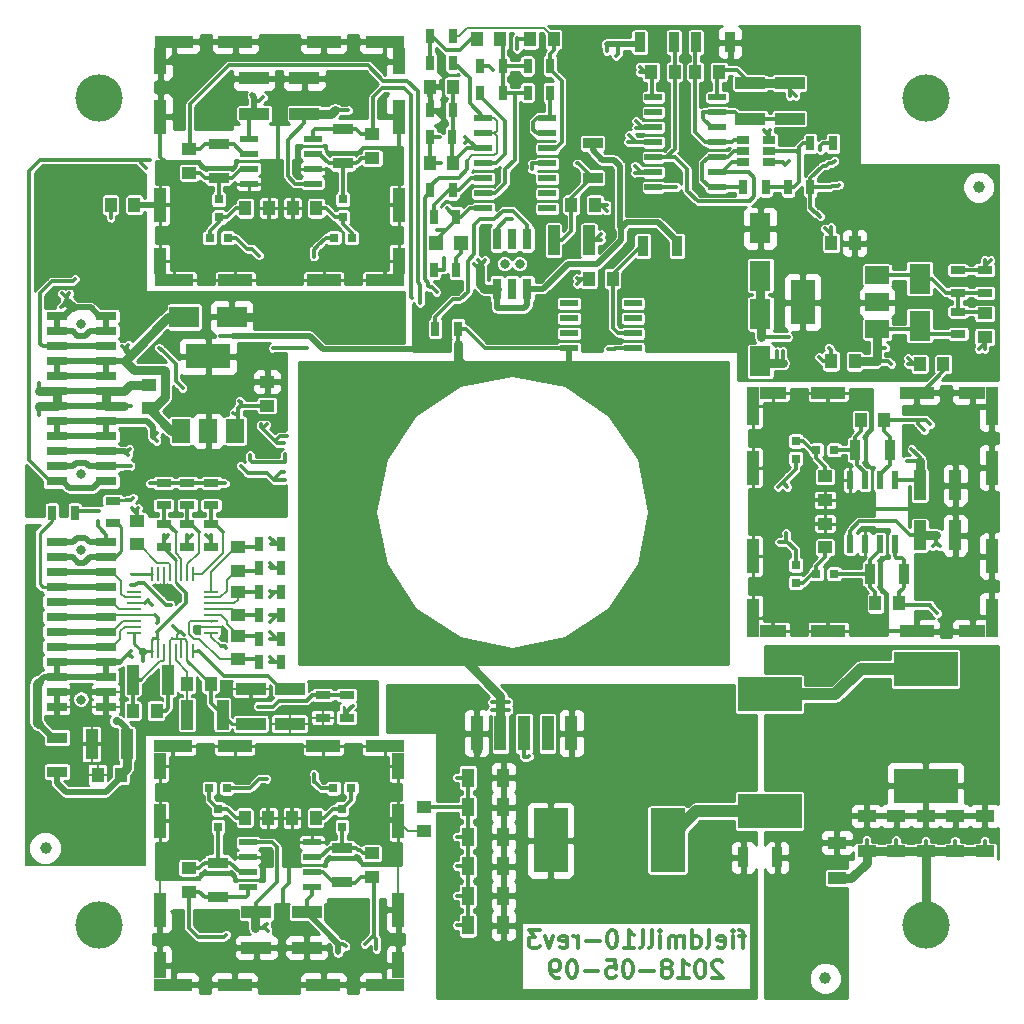
<source format=gbl>
G04 #@! TF.FileFunction,Copper,L6,Bot,Signal*
%FSLAX46Y46*%
G04 Gerber Fmt 4.6, Leading zero omitted, Abs format (unit mm)*
G04 Created by KiCad (PCBNEW 4.0.5+dfsg1-4) date Wed May  9 12:10:57 2018*
%MOMM*%
%LPD*%
G01*
G04 APERTURE LIST*
%ADD10C,0.100000*%
%ADD11C,0.300000*%
%ADD12R,1.198880X1.198880*%
%ADD13R,2.500000X1.000000*%
%ADD14R,1.000000X2.500000*%
%ADD15R,0.760000X1.800000*%
%ADD16R,0.700000X1.300000*%
%ADD17R,1.200000X0.280000*%
%ADD18R,0.280000X1.200000*%
%ADD19R,0.600000X1.550000*%
%ADD20R,1.300000X0.700000*%
%ADD21R,1.000000X1.250000*%
%ADD22R,1.250000X1.000000*%
%ADD23R,1.550000X0.600000*%
%ADD24R,1.060000X0.650000*%
%ADD25R,1.500000X0.600000*%
%ADD26C,4.000000*%
%ADD27R,1.000000X3.000000*%
%ADD28R,1.600000X1.000000*%
%ADD29R,1.000000X1.600000*%
%ADD30R,2.499360X1.800860*%
%ADD31R,1.800860X2.499360*%
%ADD32R,0.750000X0.800000*%
%ADD33R,0.800000X0.750000*%
%ADD34R,5.400000X2.900000*%
%ADD35R,2.900000X5.400000*%
%ADD36R,2.900000X1.000000*%
%ADD37R,3.300000X1.000000*%
%ADD38R,1.000000X2.900000*%
%ADD39R,1.000000X2.300000*%
%ADD40R,1.000000X3.300000*%
%ADD41R,2.300000X1.000000*%
%ADD42R,1.700000X0.900000*%
%ADD43R,0.900000X1.700000*%
%ADD44R,2.000000X3.800000*%
%ADD45R,2.000000X1.500000*%
%ADD46R,3.800000X2.000000*%
%ADD47R,1.500000X2.000000*%
%ADD48R,1.800000X0.760000*%
%ADD49C,1.000000*%
%ADD50C,0.800000*%
%ADD51C,0.325000*%
%ADD52C,1.100000*%
%ADD53C,0.700000*%
%ADD54C,0.750000*%
%ADD55C,0.500000*%
%ADD56C,0.200000*%
%ADD57C,0.250000*%
%ADD58C,1.000000*%
%ADD59C,0.254000*%
G04 APERTURE END LIST*
D10*
D11*
X119749999Y-135903571D02*
X119178570Y-135903571D01*
X119535713Y-136903571D02*
X119535713Y-135617857D01*
X119464285Y-135475000D01*
X119321427Y-135403571D01*
X119178570Y-135403571D01*
X118678570Y-136903571D02*
X118678570Y-135903571D01*
X118678570Y-135403571D02*
X118749999Y-135475000D01*
X118678570Y-135546429D01*
X118607142Y-135475000D01*
X118678570Y-135403571D01*
X118678570Y-135546429D01*
X117392856Y-136832143D02*
X117535713Y-136903571D01*
X117821427Y-136903571D01*
X117964284Y-136832143D01*
X118035713Y-136689286D01*
X118035713Y-136117857D01*
X117964284Y-135975000D01*
X117821427Y-135903571D01*
X117535713Y-135903571D01*
X117392856Y-135975000D01*
X117321427Y-136117857D01*
X117321427Y-136260714D01*
X118035713Y-136403571D01*
X116464284Y-136903571D02*
X116607142Y-136832143D01*
X116678570Y-136689286D01*
X116678570Y-135403571D01*
X115249999Y-136903571D02*
X115249999Y-135403571D01*
X115249999Y-136832143D02*
X115392856Y-136903571D01*
X115678570Y-136903571D01*
X115821428Y-136832143D01*
X115892856Y-136760714D01*
X115964285Y-136617857D01*
X115964285Y-136189286D01*
X115892856Y-136046429D01*
X115821428Y-135975000D01*
X115678570Y-135903571D01*
X115392856Y-135903571D01*
X115249999Y-135975000D01*
X114535713Y-136903571D02*
X114535713Y-135903571D01*
X114535713Y-136046429D02*
X114464285Y-135975000D01*
X114321427Y-135903571D01*
X114107142Y-135903571D01*
X113964285Y-135975000D01*
X113892856Y-136117857D01*
X113892856Y-136903571D01*
X113892856Y-136117857D02*
X113821427Y-135975000D01*
X113678570Y-135903571D01*
X113464285Y-135903571D01*
X113321427Y-135975000D01*
X113249999Y-136117857D01*
X113249999Y-136903571D01*
X112535713Y-136903571D02*
X112535713Y-135903571D01*
X112535713Y-135403571D02*
X112607142Y-135475000D01*
X112535713Y-135546429D01*
X112464285Y-135475000D01*
X112535713Y-135403571D01*
X112535713Y-135546429D01*
X111607141Y-136903571D02*
X111749999Y-136832143D01*
X111821427Y-136689286D01*
X111821427Y-135403571D01*
X110821427Y-136903571D02*
X110964285Y-136832143D01*
X111035713Y-136689286D01*
X111035713Y-135403571D01*
X109464285Y-136903571D02*
X110321428Y-136903571D01*
X109892856Y-136903571D02*
X109892856Y-135403571D01*
X110035713Y-135617857D01*
X110178571Y-135760714D01*
X110321428Y-135832143D01*
X108535714Y-135403571D02*
X108392857Y-135403571D01*
X108250000Y-135475000D01*
X108178571Y-135546429D01*
X108107142Y-135689286D01*
X108035714Y-135975000D01*
X108035714Y-136332143D01*
X108107142Y-136617857D01*
X108178571Y-136760714D01*
X108250000Y-136832143D01*
X108392857Y-136903571D01*
X108535714Y-136903571D01*
X108678571Y-136832143D01*
X108750000Y-136760714D01*
X108821428Y-136617857D01*
X108892857Y-136332143D01*
X108892857Y-135975000D01*
X108821428Y-135689286D01*
X108750000Y-135546429D01*
X108678571Y-135475000D01*
X108535714Y-135403571D01*
X107392857Y-136332143D02*
X106250000Y-136332143D01*
X105535714Y-136903571D02*
X105535714Y-135903571D01*
X105535714Y-136189286D02*
X105464286Y-136046429D01*
X105392857Y-135975000D01*
X105250000Y-135903571D01*
X105107143Y-135903571D01*
X104035715Y-136832143D02*
X104178572Y-136903571D01*
X104464286Y-136903571D01*
X104607143Y-136832143D01*
X104678572Y-136689286D01*
X104678572Y-136117857D01*
X104607143Y-135975000D01*
X104464286Y-135903571D01*
X104178572Y-135903571D01*
X104035715Y-135975000D01*
X103964286Y-136117857D01*
X103964286Y-136260714D01*
X104678572Y-136403571D01*
X103464286Y-135903571D02*
X103107143Y-136903571D01*
X102750001Y-135903571D01*
X102321429Y-135403571D02*
X101392858Y-135403571D01*
X101892858Y-135975000D01*
X101678572Y-135975000D01*
X101535715Y-136046429D01*
X101464286Y-136117857D01*
X101392858Y-136260714D01*
X101392858Y-136617857D01*
X101464286Y-136760714D01*
X101535715Y-136832143D01*
X101678572Y-136903571D01*
X102107144Y-136903571D01*
X102250001Y-136832143D01*
X102321429Y-136760714D01*
X117785713Y-138096429D02*
X117714284Y-138025000D01*
X117571427Y-137953571D01*
X117214284Y-137953571D01*
X117071427Y-138025000D01*
X116999998Y-138096429D01*
X116928570Y-138239286D01*
X116928570Y-138382143D01*
X116999998Y-138596429D01*
X117857141Y-139453571D01*
X116928570Y-139453571D01*
X115999999Y-137953571D02*
X115857142Y-137953571D01*
X115714285Y-138025000D01*
X115642856Y-138096429D01*
X115571427Y-138239286D01*
X115499999Y-138525000D01*
X115499999Y-138882143D01*
X115571427Y-139167857D01*
X115642856Y-139310714D01*
X115714285Y-139382143D01*
X115857142Y-139453571D01*
X115999999Y-139453571D01*
X116142856Y-139382143D01*
X116214285Y-139310714D01*
X116285713Y-139167857D01*
X116357142Y-138882143D01*
X116357142Y-138525000D01*
X116285713Y-138239286D01*
X116214285Y-138096429D01*
X116142856Y-138025000D01*
X115999999Y-137953571D01*
X114071428Y-139453571D02*
X114928571Y-139453571D01*
X114499999Y-139453571D02*
X114499999Y-137953571D01*
X114642856Y-138167857D01*
X114785714Y-138310714D01*
X114928571Y-138382143D01*
X113214285Y-138596429D02*
X113357143Y-138525000D01*
X113428571Y-138453571D01*
X113500000Y-138310714D01*
X113500000Y-138239286D01*
X113428571Y-138096429D01*
X113357143Y-138025000D01*
X113214285Y-137953571D01*
X112928571Y-137953571D01*
X112785714Y-138025000D01*
X112714285Y-138096429D01*
X112642857Y-138239286D01*
X112642857Y-138310714D01*
X112714285Y-138453571D01*
X112785714Y-138525000D01*
X112928571Y-138596429D01*
X113214285Y-138596429D01*
X113357143Y-138667857D01*
X113428571Y-138739286D01*
X113500000Y-138882143D01*
X113500000Y-139167857D01*
X113428571Y-139310714D01*
X113357143Y-139382143D01*
X113214285Y-139453571D01*
X112928571Y-139453571D01*
X112785714Y-139382143D01*
X112714285Y-139310714D01*
X112642857Y-139167857D01*
X112642857Y-138882143D01*
X112714285Y-138739286D01*
X112785714Y-138667857D01*
X112928571Y-138596429D01*
X112000000Y-138882143D02*
X110857143Y-138882143D01*
X109857143Y-137953571D02*
X109714286Y-137953571D01*
X109571429Y-138025000D01*
X109500000Y-138096429D01*
X109428571Y-138239286D01*
X109357143Y-138525000D01*
X109357143Y-138882143D01*
X109428571Y-139167857D01*
X109500000Y-139310714D01*
X109571429Y-139382143D01*
X109714286Y-139453571D01*
X109857143Y-139453571D01*
X110000000Y-139382143D01*
X110071429Y-139310714D01*
X110142857Y-139167857D01*
X110214286Y-138882143D01*
X110214286Y-138525000D01*
X110142857Y-138239286D01*
X110071429Y-138096429D01*
X110000000Y-138025000D01*
X109857143Y-137953571D01*
X108000000Y-137953571D02*
X108714286Y-137953571D01*
X108785715Y-138667857D01*
X108714286Y-138596429D01*
X108571429Y-138525000D01*
X108214286Y-138525000D01*
X108071429Y-138596429D01*
X108000000Y-138667857D01*
X107928572Y-138810714D01*
X107928572Y-139167857D01*
X108000000Y-139310714D01*
X108071429Y-139382143D01*
X108214286Y-139453571D01*
X108571429Y-139453571D01*
X108714286Y-139382143D01*
X108785715Y-139310714D01*
X107285715Y-138882143D02*
X106142858Y-138882143D01*
X105142858Y-137953571D02*
X105000001Y-137953571D01*
X104857144Y-138025000D01*
X104785715Y-138096429D01*
X104714286Y-138239286D01*
X104642858Y-138525000D01*
X104642858Y-138882143D01*
X104714286Y-139167857D01*
X104785715Y-139310714D01*
X104857144Y-139382143D01*
X105000001Y-139453571D01*
X105142858Y-139453571D01*
X105285715Y-139382143D01*
X105357144Y-139310714D01*
X105428572Y-139167857D01*
X105500001Y-138882143D01*
X105500001Y-138525000D01*
X105428572Y-138239286D01*
X105357144Y-138096429D01*
X105285715Y-138025000D01*
X105142858Y-137953571D01*
X103928573Y-139453571D02*
X103642858Y-139453571D01*
X103500001Y-139382143D01*
X103428573Y-139310714D01*
X103285715Y-139096429D01*
X103214287Y-138810714D01*
X103214287Y-138239286D01*
X103285715Y-138096429D01*
X103357144Y-138025000D01*
X103500001Y-137953571D01*
X103785715Y-137953571D01*
X103928573Y-138025000D01*
X104000001Y-138096429D01*
X104071430Y-138239286D01*
X104071430Y-138596429D01*
X104000001Y-138739286D01*
X103928573Y-138810714D01*
X103785715Y-138882143D01*
X103500001Y-138882143D01*
X103357144Y-138810714D01*
X103285715Y-138739286D01*
X103214287Y-138596429D01*
D12*
X93550980Y-77250000D03*
X95649020Y-77250000D03*
D13*
X81200000Y-115000000D03*
X81200000Y-118000000D03*
D14*
X67900000Y-114200000D03*
X70900000Y-114200000D03*
D15*
X101270000Y-81100000D03*
X101270000Y-76900000D03*
X100000000Y-81100000D03*
X100000000Y-76900000D03*
X98730000Y-81100000D03*
X98730000Y-76900000D03*
D16*
X93050000Y-72750000D03*
X94950000Y-72750000D03*
D17*
X74500000Y-106750000D03*
X74500000Y-107250000D03*
X74500000Y-107750000D03*
X74500000Y-108250000D03*
X74500000Y-108750000D03*
X74500000Y-109250000D03*
X74500000Y-109750000D03*
X74500000Y-110250000D03*
D18*
X73000000Y-111750000D03*
X72500000Y-111750000D03*
X72000000Y-111750000D03*
X71500000Y-111750000D03*
X71000000Y-111750000D03*
X70500000Y-111750000D03*
X70000000Y-111750000D03*
X69500000Y-111750000D03*
D17*
X68000000Y-110250000D03*
X68000000Y-109750000D03*
X68000000Y-109250000D03*
X68000000Y-108750000D03*
X68000000Y-108250000D03*
X68000000Y-107750000D03*
X68000000Y-107250000D03*
X68000000Y-106750000D03*
D18*
X69500000Y-105250000D03*
X70000000Y-105250000D03*
X70500000Y-105250000D03*
X71000000Y-105250000D03*
X71500000Y-105250000D03*
X72000000Y-105250000D03*
X72500000Y-105250000D03*
X73000000Y-105250000D03*
D19*
X132405000Y-102700000D03*
X131135000Y-102700000D03*
X129865000Y-102700000D03*
X128595000Y-102700000D03*
X128595000Y-97300000D03*
X129865000Y-97300000D03*
X131135000Y-97300000D03*
X132405000Y-97300000D03*
D20*
X86000000Y-115550000D03*
X86000000Y-117450000D03*
D21*
X117500000Y-62750000D03*
X115500000Y-62750000D03*
X77350000Y-125900000D03*
X79350000Y-125900000D03*
D16*
X93050000Y-62000000D03*
X94950000Y-62000000D03*
D22*
X69250000Y-91250000D03*
X69250000Y-89250000D03*
D21*
X93000000Y-70500000D03*
X95000000Y-70500000D03*
D16*
X93500000Y-84500000D03*
X95400000Y-84500000D03*
X94900000Y-68250000D03*
X93000000Y-68250000D03*
D22*
X140000000Y-85200000D03*
X140000000Y-83200000D03*
D21*
X127000000Y-77250000D03*
X129000000Y-77250000D03*
X127000000Y-87250000D03*
X129000000Y-87250000D03*
D22*
X68250000Y-100750000D03*
X68250000Y-102750000D03*
X76750000Y-106750000D03*
X76750000Y-108750000D03*
X79250000Y-89000000D03*
X79250000Y-91000000D03*
D21*
X111750000Y-62750000D03*
X113750000Y-62750000D03*
D22*
X76750000Y-103000000D03*
X76750000Y-105000000D03*
X76750000Y-110500000D03*
X76750000Y-112500000D03*
D21*
X66900000Y-122300000D03*
X64900000Y-122300000D03*
X74500000Y-114600000D03*
X72500000Y-114600000D03*
X67900000Y-116900000D03*
X69900000Y-116900000D03*
X108500000Y-80250000D03*
X106500000Y-80250000D03*
X105000000Y-74000000D03*
X107000000Y-74000000D03*
X97000000Y-60000000D03*
X99000000Y-60000000D03*
X81350000Y-125900000D03*
X83350000Y-125900000D03*
X83400000Y-74300000D03*
X81400000Y-74300000D03*
D20*
X70500000Y-101050000D03*
X70500000Y-102950000D03*
X72500000Y-101050000D03*
X72500000Y-102950000D03*
X84000000Y-115550000D03*
X84000000Y-117450000D03*
X74500000Y-101050000D03*
X74500000Y-102950000D03*
X70500000Y-99450000D03*
X70500000Y-97550000D03*
X72500000Y-99450000D03*
X72500000Y-97550000D03*
D16*
X125250000Y-68800000D03*
X127150000Y-68800000D03*
D20*
X74500000Y-99450000D03*
X74500000Y-97550000D03*
X66200000Y-99050000D03*
X66200000Y-100950000D03*
D16*
X78550000Y-102750000D03*
X80450000Y-102750000D03*
X80450000Y-104750000D03*
X78550000Y-104750000D03*
X78550000Y-106750000D03*
X80450000Y-106750000D03*
X80450000Y-108750000D03*
X78550000Y-108750000D03*
X78550000Y-110750000D03*
X80450000Y-110750000D03*
X80450000Y-112750000D03*
X78550000Y-112750000D03*
D23*
X77650000Y-131805000D03*
X77650000Y-130535000D03*
X77650000Y-129265000D03*
X77650000Y-127995000D03*
X83050000Y-127995000D03*
X83050000Y-129265000D03*
X83050000Y-130535000D03*
X83050000Y-131805000D03*
X110200000Y-82345000D03*
X110200000Y-83615000D03*
X110200000Y-84885000D03*
X110200000Y-86155000D03*
X104800000Y-86155000D03*
X104800000Y-84885000D03*
X104800000Y-83615000D03*
X104800000Y-82345000D03*
X83100000Y-68395000D03*
X83100000Y-69665000D03*
X83100000Y-70935000D03*
X83100000Y-72205000D03*
X77700000Y-72205000D03*
X77700000Y-70935000D03*
X77700000Y-69665000D03*
X77700000Y-68395000D03*
D16*
X93350000Y-75000000D03*
X95250000Y-75000000D03*
D22*
X126500000Y-103000000D03*
X126500000Y-101000000D03*
X126500000Y-99000000D03*
X126500000Y-97000000D03*
D13*
X120150000Y-66700000D03*
X120150000Y-63700000D03*
D21*
X103500000Y-60000000D03*
X101500000Y-60000000D03*
X79400000Y-74300000D03*
X77400000Y-74300000D03*
D24*
X119550000Y-70400000D03*
X119550000Y-69450000D03*
X119550000Y-68500000D03*
X121750000Y-68500000D03*
X121750000Y-70400000D03*
X121750000Y-69450000D03*
D25*
X111950000Y-72510000D03*
X111950000Y-71240000D03*
X111950000Y-69970000D03*
X111950000Y-68700000D03*
X111950000Y-67430000D03*
X111950000Y-66160000D03*
X111950000Y-64890000D03*
X117350000Y-64890000D03*
X117350000Y-66160000D03*
X117350000Y-67430000D03*
X117350000Y-68700000D03*
X117350000Y-69970000D03*
X117350000Y-71240000D03*
X117350000Y-72510000D03*
D21*
X95000000Y-64000000D03*
X93000000Y-64000000D03*
D16*
X62950000Y-100100000D03*
X61050000Y-100100000D03*
X94950000Y-66000000D03*
X93050000Y-66000000D03*
D26*
X65000000Y-135000000D03*
X135000000Y-135000000D03*
X65000000Y-65000000D03*
X135000000Y-65000000D03*
D27*
X105000000Y-118750000D03*
X103000000Y-118750000D03*
X101000000Y-118750000D03*
X99000000Y-118750000D03*
X97000000Y-118750000D03*
D16*
X95250000Y-79500000D03*
X93350000Y-79500000D03*
X94950000Y-59750000D03*
X93050000Y-59750000D03*
X101300000Y-62250000D03*
X103200000Y-62250000D03*
X101300000Y-64500000D03*
X103200000Y-64500000D03*
D21*
X136500000Y-87500000D03*
X134500000Y-87500000D03*
D22*
X92500000Y-127000000D03*
X92500000Y-125000000D03*
D21*
X68000000Y-74000000D03*
X66000000Y-74000000D03*
D16*
X125250000Y-72500000D03*
X123350000Y-72500000D03*
D14*
X67400000Y-119700000D03*
X64400000Y-119700000D03*
D13*
X82600000Y-133900000D03*
X82600000Y-136900000D03*
D22*
X72600000Y-130150000D03*
X72600000Y-132150000D03*
D13*
X78150000Y-66300000D03*
X78150000Y-63300000D03*
D14*
X134500000Y-97750000D03*
X137500000Y-97750000D03*
X75500000Y-117200000D03*
X72500000Y-117200000D03*
D22*
X88100000Y-128900000D03*
X88100000Y-130900000D03*
X88150000Y-70050000D03*
X88150000Y-68050000D03*
D28*
X130000000Y-125750000D03*
X130000000Y-128750000D03*
X132500000Y-125750000D03*
X132500000Y-128750000D03*
D22*
X72650000Y-71300000D03*
X72650000Y-69300000D03*
D28*
X135000000Y-125750000D03*
X135000000Y-128750000D03*
D21*
X130750000Y-107750000D03*
X132750000Y-107750000D03*
D28*
X137500000Y-125750000D03*
X137500000Y-128750000D03*
X140000000Y-125750000D03*
X140000000Y-128750000D03*
D21*
X129500000Y-92250000D03*
X131500000Y-92250000D03*
D29*
X99250000Y-122500000D03*
X96250000Y-122500000D03*
X99250000Y-125000000D03*
X96250000Y-125000000D03*
X99250000Y-127500000D03*
X96250000Y-127500000D03*
X99250000Y-130000000D03*
X96250000Y-130000000D03*
D28*
X127500000Y-128000000D03*
X127500000Y-131000000D03*
D29*
X99250000Y-132500000D03*
X96250000Y-132500000D03*
X99250000Y-135000000D03*
X96250000Y-135000000D03*
D13*
X77900000Y-115000000D03*
X77900000Y-118000000D03*
X78350000Y-136900000D03*
X78350000Y-133900000D03*
X82400000Y-63300000D03*
X82400000Y-66300000D03*
D14*
X137500000Y-102000000D03*
X134500000Y-102000000D03*
X103500000Y-77000000D03*
X106500000Y-77000000D03*
D13*
X123500000Y-66700000D03*
X123500000Y-63700000D03*
D30*
X72251020Y-83500000D03*
X76248980Y-83500000D03*
D31*
X121000000Y-87248980D03*
X121000000Y-83251020D03*
X134500000Y-80251020D03*
X134500000Y-84248980D03*
X121000000Y-79998980D03*
X121000000Y-76001020D03*
D32*
X75100000Y-125150000D03*
X75100000Y-126650000D03*
D33*
X75850000Y-123400000D03*
X74350000Y-123400000D03*
D32*
X85600000Y-125150000D03*
X85600000Y-126650000D03*
D33*
X84850000Y-123400000D03*
X86350000Y-123400000D03*
D32*
X85650000Y-75050000D03*
X85650000Y-73550000D03*
D33*
X84900000Y-76800000D03*
X86400000Y-76800000D03*
D32*
X75150000Y-75050000D03*
X75150000Y-73550000D03*
D33*
X75900000Y-76800000D03*
X74400000Y-76800000D03*
X125750000Y-105250000D03*
X127250000Y-105250000D03*
D32*
X124000000Y-104500000D03*
X124000000Y-106000000D03*
D33*
X125750000Y-94750000D03*
X127250000Y-94750000D03*
D32*
X124000000Y-95500000D03*
X124000000Y-94000000D03*
D34*
X135000000Y-123200000D03*
X135000000Y-113300000D03*
X121800000Y-115450000D03*
X121800000Y-125350000D03*
D35*
X113150000Y-127800000D03*
X103250000Y-127800000D03*
D36*
X84000000Y-140050000D03*
X76500000Y-140050000D03*
X84000000Y-119850000D03*
X76500000Y-119850000D03*
D37*
X89200000Y-140050000D03*
X71300000Y-140050000D03*
X71300000Y-119850000D03*
X89200000Y-119850000D03*
D38*
X90350000Y-133700000D03*
X90350000Y-126200000D03*
X70150000Y-133700000D03*
X70150000Y-126200000D03*
D39*
X90350000Y-138400000D03*
X70150000Y-138400000D03*
X70150000Y-121500000D03*
X90350000Y-121500000D03*
D36*
X76550000Y-60200000D03*
X84050000Y-60200000D03*
X76550000Y-80400000D03*
X84050000Y-80400000D03*
D37*
X71350000Y-60200000D03*
X89250000Y-60200000D03*
X89250000Y-80400000D03*
X71350000Y-80400000D03*
D38*
X70200000Y-66550000D03*
X70200000Y-74050000D03*
X90400000Y-66550000D03*
X90400000Y-74050000D03*
D39*
X70200000Y-61850000D03*
X90400000Y-61850000D03*
X90400000Y-78750000D03*
X70200000Y-78750000D03*
D38*
X140600000Y-96250000D03*
X140600000Y-103750000D03*
X120400000Y-96250000D03*
X120400000Y-103750000D03*
D40*
X140600000Y-91050000D03*
X140600000Y-108950000D03*
X120400000Y-108950000D03*
X120400000Y-91050000D03*
D36*
X134250000Y-89900000D03*
X126750000Y-89900000D03*
X134250000Y-110100000D03*
X126750000Y-110100000D03*
D41*
X138950000Y-89900000D03*
X138950000Y-110100000D03*
X122050000Y-110100000D03*
X122050000Y-89900000D03*
D42*
X61500000Y-119150000D03*
X61500000Y-122050000D03*
D43*
X111050000Y-77500000D03*
X113950000Y-77500000D03*
D42*
X106800000Y-71700000D03*
X106800000Y-68800000D03*
D20*
X137750000Y-79550000D03*
X137750000Y-81450000D03*
X140000000Y-79550000D03*
X140000000Y-81450000D03*
X137750000Y-83050000D03*
X137750000Y-84950000D03*
D16*
X99200000Y-64500000D03*
X97300000Y-64500000D03*
X97300000Y-62250000D03*
X99200000Y-62250000D03*
D42*
X75100000Y-129700000D03*
X75100000Y-132600000D03*
D16*
X121450000Y-72500000D03*
X119550000Y-72500000D03*
D42*
X85600000Y-128450000D03*
X85600000Y-131350000D03*
X75150000Y-71750000D03*
X75150000Y-68850000D03*
D43*
X110800000Y-60250000D03*
X113700000Y-60250000D03*
X129050000Y-94750000D03*
X131950000Y-94750000D03*
D42*
X85650000Y-70500000D03*
X85650000Y-67600000D03*
D43*
X115550000Y-60250000D03*
X118450000Y-60250000D03*
X122450000Y-129250000D03*
X119550000Y-129250000D03*
X130300000Y-105250000D03*
X133200000Y-105250000D03*
D25*
X97550000Y-74310000D03*
X97550000Y-73040000D03*
X97550000Y-71770000D03*
X97550000Y-70500000D03*
X97550000Y-69230000D03*
X97550000Y-67960000D03*
X97550000Y-66690000D03*
X102950000Y-66690000D03*
X102950000Y-67960000D03*
X102950000Y-69230000D03*
X102950000Y-70500000D03*
X102950000Y-71770000D03*
X102950000Y-73040000D03*
X102950000Y-74310000D03*
D44*
X124600000Y-82250000D03*
D45*
X130900000Y-82250000D03*
X130900000Y-84550000D03*
X130900000Y-79950000D03*
D46*
X74250000Y-86850000D03*
D47*
X74250000Y-93150000D03*
X71950000Y-93150000D03*
X76550000Y-93150000D03*
D48*
X65620000Y-102575000D03*
X61420000Y-102575000D03*
X65620000Y-103845000D03*
X61420000Y-103845000D03*
X65620000Y-105115000D03*
X61420000Y-105115000D03*
X65620000Y-106385000D03*
X61420000Y-106385000D03*
X65620000Y-107655000D03*
X61420000Y-107655000D03*
X65620000Y-108925000D03*
X61420000Y-108925000D03*
X65620000Y-110195000D03*
X61420000Y-110195000D03*
X65620000Y-111465000D03*
X61420000Y-111465000D03*
X65620000Y-112735000D03*
X61420000Y-112735000D03*
X65620000Y-114005000D03*
X61420000Y-114005000D03*
X65620000Y-115275000D03*
X61420000Y-115275000D03*
X65620000Y-116545000D03*
X61420000Y-116545000D03*
X65620000Y-83455000D03*
X61420000Y-83455000D03*
X65620000Y-84725000D03*
X61420000Y-84725000D03*
X65620000Y-85995000D03*
X61420000Y-85995000D03*
X65620000Y-87265000D03*
X61420000Y-87265000D03*
X65620000Y-88535000D03*
X61420000Y-88535000D03*
X65620000Y-89805000D03*
X61420000Y-89805000D03*
X65620000Y-91075000D03*
X61420000Y-91075000D03*
X65620000Y-92345000D03*
X61420000Y-92345000D03*
X65620000Y-93615000D03*
X61420000Y-93615000D03*
X65620000Y-94885000D03*
X61420000Y-94885000D03*
X65620000Y-96155000D03*
X61420000Y-96155000D03*
X65620000Y-97425000D03*
X61420000Y-97425000D03*
D49*
X60500000Y-128500000D03*
X126500000Y-139500000D03*
X139500000Y-72500000D03*
D50*
X99365000Y-79000000D03*
X100635000Y-79000000D03*
X63520000Y-96790000D03*
X63520000Y-84090000D03*
X63520000Y-115910000D03*
X63520000Y-103210000D03*
D51*
X63400000Y-118600000D03*
X94250000Y-78500000D03*
X77750000Y-116500000D03*
X77250000Y-116500000D03*
X108000000Y-74500000D03*
X107500000Y-76500000D03*
X105500000Y-80700000D03*
X140500000Y-78700000D03*
X139500000Y-86200000D03*
X126800000Y-86100000D03*
X133500000Y-87000000D03*
X126500000Y-76000000D03*
X101700000Y-71000000D03*
X121300000Y-67700000D03*
X126100000Y-69400000D03*
X124000000Y-64800000D03*
X98400000Y-62600000D03*
X100400000Y-60800000D03*
X110800000Y-62300000D03*
X73300000Y-110300000D03*
X70800000Y-106900000D03*
X67800000Y-99700000D03*
X140000000Y-127850000D03*
X137500000Y-127850000D03*
X135000000Y-127850000D03*
X132500000Y-127800000D03*
X130000000Y-127750000D03*
X59900000Y-89100000D03*
X59900000Y-91800000D03*
X67700000Y-91000000D03*
X67650000Y-89250000D03*
X67100004Y-91000000D03*
X67100000Y-89800000D03*
X59905000Y-89805000D03*
X59925000Y-91075000D03*
X94200000Y-79500000D03*
X94000000Y-70500000D03*
X93900000Y-68300000D03*
X98100000Y-62300000D03*
X100400000Y-59900000D03*
X66000000Y-75100000D03*
X76900000Y-90600000D03*
X76400000Y-91600000D03*
X76800000Y-91200000D03*
X69300000Y-97600000D03*
X75700000Y-97600000D03*
X68300000Y-99700000D03*
X70789508Y-106496182D03*
X73302030Y-109849074D03*
X63500000Y-119700000D03*
X63500000Y-117100000D03*
X62900000Y-117100000D03*
X62900000Y-118600000D03*
X65500000Y-119700000D03*
X98300000Y-116800000D03*
X98300000Y-116100000D03*
X99700000Y-116800000D03*
X99700000Y-116100000D03*
X95300000Y-122500000D03*
X95300000Y-125000000D03*
X95300000Y-127500000D03*
X95300000Y-130000000D03*
X95300000Y-135000000D03*
X95300000Y-132500000D03*
X126000000Y-86900000D03*
X133500000Y-87500000D03*
X140000000Y-86200000D03*
X140000000Y-78700000D03*
X127000000Y-75900000D03*
X107500000Y-77000000D03*
X105500000Y-80200000D03*
X101700000Y-70500000D03*
X108000000Y-74000000D03*
X110800000Y-62800000D03*
X123500000Y-64800000D03*
X121800000Y-67700000D03*
X126100000Y-69000000D03*
D52*
X95810253Y-111511235D03*
X112250000Y-100000000D03*
X112063895Y-102127190D03*
X111511235Y-104189747D03*
X110608811Y-106125000D03*
X109384044Y-107874148D03*
X107874148Y-109384044D03*
X106125000Y-110608811D03*
X104189747Y-111511235D03*
X102127190Y-112063895D03*
X100000000Y-112250000D03*
X97872810Y-112063895D03*
X93875000Y-110608811D03*
X92125852Y-109384044D03*
X90615956Y-107874148D03*
X89391189Y-106125000D03*
X88488765Y-104189747D03*
X87936105Y-102127190D03*
X87750000Y-100000000D03*
X87936105Y-97872810D03*
X88488765Y-95810253D03*
X89391189Y-93875000D03*
X90615956Y-92125852D03*
X92125852Y-90615956D03*
X93875000Y-89391189D03*
X95810253Y-88488765D03*
X97872810Y-87936105D03*
X100000000Y-87750000D03*
X102127190Y-87936105D03*
X104189747Y-88488765D03*
X106125000Y-89391189D03*
X107874148Y-90615956D03*
X109384044Y-92125852D03*
X110608811Y-93875000D03*
X111511235Y-95810253D03*
X112063895Y-97872810D03*
D51*
X83800000Y-123400000D03*
X83400000Y-123000000D03*
X83200000Y-122200000D03*
X78200000Y-123000000D03*
X78600000Y-122600000D03*
X79200000Y-122600000D03*
X77300000Y-77500000D03*
X78000000Y-77750000D03*
X78550000Y-78300000D03*
X83600000Y-77400000D03*
X83200000Y-77800000D03*
X83200000Y-78400000D03*
X123400000Y-97000000D03*
X123300000Y-97900000D03*
X122500000Y-97900000D03*
X123550000Y-102800000D03*
X123200000Y-101800000D03*
X122600000Y-102550000D03*
X96800000Y-79000000D03*
X97100000Y-78700000D03*
X97700000Y-78700000D03*
X67800000Y-112300000D03*
X67300000Y-112200000D03*
X67700000Y-111800000D03*
X79500000Y-104300000D03*
X79500000Y-104700000D03*
X88500000Y-137000006D03*
X87500000Y-136600000D03*
X79500000Y-102200000D03*
X79540762Y-102713848D03*
X75800000Y-135800000D03*
X75100000Y-136000000D03*
X79500000Y-109300000D03*
X78000000Y-95800000D03*
X80700000Y-95800000D03*
X79475010Y-108702639D03*
X77800000Y-95200000D03*
X80744982Y-95144982D03*
X92197529Y-82297529D03*
X92200000Y-81600000D03*
X79500000Y-107200000D03*
X80700000Y-96600000D03*
X77600000Y-96700000D03*
X79500000Y-106700000D03*
X77000000Y-96100000D03*
X80725009Y-97300000D03*
X91500000Y-81900000D03*
X91433580Y-81033395D03*
X79500000Y-112300000D03*
X79500000Y-112700000D03*
X134900000Y-93100000D03*
X135400000Y-92600000D03*
X79500000Y-110200000D03*
X79500000Y-110800000D03*
X136000000Y-108600000D03*
X135400000Y-107900000D03*
X110400000Y-70700000D03*
X69900000Y-109400000D03*
X70000000Y-109000000D03*
X110400000Y-71300000D03*
X78500010Y-116500000D03*
X78999998Y-116500000D03*
X75310000Y-111400000D03*
X75750000Y-111500000D03*
X67700000Y-105300000D03*
X68200000Y-105250000D03*
X67900000Y-98800000D03*
X67300000Y-99000000D03*
X116270000Y-66800000D03*
X113900000Y-72500000D03*
X113400000Y-72500000D03*
X116150008Y-66200000D03*
X126100000Y-75000000D03*
X127700000Y-72300000D03*
X127300000Y-70300000D03*
X126800000Y-70500000D03*
X125700000Y-74700000D03*
X127100000Y-72400000D03*
D53*
X89474991Y-129250000D03*
D51*
X82818196Y-79312510D03*
X83215707Y-79312270D03*
X82386773Y-79279762D03*
X78426477Y-79009550D03*
X77927814Y-78948946D03*
X83121745Y-121054791D03*
X83634792Y-121030415D03*
X121674987Y-102400000D03*
X121686267Y-102008241D03*
X121801382Y-101458327D03*
X121771981Y-98904035D03*
X121742212Y-98342964D03*
X129600000Y-101500000D03*
X130500002Y-101500000D03*
X130950000Y-101500000D03*
X131750000Y-101700000D03*
X131400000Y-101500000D03*
X130050000Y-101500000D03*
X131800000Y-103700000D03*
X131400000Y-103900000D03*
X131100000Y-104200000D03*
X131150000Y-104650000D03*
X131150000Y-105100000D03*
X131150000Y-105550000D03*
X131150000Y-106000000D03*
X131150000Y-106450000D03*
X131450000Y-106750000D03*
X131650000Y-107150000D03*
X131650000Y-107600000D03*
X131650000Y-108050000D03*
X131650000Y-108500000D03*
X131300000Y-108800000D03*
X127950000Y-98400000D03*
X128350000Y-98550000D03*
X130550000Y-98400000D03*
X130100000Y-98550000D03*
X129650000Y-98550000D03*
X129200000Y-98550000D03*
X128750000Y-98550000D03*
X130500000Y-96300000D03*
X130150000Y-96100000D03*
X129850000Y-95850000D03*
X129900000Y-95350000D03*
X129900000Y-94950000D03*
X129900000Y-94550000D03*
X129900000Y-94150000D03*
X129900000Y-93750000D03*
X130050000Y-93300000D03*
X130400000Y-92800000D03*
X130400000Y-92400000D03*
X130400000Y-92000000D03*
X130400000Y-91600000D03*
X130100000Y-91250000D03*
X82050000Y-71600000D03*
X81900000Y-71200000D03*
X82050000Y-69000000D03*
X81900000Y-69400000D03*
X81900000Y-69850000D03*
X81900000Y-70300000D03*
X81900000Y-70750000D03*
X84300002Y-69499998D03*
X84150000Y-69000000D03*
X84750000Y-69650000D03*
X85200000Y-69650000D03*
X85650000Y-69650000D03*
X86100000Y-69650000D03*
X86550000Y-69650000D03*
X86950000Y-69600000D03*
X87200000Y-69300000D03*
X87550000Y-69150000D03*
X88000000Y-69150000D03*
X88450000Y-69150000D03*
X88900000Y-69150000D03*
X89200000Y-69450000D03*
X78850000Y-72800000D03*
X78950000Y-72400000D03*
X78800000Y-70250000D03*
X78950000Y-70600000D03*
X78950000Y-71100000D03*
X78950000Y-71550000D03*
X78950000Y-72000000D03*
X76650000Y-70250000D03*
X76500000Y-70700000D03*
X76100000Y-70900000D03*
X75650000Y-70900000D03*
X75200000Y-70900000D03*
X74750000Y-70900000D03*
X74300000Y-70900000D03*
X73900000Y-70850000D03*
X73600000Y-70550000D03*
X73250000Y-70400000D03*
X72850000Y-70400000D03*
X72450000Y-70400000D03*
X72050000Y-70400000D03*
X71700000Y-70600000D03*
X81800000Y-127600000D03*
X81800000Y-128000000D03*
X81800000Y-128400000D03*
X81800006Y-128800000D03*
X81800000Y-129199994D03*
X81800000Y-129600000D03*
X82000000Y-129950000D03*
X84350002Y-129450000D03*
X84100000Y-129900000D03*
X84850000Y-129300000D03*
X85250000Y-129300000D03*
X85650000Y-129300000D03*
X86050000Y-129300000D03*
X86450000Y-129300000D03*
X86850000Y-129300000D03*
X87100000Y-129600000D03*
X87400000Y-129800000D03*
X87800000Y-129800000D03*
X88200000Y-129800000D03*
X88600000Y-129800000D03*
X89000000Y-129700000D03*
X78899986Y-129050000D03*
X78800000Y-128550000D03*
X78850000Y-129550000D03*
X78850000Y-129950008D03*
X78850000Y-130349994D03*
X78850000Y-130749994D03*
X78700000Y-131150000D03*
X76600000Y-131200000D03*
X76450000Y-130800000D03*
X76100000Y-130550000D03*
X75600000Y-130550000D03*
X75150000Y-130550000D03*
X74700000Y-130550000D03*
X74250000Y-130550000D03*
X73800000Y-130600000D03*
X73500000Y-130950000D03*
X73100000Y-131050000D03*
X72650000Y-131050000D03*
X72200000Y-131050000D03*
X71750000Y-131000000D03*
X77500000Y-122000000D03*
X77200000Y-122250000D03*
X76800000Y-122250006D03*
X77800002Y-121700002D03*
X78000000Y-121250000D03*
X78399996Y-121100000D03*
X78850000Y-121100000D03*
X79250000Y-121100000D03*
X79650000Y-121100000D03*
X80100000Y-121100000D03*
X80500000Y-121100000D03*
X80950000Y-121100000D03*
X81350000Y-121100000D03*
X81800000Y-121100000D03*
X82249986Y-121100000D03*
X82700000Y-121100000D03*
X84000000Y-121300000D03*
X84300000Y-121600000D03*
X84550000Y-121950000D03*
X84850012Y-122250000D03*
X122950000Y-104050000D03*
X122700000Y-103700004D03*
X122400000Y-103400000D03*
X122099996Y-103150000D03*
X121850000Y-102800000D03*
X121850000Y-101100000D03*
X121850000Y-100650000D03*
X121850000Y-100200000D03*
X121850000Y-99750006D03*
X121850000Y-99300000D03*
X121850000Y-97950000D03*
X121900000Y-97500000D03*
X122150000Y-97150000D03*
X122450000Y-96850000D03*
X122750000Y-96550000D03*
X122950000Y-96150000D03*
X123000000Y-95650004D03*
X84000000Y-79149996D03*
X83599990Y-79250000D03*
X85050000Y-77800000D03*
X84650004Y-78100000D03*
X84350000Y-78400000D03*
X84100000Y-78750000D03*
X82000000Y-79250000D03*
X81650004Y-79250000D03*
X81250000Y-79250000D03*
X80850000Y-79250000D03*
X80450002Y-79250000D03*
X80050000Y-79250000D03*
X79650000Y-79250000D03*
X79250000Y-79250000D03*
X78800000Y-79250000D03*
X77550000Y-78700000D03*
X77150000Y-78450000D03*
X76850000Y-78100000D03*
X76550000Y-77800000D03*
X76050000Y-77749998D03*
X75600006Y-77750000D03*
D53*
X89425753Y-128580342D03*
X71250000Y-130500000D03*
X71250000Y-129750000D03*
X71750000Y-129000000D03*
X72500000Y-129000000D03*
X73250000Y-128750000D03*
X73250000Y-128000000D03*
X73250000Y-127250000D03*
X73250000Y-126500000D03*
X73250000Y-125750000D03*
X73250000Y-125000000D03*
X73250000Y-124250000D03*
X73250000Y-123500000D03*
X73250000Y-122750000D03*
X74000000Y-122250000D03*
X74750000Y-122250000D03*
X75500000Y-122250000D03*
X76250000Y-122250000D03*
X89000000Y-127750000D03*
X88250000Y-127750000D03*
X87500000Y-127500000D03*
X87500000Y-126750000D03*
X87500000Y-126000000D03*
X87500000Y-125250000D03*
X87500000Y-124500000D03*
X87500000Y-123750000D03*
X87500000Y-123000000D03*
X87000000Y-122250000D03*
X86250000Y-122250000D03*
X85500000Y-122250000D03*
X89500000Y-70000000D03*
X89500000Y-70750000D03*
X88750000Y-71250000D03*
X88000000Y-71250000D03*
X87500000Y-71750000D03*
X87500000Y-72500000D03*
X87500000Y-73250000D03*
X87500000Y-74000000D03*
X87500000Y-74750000D03*
X87500000Y-75500000D03*
X87500000Y-76250000D03*
X87500000Y-77000000D03*
X87250000Y-77750000D03*
X86500000Y-77750000D03*
X85750000Y-77750000D03*
X129500000Y-91000000D03*
X128750000Y-91000000D03*
X128250000Y-91500000D03*
X128250000Y-92250000D03*
X128000000Y-93000000D03*
X127250000Y-93000000D03*
X126500000Y-93000000D03*
X125750000Y-93000000D03*
X125000000Y-93000000D03*
X124250000Y-93000000D03*
X123500000Y-93000000D03*
X123000000Y-93500000D03*
X123000000Y-94250000D03*
X123000000Y-95000000D03*
X130750000Y-109000000D03*
X130000000Y-109000000D03*
X129500000Y-108500000D03*
X129500000Y-107750000D03*
X129250000Y-107000000D03*
X128500000Y-107000000D03*
X127750000Y-107000000D03*
X127000000Y-107000000D03*
X126250000Y-107000000D03*
X125500000Y-107000000D03*
X124750000Y-107000000D03*
X124000000Y-107000000D03*
X123250000Y-107000000D03*
X123000000Y-106250000D03*
X123000000Y-105500000D03*
X123000000Y-104750000D03*
D51*
X126300000Y-70700000D03*
X125250000Y-74150000D03*
X126600000Y-72500000D03*
X71900000Y-121500000D03*
X122000000Y-108500000D03*
X88700000Y-78900000D03*
D53*
X73250000Y-74000000D03*
X73250000Y-73250000D03*
X73250000Y-72500000D03*
X72500000Y-72500000D03*
X71750000Y-72500000D03*
X71250000Y-71750000D03*
X71250000Y-71000000D03*
X75000000Y-77750000D03*
X74250000Y-77750000D03*
X73500000Y-77750000D03*
X73250000Y-77000000D03*
X73250000Y-76250000D03*
X73250000Y-75500000D03*
X73250000Y-74750000D03*
D51*
X74100000Y-102000000D03*
X72900000Y-102000000D03*
X70900000Y-102000000D03*
X67100000Y-118100000D03*
X68700000Y-112600000D03*
D53*
X66500000Y-117750000D03*
X68700000Y-111900000D03*
D51*
X70500000Y-102000000D03*
X72500000Y-102000000D03*
X74500000Y-102000000D03*
X105900000Y-70800000D03*
X99400000Y-68900000D03*
X99400000Y-68000000D03*
X105500000Y-70500000D03*
X67500000Y-85900000D03*
X67000000Y-86000000D03*
X108800000Y-61400000D03*
X108000000Y-61000000D03*
X129700000Y-75800000D03*
X94000000Y-63500000D03*
X94100000Y-66700000D03*
X76400000Y-85100000D03*
X75900000Y-85100000D03*
X75300000Y-85100004D03*
X94000000Y-64000000D03*
X94100000Y-66000000D03*
X129500000Y-83750000D03*
X129000000Y-83750000D03*
X128500000Y-83750000D03*
X128000000Y-83750000D03*
X127500000Y-83750000D03*
X127000000Y-83750000D03*
X126500000Y-83750000D03*
X126500000Y-80750000D03*
X127000000Y-80750000D03*
X127500000Y-80750000D03*
X128000000Y-80750000D03*
X128500000Y-80750000D03*
X129500000Y-80750000D03*
X129000000Y-80750000D03*
X129000000Y-81250000D03*
X128500000Y-81250000D03*
X128000000Y-81250000D03*
X127500000Y-81250000D03*
X127000000Y-81250000D03*
X126500000Y-81250000D03*
X126500000Y-83250000D03*
X127000000Y-83250000D03*
X127500000Y-83250000D03*
X128000000Y-83250000D03*
X128500000Y-83250000D03*
X129000000Y-83250000D03*
X129000000Y-82750000D03*
X128500000Y-82750000D03*
X128000000Y-82750000D03*
X127500000Y-82750000D03*
X127000000Y-82750000D03*
X126500000Y-82750000D03*
X126000000Y-82250000D03*
X126500000Y-81750000D03*
X127000000Y-81750000D03*
X127500000Y-81750000D03*
X128000000Y-81750000D03*
X128500000Y-81750000D03*
X129000000Y-81750000D03*
X129500000Y-82250000D03*
X129000000Y-82250000D03*
X128500000Y-82250000D03*
X128000000Y-82250000D03*
X127500000Y-82250000D03*
X127000000Y-82250000D03*
X126500000Y-82250000D03*
X69900000Y-94000000D03*
X69900000Y-93300000D03*
X129000000Y-75799998D03*
X101400000Y-120700000D03*
X101000000Y-120750000D03*
X63000000Y-80300000D03*
X62500000Y-80500000D03*
X61800000Y-82700000D03*
X62299999Y-82199999D03*
X124400000Y-130000000D03*
X125700000Y-129200000D03*
X125600000Y-128700000D03*
X61900000Y-81500000D03*
X62500000Y-81500000D03*
X79200000Y-92600000D03*
X80900000Y-93600000D03*
X78700000Y-92600000D03*
X80700000Y-94200000D03*
X93600000Y-81400000D03*
X86500000Y-116400000D03*
X93000000Y-81000000D03*
X85800000Y-116524990D03*
X94500000Y-74300000D03*
X93600000Y-76100000D03*
X67600000Y-94700000D03*
X67500000Y-95200000D03*
X69000000Y-70900000D03*
X123400000Y-70300000D03*
X69300000Y-70200000D03*
X123100000Y-70600000D03*
X108100000Y-86200000D03*
X81900000Y-86100000D03*
X80200000Y-86100000D03*
X65075000Y-101400000D03*
X67700000Y-106200000D03*
X70294974Y-107500000D03*
X71100000Y-107900000D03*
X64900000Y-100800000D03*
X79728242Y-86126368D03*
X82600000Y-86100000D03*
X108700000Y-86200000D03*
X68300000Y-106000000D03*
X109900000Y-68100000D03*
X69500000Y-107900000D03*
X65000000Y-99900000D03*
X71800000Y-89200000D03*
X72100000Y-89500000D03*
X70400000Y-86400000D03*
X70100000Y-86100000D03*
X69137156Y-107508174D03*
X64300000Y-99900000D03*
X109800000Y-68700000D03*
X86100000Y-66000000D03*
X85400000Y-66000000D03*
X71200014Y-110700000D03*
X71300000Y-109700000D03*
X72200000Y-110400000D03*
X71800000Y-110200000D03*
X131600000Y-86100000D03*
X123400000Y-85200000D03*
X122700000Y-85200000D03*
X132100000Y-87500000D03*
X135600000Y-102900000D03*
X136200000Y-102900000D03*
X79300000Y-135500000D03*
X79200000Y-134900000D03*
X74600000Y-112900000D03*
X75100000Y-113400000D03*
X76200000Y-113900000D03*
X75590000Y-113900000D03*
X68300000Y-71000000D03*
X67200000Y-71000000D03*
X67400000Y-71600000D03*
X68100000Y-71500000D03*
X78900000Y-64900000D03*
X85900000Y-136800000D03*
X72900000Y-89700000D03*
X72900000Y-90250000D03*
X73350000Y-90250000D03*
X73350000Y-89700000D03*
X73850000Y-89700000D03*
X73850000Y-90250000D03*
X75100000Y-89750000D03*
X75600000Y-89750000D03*
X75600000Y-90300000D03*
X75100000Y-90300000D03*
X75100000Y-90800000D03*
X75600000Y-90800000D03*
X75600000Y-91300000D03*
X75100000Y-91300000D03*
X73850000Y-90800000D03*
X73350000Y-90800000D03*
X72900000Y-90800000D03*
X72450000Y-90800000D03*
X72450000Y-91300000D03*
X72900000Y-91300000D03*
X73350000Y-91300000D03*
X73850000Y-91300000D03*
X76200000Y-89150000D03*
X76200000Y-88700000D03*
X73800000Y-89100000D03*
X73300000Y-89100000D03*
X72800000Y-89100000D03*
X72800000Y-88650000D03*
X73300000Y-88650000D03*
X73800000Y-88650000D03*
X75150000Y-89150000D03*
X75700000Y-89150000D03*
X75700000Y-88700000D03*
X75150000Y-88700000D03*
X79800000Y-82534591D03*
X79400000Y-82934591D03*
X78834591Y-83500000D03*
X89075032Y-82224968D03*
X89600000Y-82200000D03*
X89600000Y-81700000D03*
X89100000Y-81700000D03*
X122400000Y-86400000D03*
X122900000Y-86400000D03*
X133400000Y-95700000D03*
X133800000Y-94700000D03*
X85250000Y-137250000D03*
X78000000Y-64750000D03*
X96000000Y-68800000D03*
X100000000Y-75200000D03*
X96000000Y-68250000D03*
X99500000Y-75250000D03*
X110500000Y-66900000D03*
X67700000Y-96100000D03*
X67000000Y-96100000D03*
X110500000Y-67500000D03*
D11*
X63400000Y-118370191D02*
X63400000Y-118600000D01*
X63400000Y-117999999D02*
X63400000Y-118370191D01*
X63500000Y-117899999D02*
X63400000Y-117999999D01*
X94200000Y-79500000D02*
X94200000Y-78550000D01*
X94200000Y-78550000D02*
X94250000Y-78500000D01*
X77500000Y-116250000D02*
X77250000Y-116500000D01*
X77900000Y-115850000D02*
X77500000Y-116250000D01*
X77500000Y-116250000D02*
X77750000Y-116500000D01*
X77900000Y-115000000D02*
X77900000Y-115850000D01*
X95400000Y-84500000D02*
X96050000Y-84500000D01*
X96050000Y-84500000D02*
X97705000Y-86155000D01*
X97705000Y-86155000D02*
X103725000Y-86155000D01*
X103725000Y-86155000D02*
X104800000Y-86155000D01*
X107000000Y-74000000D02*
X107500000Y-74000000D01*
X107500000Y-74000000D02*
X108000000Y-74500000D01*
X106500000Y-77000000D02*
X107000000Y-77000000D01*
X107000000Y-77000000D02*
X107500000Y-76500000D01*
X106500000Y-80250000D02*
X105950000Y-80250000D01*
X105950000Y-80250000D02*
X105500000Y-80700000D01*
X140000000Y-79550000D02*
X140000000Y-79200000D01*
X140000000Y-79200000D02*
X140500000Y-78700000D01*
X140000000Y-85200000D02*
X140000000Y-85700000D01*
X140000000Y-85700000D02*
X139500000Y-86200000D01*
X127000000Y-87250000D02*
X127000000Y-86300000D01*
X127000000Y-86300000D02*
X126800000Y-86100000D01*
X134500000Y-87500000D02*
X134000000Y-87500000D01*
X134000000Y-87500000D02*
X133500000Y-87000000D01*
X127000000Y-77250000D02*
X127000000Y-76500000D01*
X127000000Y-76500000D02*
X126500000Y-76000000D01*
X101700000Y-70500000D02*
X101700000Y-71000000D01*
X121750000Y-68500000D02*
X121750000Y-68150000D01*
X121750000Y-68150000D02*
X121300000Y-67700000D01*
X126100000Y-69000000D02*
X126100000Y-69400000D01*
X127150000Y-68800000D02*
X126300000Y-68800000D01*
X123500000Y-63700000D02*
X123500000Y-64300000D01*
X123500000Y-64300000D02*
X124000000Y-64800000D01*
X98100000Y-62300000D02*
X98400000Y-62600000D01*
X100400000Y-59900000D02*
X100400000Y-60800000D01*
X111750000Y-62750000D02*
X111250000Y-62750000D01*
X111250000Y-62750000D02*
X110800000Y-62300000D01*
X73302030Y-110297970D02*
X73300000Y-110300000D01*
X73302030Y-109849074D02*
X73302030Y-110297970D01*
X70789508Y-106496182D02*
X70789508Y-106889508D01*
X70789508Y-106889508D02*
X70800000Y-106900000D01*
X68250000Y-100750000D02*
X68250000Y-100150000D01*
X68250000Y-100150000D02*
X67800000Y-99700000D01*
X126300000Y-68800000D02*
X126100000Y-69000000D01*
X140000000Y-128750000D02*
X140000000Y-127850000D01*
X137500000Y-128750000D02*
X137500000Y-127850000D01*
X135000000Y-128750000D02*
X135000000Y-127850000D01*
X132500000Y-128750000D02*
X132500000Y-127800000D01*
X130000000Y-128750000D02*
X130000000Y-127750000D01*
X59905000Y-89805000D02*
X59905000Y-89105000D01*
X59905000Y-89105000D02*
X59900000Y-89100000D01*
X59925000Y-91075000D02*
X59925000Y-91775000D01*
X59925000Y-91775000D02*
X59900000Y-91800000D01*
X67100004Y-91000000D02*
X67700000Y-91000000D01*
X81200000Y-118000000D02*
X80450000Y-118000000D01*
X95300000Y-125000000D02*
X94900000Y-125000000D01*
X94900000Y-125000000D02*
X92500000Y-125000000D01*
X93350000Y-79500000D02*
X94200000Y-79500000D01*
X93000000Y-70500000D02*
X94000000Y-70500000D01*
X93000000Y-68250000D02*
X93850000Y-68250000D01*
X93850000Y-68250000D02*
X93900000Y-68300000D01*
X93000000Y-70500000D02*
X93000000Y-68250000D01*
X97300000Y-62250000D02*
X98050000Y-62250000D01*
X98050000Y-62250000D02*
X98100000Y-62300000D01*
X101500000Y-60000000D02*
X100500000Y-60000000D01*
X100500000Y-60000000D02*
X100400000Y-59900000D01*
X66000000Y-74000000D02*
X66000000Y-75100000D01*
X77000000Y-91000000D02*
X77000000Y-90700000D01*
X77000000Y-90700000D02*
X76900000Y-90600000D01*
X76800000Y-91700000D02*
X76800000Y-92900000D01*
X76800000Y-91200000D02*
X76800000Y-91700000D01*
X76800000Y-91700000D02*
X76500000Y-91700000D01*
X76500000Y-91700000D02*
X76400000Y-91600000D01*
X76800000Y-92900000D02*
X76550000Y-93150000D01*
X79250000Y-91000000D02*
X77000000Y-91000000D01*
X77000000Y-91000000D02*
X76800000Y-91200000D01*
X70500000Y-97550000D02*
X69350000Y-97550000D01*
X69350000Y-97550000D02*
X69300000Y-97600000D01*
X74500000Y-97550000D02*
X75650000Y-97550000D01*
X75650000Y-97550000D02*
X75700000Y-97600000D01*
X72500000Y-97550000D02*
X74500000Y-97550000D01*
X70500000Y-97550000D02*
X72500000Y-97550000D01*
X68250000Y-100750000D02*
X68250000Y-99750000D01*
X68250000Y-99750000D02*
X68300000Y-99700000D01*
X64400000Y-119700000D02*
X63500000Y-119700000D01*
X63500000Y-117899999D02*
X63500000Y-117100000D01*
X62900000Y-117899999D02*
X62900000Y-117100000D01*
D54*
X62900000Y-117899999D02*
X63500000Y-117899999D01*
X61799999Y-117899999D02*
X62900000Y-117899999D01*
D11*
X62900000Y-117899999D02*
X62900000Y-118600000D01*
X64400000Y-119700000D02*
X65500000Y-119700000D01*
X99000000Y-116800000D02*
X98300000Y-116800000D01*
X99000000Y-116100000D02*
X98300000Y-116100000D01*
X99000000Y-116800000D02*
X99700000Y-116800000D01*
X99000000Y-116100000D02*
X99700000Y-116100000D01*
D54*
X99000000Y-118750000D02*
X99000000Y-116800000D01*
X99000000Y-116100000D02*
X99000000Y-116800000D01*
D11*
X96250000Y-122500000D02*
X95300000Y-122500000D01*
X96250000Y-125000000D02*
X95300000Y-125000000D01*
X96250000Y-127500000D02*
X95300000Y-127500000D01*
X96250000Y-130000000D02*
X95300000Y-130000000D01*
X96250000Y-135000000D02*
X95300000Y-135000000D01*
X96250000Y-132500000D02*
X95300000Y-132500000D01*
X127000000Y-87250000D02*
X126350000Y-87250000D01*
X126350000Y-87250000D02*
X126000000Y-86900000D01*
X134500000Y-87500000D02*
X133500000Y-87500000D01*
X140000000Y-85200000D02*
X140000000Y-86200000D01*
X140000000Y-79550000D02*
X140000000Y-78700000D01*
X127000000Y-77250000D02*
X127000000Y-75900000D01*
X117500000Y-62750000D02*
X117650000Y-62600000D01*
X119050000Y-62600000D02*
X120150000Y-63700000D01*
X117650000Y-62600000D02*
X119050000Y-62600000D01*
X106500000Y-77000000D02*
X107500000Y-77000000D01*
X106500000Y-80250000D02*
X105550000Y-80250000D01*
X105550000Y-80250000D02*
X105500000Y-80200000D01*
X102950000Y-70500000D02*
X101700000Y-70500000D01*
X107000000Y-74000000D02*
X108000000Y-74000000D01*
X111750000Y-62750000D02*
X110850000Y-62750000D01*
X110850000Y-62750000D02*
X110800000Y-62800000D01*
X123500000Y-63700000D02*
X123500000Y-64800000D01*
X121750000Y-68500000D02*
X121750000Y-67750000D01*
X121750000Y-67750000D02*
X121800000Y-67700000D01*
X137750000Y-79550000D02*
X140000000Y-79550000D01*
X95400000Y-85750000D02*
X95400000Y-84500000D01*
D55*
X93000000Y-68250000D02*
X93000000Y-68325001D01*
X93000000Y-70500000D02*
X93000000Y-70274999D01*
D54*
X101500000Y-60000000D02*
X101400000Y-60000000D01*
D55*
X61420000Y-115275000D02*
X62820000Y-115275000D01*
X62820000Y-115275000D02*
X63195000Y-114900000D01*
X64220000Y-115275000D02*
X65620000Y-115275000D01*
X63195000Y-114900000D02*
X63845000Y-114900000D01*
X63845000Y-114900000D02*
X64220000Y-115275000D01*
X65620000Y-89805000D02*
X61420000Y-89805000D01*
X61420000Y-91075000D02*
X65620000Y-91075000D01*
D54*
X67549999Y-89350001D02*
X67100000Y-89800000D01*
X67650000Y-89250000D02*
X67549999Y-89350001D01*
X69250000Y-89250000D02*
X67650000Y-89250000D01*
X66463604Y-89800000D02*
X67100000Y-89800000D01*
X65625000Y-89800000D02*
X66463604Y-89800000D01*
X65620000Y-89805000D02*
X65625000Y-89800000D01*
X66463608Y-91000000D02*
X67100004Y-91000000D01*
X65695000Y-91000000D02*
X66463608Y-91000000D01*
X65620000Y-91075000D02*
X65695000Y-91000000D01*
X76550000Y-93150000D02*
X76600000Y-93100000D01*
D56*
X70500000Y-106206674D02*
X70789508Y-106496182D01*
X70500000Y-105250000D02*
X70500000Y-106206674D01*
D54*
X120150000Y-63700000D02*
X120200000Y-63750000D01*
D56*
X74500000Y-109750000D02*
X73401104Y-109750000D01*
X73401104Y-109750000D02*
X73302030Y-109849074D01*
D11*
X111950000Y-64890000D02*
X111800000Y-64740000D01*
X111800000Y-64740000D02*
X111800000Y-62800000D01*
D54*
X111800000Y-62800000D02*
X111750000Y-62750000D01*
D11*
X117350000Y-64890000D02*
X117350000Y-62900000D01*
X117350000Y-62900000D02*
X117500000Y-62750000D01*
D54*
X120150000Y-63700000D02*
X123500000Y-63700000D01*
D55*
X104800000Y-86155000D02*
X104800000Y-87878512D01*
D54*
X104800000Y-87878512D02*
X104189747Y-88488765D01*
X95400000Y-87150000D02*
X95810253Y-87560253D01*
X95810253Y-87560253D02*
X95810253Y-88488765D01*
X95400000Y-85750000D02*
X95400000Y-87150000D01*
X65620000Y-89805000D02*
X65620000Y-91075000D01*
X61420000Y-89805000D02*
X59905000Y-89805000D01*
X59905000Y-89805000D02*
X59900000Y-89800000D01*
X61420000Y-91075000D02*
X59925000Y-91075000D01*
X59925000Y-91075000D02*
X59900000Y-91100000D01*
X61420000Y-91075000D02*
X61420000Y-89805000D01*
X61420000Y-117520000D02*
X61799999Y-117899999D01*
D55*
X61420000Y-116545000D02*
X61420000Y-117520000D01*
X61420000Y-115275000D02*
X61420000Y-116545000D01*
X65620000Y-116545000D02*
X65620000Y-117080000D01*
X65620000Y-115275000D02*
X65620000Y-116545000D01*
D54*
X135000000Y-128750000D02*
X135000000Y-135000000D01*
X99000000Y-116100000D02*
X99000000Y-115600000D01*
X99000000Y-115600000D02*
X95800000Y-112400000D01*
D11*
X95810253Y-111511235D02*
X95800000Y-112400000D01*
X96250000Y-132500000D02*
X96250000Y-135000000D01*
X96250000Y-130000000D02*
X96250000Y-132500000D01*
X96250000Y-127500000D02*
X96250000Y-130000000D01*
X96250000Y-125000000D02*
X96250000Y-127500000D01*
X96250000Y-122500000D02*
X96250000Y-125000000D01*
D54*
X96250000Y-122200000D02*
X96250000Y-122500000D01*
X130000000Y-128750000D02*
X130000000Y-129700000D01*
X130000000Y-129700000D02*
X128700000Y-131000000D01*
X128700000Y-131000000D02*
X127500000Y-131000000D01*
X132500000Y-128750000D02*
X130000000Y-128750000D01*
X135000000Y-128750000D02*
X132500000Y-128750000D01*
X137500000Y-128750000D02*
X135000000Y-128750000D01*
X140000000Y-128750000D02*
X137500000Y-128750000D01*
D11*
X83800000Y-123400000D02*
X83400000Y-123000000D01*
X83400000Y-123000000D02*
X83250000Y-122850000D01*
X83250000Y-122250000D02*
X83200000Y-122200000D01*
X83250000Y-122850000D02*
X83250000Y-122250000D01*
X84850000Y-123400000D02*
X83800000Y-123400000D01*
X77800000Y-123400000D02*
X78200000Y-123000000D01*
X78200000Y-123000000D02*
X78600000Y-122600000D01*
X79200000Y-122600000D02*
X78600000Y-122600000D01*
X75850000Y-123400000D02*
X77800000Y-123400000D01*
X77300000Y-77500000D02*
X76600000Y-76800000D01*
X77550000Y-77750000D02*
X77300000Y-77500000D01*
X78550000Y-78300000D02*
X78000000Y-77750000D01*
X78000000Y-77750000D02*
X77550000Y-77750000D01*
X76600000Y-76800000D02*
X75900000Y-76800000D01*
X84200000Y-76800000D02*
X83600000Y-77400000D01*
X83600000Y-77400000D02*
X83200000Y-77800000D01*
X83200000Y-78400000D02*
X83200000Y-77800000D01*
X84900000Y-76800000D02*
X84200000Y-76800000D01*
X123000000Y-97400000D02*
X123400000Y-97000000D01*
X123400000Y-97000000D02*
X124000000Y-96400000D01*
X122500000Y-97900000D02*
X123000000Y-97400000D01*
X123300000Y-97900000D02*
X123000000Y-97600000D01*
X123000000Y-97600000D02*
X123000000Y-97400000D01*
X124000000Y-96400000D02*
X124000000Y-95500000D01*
X123200000Y-101800000D02*
X123200000Y-102450000D01*
X123200000Y-102450000D02*
X123300000Y-102550000D01*
X124000000Y-104500000D02*
X124000000Y-103250000D01*
X124000000Y-103250000D02*
X123300000Y-102550000D01*
X123300000Y-102550000D02*
X122600000Y-102550000D01*
X76750000Y-103000000D02*
X78300000Y-103000000D01*
D56*
X78300000Y-103000000D02*
X78550000Y-102750000D01*
X74500000Y-106750000D02*
X74500000Y-105125000D01*
X74500000Y-105125000D02*
X76625000Y-103000000D01*
X76625000Y-103000000D02*
X76750000Y-103000000D01*
D11*
X76750000Y-105000000D02*
X78300000Y-105000000D01*
D56*
X78300000Y-105000000D02*
X78550000Y-104750000D01*
X74500000Y-107250000D02*
X75300000Y-107250000D01*
X75300000Y-107250000D02*
X75824999Y-106725001D01*
X75824999Y-106725001D02*
X75824999Y-105800001D01*
X75824999Y-105800001D02*
X76625000Y-105000000D01*
X76625000Y-105000000D02*
X76750000Y-105000000D01*
X74500000Y-108750000D02*
X75345702Y-108750000D01*
X75345702Y-108750000D02*
X75824999Y-109229297D01*
X75824999Y-109229297D02*
X75824999Y-109490001D01*
X75824999Y-109490001D02*
X76750000Y-110415002D01*
X76750000Y-110415002D02*
X76750000Y-110500000D01*
D11*
X76750000Y-110500000D02*
X78300000Y-110500000D01*
D56*
X78300000Y-110500000D02*
X78550000Y-110750000D01*
X75259500Y-112500000D02*
X75925000Y-112500000D01*
X73522002Y-110762502D02*
X75259500Y-112500000D01*
X72662502Y-110347006D02*
X73077998Y-110762502D01*
X72662502Y-109354689D02*
X72662502Y-110347006D01*
X73077998Y-110762502D02*
X73522002Y-110762502D01*
X74500000Y-109250000D02*
X72767191Y-109250000D01*
X75925000Y-112500000D02*
X76750000Y-112500000D01*
X72767191Y-109250000D02*
X72662502Y-109354689D01*
D11*
X76750000Y-112500000D02*
X78300000Y-112500000D01*
D56*
X78300000Y-112500000D02*
X78550000Y-112750000D01*
X74500000Y-109250000D02*
X74559999Y-109309999D01*
X72500000Y-114600000D02*
X72500000Y-117200000D01*
X71500000Y-111750000D02*
X71500000Y-112550000D01*
X71500000Y-112550000D02*
X72500000Y-113550000D01*
X72500000Y-113550000D02*
X72500000Y-113775000D01*
X72500000Y-113775000D02*
X72500000Y-114600000D01*
X70500000Y-111750000D02*
X70500000Y-112550000D01*
X70500000Y-112550000D02*
X70400001Y-112649999D01*
X70400001Y-112649999D02*
X70150001Y-112649999D01*
X70150001Y-112649999D02*
X68600000Y-114200000D01*
D11*
X68600000Y-114200000D02*
X67900000Y-114200000D01*
X67900000Y-116900000D02*
X67900000Y-114200000D01*
D55*
X101270000Y-81100000D02*
X102650000Y-81100000D01*
X102650000Y-81100000D02*
X104750000Y-79000000D01*
X104750000Y-79000000D02*
X107200000Y-79000000D01*
X107200000Y-79000000D02*
X109250000Y-76950000D01*
X109250000Y-76950000D02*
X109250000Y-76000000D01*
X113950000Y-77500000D02*
X113950000Y-77100000D01*
X113950000Y-77100000D02*
X112350000Y-75500000D01*
X109750000Y-75500000D02*
X109250000Y-76000000D01*
X112350000Y-75500000D02*
X109750000Y-75500000D01*
X109250000Y-76000000D02*
X109100000Y-75850000D01*
X109100000Y-75850000D02*
X109100000Y-70700000D01*
X109100000Y-70700000D02*
X108600000Y-70200000D01*
X108600000Y-70200000D02*
X107600000Y-70200000D01*
X107600000Y-70200000D02*
X106800000Y-69400000D01*
X106800000Y-69400000D02*
X106800000Y-68800000D01*
D11*
X97250000Y-79250000D02*
X97050000Y-79250000D01*
X97050000Y-79250000D02*
X96800000Y-79000000D01*
X97250000Y-79250000D02*
X97250000Y-78850000D01*
X97250000Y-78850000D02*
X97100000Y-78700000D01*
X97250000Y-79250000D02*
X97250000Y-79150000D01*
X97250000Y-79150000D02*
X97700000Y-78700000D01*
X67500000Y-112000000D02*
X67700000Y-111800000D01*
X67300000Y-112200000D02*
X67500000Y-112000000D01*
X67500000Y-112000000D02*
X67800000Y-112300000D01*
X66765000Y-112735000D02*
X67300000Y-112200000D01*
D54*
X97250000Y-79250000D02*
X97250000Y-80750000D01*
X97250000Y-80750000D02*
X97600000Y-81100000D01*
X97600000Y-81100000D02*
X98730000Y-81100000D01*
D55*
X65620000Y-112735000D02*
X66765000Y-112735000D01*
X98730000Y-81100000D02*
X98730000Y-82750000D01*
X101270000Y-82500000D02*
X101270000Y-81100000D01*
X98730000Y-82750000D02*
X101020000Y-82750000D01*
X101020000Y-82750000D02*
X101270000Y-82500000D01*
D54*
X59944999Y-117994999D02*
X59800000Y-117850000D01*
X59800000Y-117850000D02*
X59800000Y-114579998D01*
X59800000Y-114579998D02*
X59944999Y-114434999D01*
D55*
X61420000Y-112735000D02*
X65620000Y-112735000D01*
X61420000Y-114005000D02*
X65620000Y-114005000D01*
X61100000Y-119150000D02*
X60500000Y-118550000D01*
X60500000Y-118550000D02*
X59944999Y-117994999D01*
X65620000Y-114005000D02*
X65620000Y-112735000D01*
X61420000Y-114005000D02*
X61420000Y-112735000D01*
D54*
X61500000Y-119150000D02*
X61100000Y-119150000D01*
D55*
X59944999Y-114434999D02*
X60374998Y-114005000D01*
X60374998Y-114005000D02*
X61420000Y-114005000D01*
D11*
X80450000Y-104750000D02*
X79950000Y-104750000D01*
X79950000Y-104750000D02*
X79500000Y-104300000D01*
X79550000Y-104750000D02*
X79500000Y-104700000D01*
X80450000Y-104750000D02*
X79550000Y-104750000D01*
X88300000Y-136000000D02*
X88500000Y-136200000D01*
X88500000Y-136505032D02*
X88500000Y-137000006D01*
X88500000Y-136200000D02*
X88500000Y-136505032D01*
X88300000Y-136000000D02*
X88300000Y-131100000D01*
X88300000Y-136000000D02*
X88100000Y-136000000D01*
X88100000Y-136000000D02*
X87500000Y-136600000D01*
X88300000Y-131100000D02*
X88100000Y-130900000D01*
X85600000Y-131350000D02*
X84800000Y-131350000D01*
X84800000Y-131350000D02*
X83985000Y-130535000D01*
X83985000Y-130535000D02*
X83050000Y-130535000D01*
X86675000Y-131400000D02*
X85650000Y-131400000D01*
X85650000Y-131400000D02*
X85600000Y-131350000D01*
X88100000Y-130900000D02*
X87175000Y-130900000D01*
X87175000Y-130900000D02*
X86675000Y-131400000D01*
X80450000Y-102750000D02*
X80050000Y-102750000D01*
X80050000Y-102750000D02*
X79500000Y-102200000D01*
X80450000Y-102750000D02*
X79576914Y-102750000D01*
X79576914Y-102750000D02*
X79540762Y-102713848D01*
X75100000Y-136000000D02*
X75600000Y-136000000D01*
X75600000Y-136000000D02*
X75800000Y-135800000D01*
X72600000Y-135200000D02*
X72600000Y-132150000D01*
X73400000Y-136000000D02*
X72600000Y-135200000D01*
X75100000Y-136000000D02*
X73400000Y-136000000D01*
X74025000Y-132650000D02*
X75050000Y-132650000D01*
X75050000Y-132650000D02*
X75100000Y-132600000D01*
X72600000Y-132150000D02*
X73525000Y-132150000D01*
X73525000Y-132150000D02*
X74025000Y-132650000D01*
X75100000Y-132600000D02*
X77455000Y-132600000D01*
X77455000Y-132600000D02*
X77650000Y-132405000D01*
X77650000Y-132405000D02*
X77650000Y-131805000D01*
X80744982Y-95144982D02*
X80744982Y-95755018D01*
X80744982Y-95755018D02*
X80700000Y-95800000D01*
X78000000Y-95800000D02*
X80700000Y-95800000D01*
X80450000Y-108750000D02*
X80050000Y-108750000D01*
X80050000Y-108750000D02*
X79500000Y-109300000D01*
X77800000Y-95200000D02*
X77800000Y-95600000D01*
X77800000Y-95600000D02*
X78000000Y-95800000D01*
X92200000Y-81600000D02*
X92200000Y-80765700D01*
X92200000Y-80765700D02*
X92000000Y-80565700D01*
X92000000Y-80565700D02*
X92000000Y-64400000D01*
X92000000Y-64400000D02*
X91100000Y-63500000D01*
X87800000Y-62200000D02*
X76000000Y-62200000D01*
X72700000Y-65500000D02*
X72700000Y-67000000D01*
X91100000Y-63500000D02*
X89100000Y-63500000D01*
X89100000Y-63500000D02*
X87800000Y-62200000D01*
X76000000Y-62200000D02*
X72700000Y-65500000D01*
X72700000Y-67000000D02*
X72700000Y-69250000D01*
X79522371Y-108750000D02*
X79475010Y-108702639D01*
X80450000Y-108750000D02*
X79522371Y-108750000D01*
X92200000Y-81600000D02*
X92200000Y-82295058D01*
X92200000Y-82295058D02*
X92197529Y-82297529D01*
D56*
X92200000Y-81600000D02*
X92100000Y-81500000D01*
D57*
X72700000Y-69250000D02*
X72650000Y-69300000D01*
D11*
X75150000Y-68850000D02*
X74025000Y-68850000D01*
X74025000Y-68850000D02*
X73575000Y-69300000D01*
X73575000Y-69300000D02*
X72650000Y-69300000D01*
X77700000Y-69665000D02*
X77225000Y-69665000D01*
X77225000Y-69665000D02*
X76410000Y-68850000D01*
X76410000Y-68850000D02*
X75150000Y-68850000D01*
X77600000Y-96700000D02*
X77650000Y-96750000D01*
X77650000Y-96750000D02*
X79250000Y-96750000D01*
X79250000Y-96750000D02*
X79800000Y-97300000D01*
X80450000Y-106750000D02*
X79950000Y-106750000D01*
X79950000Y-106750000D02*
X79500000Y-107200000D01*
X79800000Y-97300000D02*
X80400000Y-97300000D01*
X80400000Y-96600000D02*
X79800000Y-97200000D01*
X79800000Y-97200000D02*
X79800000Y-97300000D01*
X80700000Y-96600000D02*
X80400000Y-96600000D01*
X77000000Y-96100000D02*
X77600000Y-96700000D01*
X80400000Y-97300000D02*
X80725009Y-97300000D01*
X91433580Y-81033395D02*
X91400000Y-80999815D01*
X91400000Y-80999815D02*
X91400000Y-64700000D01*
X91400000Y-64700000D02*
X90800000Y-64100000D01*
X90800000Y-64100000D02*
X89000000Y-64100000D01*
X88200000Y-66100000D02*
X88200000Y-68000000D01*
X89000000Y-64100000D02*
X88200000Y-64900000D01*
X88200000Y-64900000D02*
X88200000Y-66100000D01*
X79550000Y-106750000D02*
X79500000Y-106700000D01*
X80450000Y-106750000D02*
X79550000Y-106750000D01*
X91433580Y-81033395D02*
X91433580Y-81833580D01*
X91433580Y-81833580D02*
X91500000Y-81900000D01*
D57*
X88200000Y-68000000D02*
X88150000Y-68050000D01*
D11*
X85650000Y-67600000D02*
X83295000Y-67600000D01*
X83100000Y-67795000D02*
X83100000Y-68395000D01*
X83295000Y-67600000D02*
X83100000Y-67795000D01*
X86800000Y-67625000D02*
X85675000Y-67625000D01*
X85675000Y-67625000D02*
X85650000Y-67600000D01*
X88150000Y-68050000D02*
X87225000Y-68050000D01*
X87225000Y-68050000D02*
X86800000Y-67625000D01*
X80450000Y-112750000D02*
X79950000Y-112750000D01*
X79950000Y-112750000D02*
X79500000Y-112300000D01*
X79550000Y-112750000D02*
X79500000Y-112700000D01*
X80450000Y-112750000D02*
X79550000Y-112750000D01*
X134400000Y-92200000D02*
X131550000Y-92200000D01*
X135000000Y-92200000D02*
X134400000Y-92200000D01*
X134400000Y-92200000D02*
X134400000Y-92600000D01*
X134400000Y-92600000D02*
X134900000Y-93100000D01*
X135400000Y-92600000D02*
X135000000Y-92200000D01*
D57*
X131550000Y-92200000D02*
X131500000Y-92250000D01*
D11*
X131950000Y-94750000D02*
X131950000Y-93625000D01*
X131950000Y-93625000D02*
X131500000Y-93175000D01*
X131500000Y-93175000D02*
X131500000Y-92250000D01*
X131135000Y-97300000D02*
X131135000Y-96825000D01*
X131135000Y-96825000D02*
X131950000Y-96010000D01*
X131950000Y-96010000D02*
X131950000Y-94750000D01*
X80450000Y-110750000D02*
X80050000Y-110750000D01*
X80050000Y-110750000D02*
X79500000Y-110200000D01*
X79550000Y-110750000D02*
X79500000Y-110800000D01*
X80450000Y-110750000D02*
X79550000Y-110750000D01*
X135400000Y-107900000D02*
X135400000Y-108000000D01*
X135400000Y-108000000D02*
X136000000Y-108600000D01*
X132530000Y-103900000D02*
X133000000Y-103900000D01*
X133000000Y-103900000D02*
X133200000Y-104100000D01*
X133200000Y-104100000D02*
X133200000Y-105250000D01*
X132405000Y-102700000D02*
X132405000Y-103775000D01*
X132405000Y-103775000D02*
X132530000Y-103900000D01*
X133075000Y-106500000D02*
X133100000Y-106500000D01*
X133100000Y-106500000D02*
X133200000Y-106400000D01*
X133200000Y-106400000D02*
X133200000Y-105250000D01*
X132750000Y-107750000D02*
X132750000Y-106825000D01*
X132750000Y-106825000D02*
X133075000Y-106500000D01*
X135400000Y-107900000D02*
X132900000Y-107900000D01*
X132900000Y-107900000D02*
X132750000Y-107750000D01*
X111950000Y-71240000D02*
X110940000Y-71240000D01*
X110940000Y-71240000D02*
X110400000Y-70700000D01*
X70000000Y-109000000D02*
X70000000Y-109300000D01*
X70000000Y-109300000D02*
X69900000Y-109400000D01*
X69837501Y-108837501D02*
X70000000Y-109000000D01*
D56*
X68000000Y-108750000D02*
X69750000Y-108750000D01*
D11*
X69750000Y-108750000D02*
X69837501Y-108837501D01*
X110400000Y-71300000D02*
X111890000Y-71300000D01*
D55*
X61420000Y-108925000D02*
X65620000Y-108925000D01*
D57*
X111890000Y-71300000D02*
X111950000Y-71240000D01*
D56*
X65620000Y-108925000D02*
X65375000Y-108925000D01*
X68000000Y-108750000D02*
X65795000Y-108750000D01*
X65795000Y-108750000D02*
X65620000Y-108925000D01*
X70800000Y-101050000D02*
X70500000Y-101050000D01*
D11*
X71500000Y-101750000D02*
X70800000Y-101050000D01*
D56*
X71500000Y-103490002D02*
X71500000Y-101750000D01*
X72000000Y-103990002D02*
X71500000Y-103490002D01*
X72000000Y-105250000D02*
X72000000Y-103990002D01*
D11*
X70500000Y-101050000D02*
X70500000Y-99450000D01*
X79750000Y-116500000D02*
X79500000Y-116500000D01*
X79500000Y-116500000D02*
X78999998Y-116500000D01*
X78500010Y-116500000D02*
X79500000Y-116500000D01*
X84000000Y-115550000D02*
X83050000Y-115550000D01*
X83050000Y-115550000D02*
X82600000Y-116000000D01*
X82600000Y-116000000D02*
X80250000Y-116000000D01*
X80250000Y-116000000D02*
X79750000Y-116500000D01*
X75310000Y-111400000D02*
X75650000Y-111400000D01*
X75650000Y-111400000D02*
X75750000Y-111500000D01*
X84000000Y-115550000D02*
X86000000Y-115550000D01*
D56*
X74500000Y-110250000D02*
X74500000Y-110590000D01*
X74500000Y-110590000D02*
X75310000Y-111400000D01*
X72500000Y-105250000D02*
X72500000Y-104450000D01*
X72500000Y-104450000D02*
X73500000Y-103450000D01*
X73500000Y-103450000D02*
X73500000Y-101750000D01*
D11*
X73500000Y-101750000D02*
X72800000Y-101050000D01*
D56*
X72800000Y-101050000D02*
X72500000Y-101050000D01*
D11*
X72500000Y-101050000D02*
X72500000Y-99450000D01*
D56*
X73000000Y-105250000D02*
X73740002Y-105250000D01*
X73740002Y-105250000D02*
X75500000Y-103490002D01*
X75500000Y-103490002D02*
X75500000Y-101750000D01*
D11*
X75500000Y-101750000D02*
X74800000Y-101050000D01*
D56*
X74800000Y-101050000D02*
X74500000Y-101050000D01*
D11*
X74500000Y-101050000D02*
X74500000Y-99450000D01*
D57*
X68200000Y-105250000D02*
X67750000Y-105250000D01*
X67750000Y-105250000D02*
X67700000Y-105300000D01*
X69500000Y-105250000D02*
X68200000Y-105250000D01*
D11*
X67300000Y-99000000D02*
X67700000Y-99000000D01*
X67700000Y-99000000D02*
X67900000Y-98800000D01*
D57*
X67300000Y-99000000D02*
X66250000Y-99000000D01*
X66250000Y-99000000D02*
X66200000Y-99050000D01*
D56*
X94950000Y-72750000D02*
X94650000Y-72750000D01*
D11*
X94650000Y-72750000D02*
X93350000Y-74050000D01*
X93350000Y-74050000D02*
X93350000Y-75000000D01*
D56*
X94950000Y-72800000D02*
X94950000Y-72750000D01*
D11*
X94950000Y-72750000D02*
X95500000Y-72750000D01*
X96600000Y-71770000D02*
X97550000Y-71770000D01*
X96480000Y-71770000D02*
X96600000Y-71770000D01*
X95500000Y-72750000D02*
X96480000Y-71770000D01*
X116270000Y-66800000D02*
X116150008Y-66680008D01*
X116900000Y-67430000D02*
X116270000Y-66800000D01*
X113400000Y-72500000D02*
X113900000Y-72500000D01*
D56*
X116150008Y-66170008D02*
X116150008Y-66200000D01*
D11*
X117350000Y-67430000D02*
X116900000Y-67430000D01*
X113400000Y-72500000D02*
X111960000Y-72500000D01*
D56*
X116140000Y-66160000D02*
X116150008Y-66170008D01*
D11*
X116150008Y-66680008D02*
X116150008Y-66200000D01*
D56*
X111960000Y-72500000D02*
X111950000Y-72510000D01*
D11*
X117350000Y-66160000D02*
X116140000Y-66160000D01*
X119400000Y-66700000D02*
X118860000Y-66160000D01*
X118860000Y-66160000D02*
X117350000Y-66160000D01*
X120150000Y-66700000D02*
X119400000Y-66700000D01*
X123500000Y-66700000D02*
X120150000Y-66700000D01*
X76750000Y-106750000D02*
X78550000Y-106750000D01*
D56*
X74500000Y-107750000D02*
X76450000Y-107750000D01*
X76450000Y-107750000D02*
X76750000Y-107450000D01*
X76750000Y-107450000D02*
X76750000Y-106750000D01*
D11*
X77350000Y-125900000D02*
X76600000Y-125900000D01*
X76600000Y-125900000D02*
X75850000Y-125150000D01*
X75850000Y-125150000D02*
X75100000Y-125150000D01*
X74350000Y-123400000D02*
X74350000Y-124400000D01*
X74350000Y-124400000D02*
X75100000Y-125150000D01*
X125700000Y-74700000D02*
X125800000Y-74700000D01*
X125800000Y-74700000D02*
X126100000Y-75000000D01*
X127100000Y-72400000D02*
X127600000Y-72400000D01*
X127600000Y-72400000D02*
X127700000Y-72300000D01*
X126800000Y-70500000D02*
X127100000Y-70500000D01*
X127100000Y-70500000D02*
X127300000Y-70300000D01*
X126300000Y-70700000D02*
X126600000Y-70700000D01*
X126600000Y-70700000D02*
X126800000Y-70500000D01*
X125250000Y-74150000D02*
X125250000Y-74250000D01*
X125250000Y-74250000D02*
X125700000Y-74700000D01*
X126600000Y-72500000D02*
X127000000Y-72500000D01*
X127000000Y-72500000D02*
X127100000Y-72400000D01*
X89425753Y-129200762D02*
X89474991Y-129250000D01*
X89425753Y-128580342D02*
X89425753Y-129200762D01*
D56*
X83277977Y-79250000D02*
X83215707Y-79312270D01*
X82785448Y-79279762D02*
X82818196Y-79312510D01*
X82386773Y-79279762D02*
X82785448Y-79279762D01*
X83599990Y-79250000D02*
X83277977Y-79250000D01*
X77988418Y-79009550D02*
X77927814Y-78948946D01*
X78426477Y-79009550D02*
X77988418Y-79009550D01*
X83634792Y-121030415D02*
X83146121Y-121030415D01*
X83146121Y-121030415D02*
X83121745Y-121054791D01*
X121686267Y-102008241D02*
X121686267Y-102388720D01*
X121686267Y-102388720D02*
X121674987Y-102400000D01*
X121850000Y-101100000D02*
X121850000Y-101409709D01*
X121850000Y-101409709D02*
X121801382Y-101458327D01*
X121742212Y-98874266D02*
X121771981Y-98904035D01*
X121742212Y-98342964D02*
X121742212Y-98874266D01*
X130950000Y-101500000D02*
X130500002Y-101500000D01*
X131400000Y-101500000D02*
X131550000Y-101500000D01*
X131550000Y-101500000D02*
X131750000Y-101700000D01*
X129900000Y-101690000D02*
X129900000Y-101650000D01*
X129900000Y-101650000D02*
X130050000Y-101500000D01*
X129865000Y-102700000D02*
X129865000Y-101725000D01*
X129865000Y-101725000D02*
X129900000Y-101690000D01*
X131400000Y-103900000D02*
X131600000Y-103900000D01*
X131600000Y-103900000D02*
X131800000Y-103700000D01*
X131150000Y-104650000D02*
X131150000Y-104250000D01*
X131150000Y-104250000D02*
X131100000Y-104200000D01*
X131150000Y-105550000D02*
X131150000Y-105100000D01*
X131150000Y-106450000D02*
X131150000Y-106000000D01*
X131479809Y-106750000D02*
X131450000Y-106750000D01*
X131650000Y-106920191D02*
X131479809Y-106750000D01*
X131650000Y-107150000D02*
X131650000Y-106920191D01*
X131650000Y-106950000D02*
X131450000Y-106750000D01*
X131650000Y-108050000D02*
X131650000Y-107600000D01*
X131300000Y-108800000D02*
X131350000Y-108800000D01*
X131350000Y-108800000D02*
X131650000Y-108500000D01*
X128350000Y-98550000D02*
X128100000Y-98550000D01*
X128100000Y-98550000D02*
X127950000Y-98400000D01*
X130100000Y-98550000D02*
X130400000Y-98550000D01*
X130400000Y-98550000D02*
X130550000Y-98400000D01*
X129200000Y-98550000D02*
X129650000Y-98550000D01*
X128595000Y-97300000D02*
X128595000Y-98395000D01*
X128595000Y-98395000D02*
X128750000Y-98550000D01*
X129850000Y-95850000D02*
X129900000Y-95850000D01*
X129900000Y-95850000D02*
X130150000Y-96100000D01*
X129900000Y-94950000D02*
X129900000Y-95350000D01*
X129900000Y-94150000D02*
X129900000Y-94550000D01*
X130050000Y-93300000D02*
X130050000Y-93350000D01*
X130050000Y-93350000D02*
X129900000Y-93500000D01*
X129900000Y-93500000D02*
X129900000Y-93750000D01*
X130400000Y-92400000D02*
X130400000Y-92800000D01*
X130400000Y-91600000D02*
X130400000Y-92000000D01*
X129500000Y-91000000D02*
X129850000Y-91000000D01*
X129850000Y-91000000D02*
X130100000Y-91250000D01*
X89000000Y-129700000D02*
X88950000Y-129700000D01*
X88950000Y-129700000D02*
X88850000Y-129800000D01*
X88850000Y-129800000D02*
X88600000Y-129800000D01*
X81900000Y-71200000D02*
X81900000Y-71450000D01*
X81900000Y-71450000D02*
X82050000Y-71600000D01*
X81900000Y-69400000D02*
X81900000Y-69150000D01*
X81900000Y-69150000D02*
X82050000Y-69000000D01*
X81900000Y-70300000D02*
X81900000Y-69850000D01*
X83100000Y-70935000D02*
X82085000Y-70935000D01*
X82085000Y-70935000D02*
X81900000Y-70750000D01*
X84150000Y-69000000D02*
X84150000Y-69229809D01*
X84350000Y-69450000D02*
X84300002Y-69499998D01*
X85200000Y-69650000D02*
X84750000Y-69650000D01*
X86100000Y-69650000D02*
X85650000Y-69650000D01*
X86950000Y-69600000D02*
X86600000Y-69600000D01*
X86600000Y-69600000D02*
X86550000Y-69650000D01*
X87550000Y-69150000D02*
X87350000Y-69150000D01*
X87350000Y-69150000D02*
X87200000Y-69300000D01*
X88450000Y-69150000D02*
X88000000Y-69150000D01*
X89200000Y-69450000D02*
X88900000Y-69150000D01*
X78950000Y-72400000D02*
X78950000Y-72700000D01*
X78950000Y-72700000D02*
X78850000Y-72800000D01*
X78950000Y-70600000D02*
X78950000Y-70400000D01*
X78950000Y-70400000D02*
X78800000Y-70250000D01*
X78950000Y-71550000D02*
X78950000Y-71100000D01*
X77700000Y-72205000D02*
X78745000Y-72205000D01*
X78745000Y-72205000D02*
X78950000Y-72000000D01*
X76500000Y-70700000D02*
X76500000Y-70400000D01*
X76500000Y-70400000D02*
X76650000Y-70250000D01*
X75650000Y-70900000D02*
X76100000Y-70900000D01*
X74750000Y-70900000D02*
X75200000Y-70900000D01*
X73900000Y-70850000D02*
X74250000Y-70850000D01*
X74250000Y-70850000D02*
X74300000Y-70900000D01*
X73250000Y-70400000D02*
X73450000Y-70400000D01*
X73450000Y-70400000D02*
X73600000Y-70550000D01*
X72450000Y-70400000D02*
X72850000Y-70400000D01*
X71250000Y-71000000D02*
X71300000Y-71000000D01*
X71300000Y-71000000D02*
X71700000Y-70600000D01*
X81800000Y-128000000D02*
X81800000Y-127600000D01*
X82075000Y-127995000D02*
X81800000Y-128270000D01*
X83050000Y-127995000D02*
X82075000Y-127995000D01*
X81800000Y-128270000D02*
X81800000Y-128400000D01*
X81800000Y-128800006D02*
X81800006Y-128800000D01*
X81800000Y-129199994D02*
X81800000Y-128800006D01*
X81800000Y-129750000D02*
X81800000Y-129600000D01*
X82000000Y-129950000D02*
X81800000Y-129750000D01*
X84100000Y-129900000D02*
X84200000Y-129800000D01*
X84200000Y-129800000D02*
X84200000Y-129650000D01*
X84200000Y-129650000D02*
X84350002Y-129499998D01*
X84350002Y-129499998D02*
X84350002Y-129450000D01*
X85250000Y-129300000D02*
X84850000Y-129300000D01*
X86050000Y-129300000D02*
X85650000Y-129300000D01*
X86850000Y-129300000D02*
X86450000Y-129300000D01*
X87400000Y-129800000D02*
X87300000Y-129800000D01*
X87300000Y-129800000D02*
X87100000Y-129600000D01*
X88200000Y-129800000D02*
X87800000Y-129800000D01*
X78800000Y-128950014D02*
X78899986Y-129050000D01*
X78800000Y-128550000D02*
X78800000Y-128950014D01*
X78850000Y-129490000D02*
X78850000Y-129550000D01*
X78625000Y-129265000D02*
X78850000Y-129490000D01*
X77650000Y-129265000D02*
X78625000Y-129265000D01*
X78850000Y-130349994D02*
X78850000Y-129950008D01*
X78862499Y-130987501D02*
X78862499Y-130762493D01*
X78862499Y-130762493D02*
X78850000Y-130749994D01*
X78700000Y-131150000D02*
X78862499Y-130987501D01*
X76100000Y-130550000D02*
X76200000Y-130550000D01*
X76200000Y-130550000D02*
X76450000Y-130800000D01*
X75150000Y-130550000D02*
X75600000Y-130550000D01*
X74250000Y-130550000D02*
X74700000Y-130550000D01*
X73500000Y-130950000D02*
X73500000Y-130900000D01*
X73500000Y-130900000D02*
X73800000Y-130600000D01*
X72650000Y-131050000D02*
X73100000Y-131050000D01*
X71750000Y-131000000D02*
X72150000Y-131000000D01*
X72150000Y-131000000D02*
X72200000Y-131050000D01*
X77500004Y-122000000D02*
X77500000Y-122000000D01*
X77800002Y-121700002D02*
X77500004Y-122000000D01*
X77200000Y-122250000D02*
X77450000Y-122000000D01*
X77450000Y-122000000D02*
X77500000Y-122000000D01*
X77199994Y-122250006D02*
X77200000Y-122250000D01*
X76800000Y-122250006D02*
X77199994Y-122250006D01*
X79250000Y-121100000D02*
X78850000Y-121100000D01*
X79650000Y-121100000D02*
X79250000Y-121100000D01*
X80100000Y-121100000D02*
X79650000Y-121100000D01*
X80950000Y-121100000D02*
X80500000Y-121100000D01*
X81400000Y-121100000D02*
X81350000Y-121100000D01*
X81800000Y-121100000D02*
X81400000Y-121100000D01*
X84300000Y-121600000D02*
X84000000Y-121300000D01*
X122950000Y-104050000D02*
X122950000Y-104700000D01*
X122950000Y-104700000D02*
X123000000Y-104750000D01*
X122700000Y-103700004D02*
X122950000Y-103950004D01*
X122950000Y-103950004D02*
X122950000Y-104050000D01*
X122400000Y-103400000D02*
X122700000Y-103700000D01*
X122700000Y-103700000D02*
X122700000Y-103700004D01*
X122099996Y-103150000D02*
X122349996Y-103400000D01*
X122349996Y-103400000D02*
X122400000Y-103400000D01*
X122099996Y-103049996D02*
X122099996Y-103150000D01*
X121850000Y-102800000D02*
X122099996Y-103049996D01*
X121850000Y-100200000D02*
X121850000Y-100650000D01*
X121850000Y-99750006D02*
X121850000Y-100200000D01*
X121850000Y-99300000D02*
X121850000Y-99750006D01*
X121900000Y-97500000D02*
X121900000Y-97900000D01*
X121900000Y-97900000D02*
X121850000Y-97950000D01*
X122450000Y-96850000D02*
X122150000Y-97150000D01*
X122950000Y-96150000D02*
X122950000Y-96350000D01*
X122950000Y-96350000D02*
X122750000Y-96550000D01*
X123000000Y-96100000D02*
X122950000Y-96150000D01*
X123000000Y-95650004D02*
X123000000Y-96100000D01*
X123000000Y-95000000D02*
X123000000Y-95650004D01*
X81650004Y-79250000D02*
X82000000Y-79250000D01*
X81250000Y-79250000D02*
X81650004Y-79250000D01*
X80450002Y-79250000D02*
X80850000Y-79250000D01*
X79650000Y-79250000D02*
X80050000Y-79250000D01*
X78800000Y-79250000D02*
X79250000Y-79250000D01*
X77150000Y-78450000D02*
X77300000Y-78450000D01*
X77300000Y-78450000D02*
X77550000Y-78700000D01*
X77150000Y-78400000D02*
X77150000Y-78450000D01*
X76850000Y-78100000D02*
X77150000Y-78400000D01*
X76050000Y-77749998D02*
X76499998Y-77749998D01*
X76499998Y-77749998D02*
X76550000Y-77800000D01*
X76049998Y-77750000D02*
X76050000Y-77749998D01*
X75600006Y-77750000D02*
X76049998Y-77750000D01*
X75000000Y-77750000D02*
X75600006Y-77750000D01*
D11*
X127000000Y-107000000D02*
X127000000Y-108500000D01*
X126750000Y-108750000D02*
X126750000Y-110100000D01*
X127000000Y-108500000D02*
X126750000Y-108750000D01*
X127250000Y-93000000D02*
X127250000Y-91750000D01*
X126750000Y-91250000D02*
X126750000Y-89900000D01*
X127250000Y-91750000D02*
X126750000Y-91250000D01*
X87500000Y-126000000D02*
X90150000Y-126000000D01*
X90150000Y-126000000D02*
X90350000Y-126200000D01*
X71750000Y-129000000D02*
X71750000Y-129250000D01*
X71750000Y-129250000D02*
X71250000Y-129750000D01*
X73250000Y-128750000D02*
X72750000Y-128750000D01*
X72750000Y-128750000D02*
X72500000Y-129000000D01*
X73250000Y-127250000D02*
X73250000Y-128000000D01*
X73250000Y-125750000D02*
X73250000Y-126500000D01*
X73250000Y-124250000D02*
X73250000Y-125000000D01*
X73250000Y-122750000D02*
X73250000Y-123500000D01*
X74750000Y-122250000D02*
X74000000Y-122250000D01*
X76250000Y-122250000D02*
X75500000Y-122250000D01*
X88250000Y-127750000D02*
X89000000Y-127750000D01*
X87500000Y-126750000D02*
X87500000Y-127500000D01*
X87500000Y-125250000D02*
X87500000Y-126000000D01*
X87500000Y-123750000D02*
X87500000Y-124500000D01*
X87000000Y-122250000D02*
X87000000Y-122500000D01*
X87000000Y-122500000D02*
X87500000Y-123000000D01*
X85500000Y-122250000D02*
X86250000Y-122250000D01*
X89500000Y-70750000D02*
X89500000Y-70000000D01*
X88000000Y-71250000D02*
X88750000Y-71250000D01*
X87500000Y-72500000D02*
X87500000Y-71750000D01*
X87500000Y-74000000D02*
X87500000Y-73250000D01*
X87500000Y-75500000D02*
X87500000Y-74750000D01*
X87500000Y-77000000D02*
X87500000Y-76250000D01*
X86500000Y-77750000D02*
X87250000Y-77750000D01*
X128250000Y-91500000D02*
X128750000Y-91000000D01*
X128000000Y-93000000D02*
X128000000Y-92500000D01*
X128000000Y-92500000D02*
X128250000Y-92250000D01*
X126500000Y-93000000D02*
X127250000Y-93000000D01*
X125000000Y-93000000D02*
X125750000Y-93000000D01*
X123500000Y-93000000D02*
X124250000Y-93000000D01*
X123000000Y-94250000D02*
X123000000Y-93500000D01*
X129500000Y-108500000D02*
X130000000Y-109000000D01*
X129250000Y-107000000D02*
X129250000Y-107500000D01*
X129250000Y-107500000D02*
X129500000Y-107750000D01*
X127750000Y-107000000D02*
X128500000Y-107000000D01*
X126250000Y-107000000D02*
X127000000Y-107000000D01*
X124750000Y-107000000D02*
X125500000Y-107000000D01*
X123250000Y-107000000D02*
X124000000Y-107000000D01*
X123000000Y-105500000D02*
X123000000Y-106250000D01*
X122970619Y-104720619D02*
X123000000Y-104750000D01*
X90400000Y-74050000D02*
X87550000Y-74050000D01*
X87550000Y-74050000D02*
X87500000Y-74000000D01*
X70200000Y-74050000D02*
X73200000Y-74050000D01*
X73200000Y-74050000D02*
X73250000Y-74000000D01*
X70150000Y-126200000D02*
X71800000Y-126200000D01*
X72100000Y-126500000D02*
X73250000Y-126500000D01*
X71800000Y-126200000D02*
X72100000Y-126500000D01*
X71300000Y-119850000D02*
X71300000Y-120900000D01*
X71300000Y-120900000D02*
X71900000Y-121500000D01*
X122050000Y-110100000D02*
X122050000Y-108550000D01*
X122050000Y-108550000D02*
X122000000Y-108500000D01*
X89250000Y-79450000D02*
X88700000Y-78900000D01*
X89250000Y-80400000D02*
X89250000Y-79450000D01*
X71300000Y-140050000D02*
X71300000Y-138750000D01*
X71300000Y-138750000D02*
X70950000Y-138400000D01*
X70950000Y-138400000D02*
X70150000Y-138400000D01*
X125250000Y-72500000D02*
X125250000Y-71750000D01*
X125250000Y-71750000D02*
X126300000Y-70700000D01*
X125250000Y-72500000D02*
X125250000Y-74150000D01*
X125250000Y-72500000D02*
X126600000Y-72500000D01*
X136500000Y-87500000D02*
X136500000Y-88100000D01*
X136500000Y-88100000D02*
X134700000Y-89900000D01*
X134700000Y-89900000D02*
X134250000Y-89900000D01*
D55*
X68000000Y-74000000D02*
X70150000Y-74000000D01*
X70150000Y-74000000D02*
X70200000Y-74050000D01*
D11*
X90400000Y-69350000D02*
X90000000Y-69750000D01*
X90400000Y-66550000D02*
X90400000Y-69350000D01*
X89250000Y-60200000D02*
X89250000Y-61500000D01*
X89600000Y-61850000D02*
X90400000Y-61850000D01*
X89250000Y-61500000D02*
X89600000Y-61850000D01*
X84050000Y-60200000D02*
X89250000Y-60200000D01*
X76550000Y-60200000D02*
X84050000Y-60200000D01*
X71350000Y-60200000D02*
X76550000Y-60200000D01*
X70200000Y-61850000D02*
X70900000Y-61850000D01*
X70900000Y-61850000D02*
X71350000Y-61400000D01*
X71350000Y-61400000D02*
X71350000Y-60200000D01*
X70200000Y-66550000D02*
X70200000Y-61850000D01*
X70200000Y-66550000D02*
X70200000Y-69950000D01*
X73250000Y-73250000D02*
X73250000Y-72500000D01*
X72500000Y-72500000D02*
X71750000Y-72500000D01*
X71250000Y-71750000D02*
X71250000Y-71000000D01*
X70200000Y-69950000D02*
X71250000Y-71000000D01*
X138950000Y-89900000D02*
X134250000Y-89900000D01*
X140600000Y-91050000D02*
X139300000Y-91050000D01*
X139300000Y-91050000D02*
X138950000Y-90700000D01*
X138950000Y-90700000D02*
X138950000Y-89900000D01*
X140600000Y-96250000D02*
X140600000Y-91050000D01*
X140600000Y-103750000D02*
X140600000Y-96250000D01*
X140600000Y-108950000D02*
X140600000Y-107000000D01*
X140600000Y-107000000D02*
X140600000Y-103750000D01*
X138950000Y-110100000D02*
X138950000Y-109300000D01*
X138950000Y-109300000D02*
X139300000Y-108950000D01*
X139300000Y-108950000D02*
X140600000Y-108950000D01*
X134250000Y-110100000D02*
X136000000Y-110100000D01*
X136000000Y-110100000D02*
X138950000Y-110100000D01*
X134250000Y-110100000D02*
X131100000Y-110100000D01*
D56*
X92500000Y-127000000D02*
X91150000Y-127000000D01*
X91150000Y-127000000D02*
X90350000Y-126200000D01*
X90350000Y-133700000D02*
X90350000Y-126200000D01*
X90350000Y-138400000D02*
X90350000Y-133700000D01*
X84000000Y-140050000D02*
X89200000Y-140050000D01*
X76500000Y-140050000D02*
X84000000Y-140050000D01*
X71300000Y-140050000D02*
X73150000Y-140050000D01*
X73150000Y-140050000D02*
X76500000Y-140050000D01*
X70150000Y-133700000D02*
X70150000Y-138400000D01*
X70150000Y-126200000D02*
X70150000Y-133700000D01*
D11*
X73250000Y-74750000D02*
X73250000Y-74000000D01*
X75000000Y-77750000D02*
X74250000Y-77750000D01*
X73500000Y-77250000D02*
X73250000Y-77000000D01*
X73500000Y-77750000D02*
X73500000Y-77250000D01*
X73250000Y-76250000D02*
X73250000Y-75500000D01*
X79350000Y-124099998D02*
X79849998Y-123600000D01*
X79350000Y-125900000D02*
X79350000Y-124099998D01*
X126500000Y-99000000D02*
X122750000Y-99000000D01*
X124500002Y-101499998D02*
X124750000Y-101499998D01*
X79400000Y-74300000D02*
X79400000Y-77650000D01*
X79400000Y-77650000D02*
X79500000Y-77750000D01*
X125049999Y-101199999D02*
X124750000Y-101499998D01*
X125249998Y-101000000D02*
X125049999Y-101199999D01*
X126500000Y-101000000D02*
X125249998Y-101000000D01*
X124749998Y-101500000D02*
X124750000Y-101499998D01*
X81400000Y-74300000D02*
X81400000Y-75900000D01*
X81400000Y-75900000D02*
X81500000Y-76000000D01*
X124000000Y-97750000D02*
X124000000Y-97500000D01*
X124000000Y-97500000D02*
X124250000Y-97250000D01*
X81350000Y-125900000D02*
X81350000Y-124150000D01*
X126500000Y-99000000D02*
X125250000Y-99000000D01*
X125250000Y-99000000D02*
X124000000Y-97750000D01*
X78299999Y-76450001D02*
X78000000Y-76750000D01*
X79400000Y-75350000D02*
X78299999Y-76450001D01*
X79400000Y-74300000D02*
X79400000Y-75350000D01*
X137500000Y-99800000D02*
X137500000Y-97750000D01*
X137500000Y-102000000D02*
X137500000Y-99800000D01*
X137500000Y-99800000D02*
X129200000Y-99800000D01*
X80200000Y-63300000D02*
X78150000Y-63300000D01*
X82400000Y-63300000D02*
X80200000Y-63300000D01*
X80200000Y-63300000D02*
X80200000Y-71400000D01*
X81100000Y-131400000D02*
X81100000Y-128900000D01*
X80600000Y-131900000D02*
X81100000Y-131400000D01*
X80600000Y-136900000D02*
X82600000Y-136900000D01*
X79900000Y-136900000D02*
X80600000Y-136900000D01*
X80600000Y-136900000D02*
X80600000Y-131900000D01*
X78350000Y-136900000D02*
X79900000Y-136900000D01*
X74500000Y-102300000D02*
X74400000Y-102300000D01*
X74400000Y-102300000D02*
X74100000Y-102000000D01*
X74500000Y-102300000D02*
X74500000Y-102000000D01*
X74500000Y-102950000D02*
X74500000Y-102300000D01*
X72500000Y-102400000D02*
X72500000Y-102000000D01*
X72500000Y-102950000D02*
X72500000Y-102400000D01*
X72500000Y-102400000D02*
X72900000Y-102000000D01*
X70500000Y-102400000D02*
X70500000Y-102000000D01*
X70500000Y-102950000D02*
X70500000Y-102400000D01*
X70500000Y-102400000D02*
X70900000Y-102000000D01*
D55*
X67100000Y-118100000D02*
X67400000Y-118400000D01*
X66750000Y-117750000D02*
X67100000Y-118100000D01*
D11*
X68700000Y-111900000D02*
X68700000Y-112600000D01*
D57*
X71500000Y-106000000D02*
X72400000Y-106900000D01*
D11*
X72400000Y-106900000D02*
X72400000Y-107700000D01*
X72400000Y-107700000D02*
X69900000Y-110200000D01*
D57*
X69900000Y-110200000D02*
X69900000Y-110700000D01*
D55*
X62250000Y-123750000D02*
X65575000Y-123750000D01*
X65575000Y-123750000D02*
X66900000Y-122425000D01*
X66900000Y-122425000D02*
X66900000Y-122300000D01*
X61500000Y-122050000D02*
X61500000Y-123000000D01*
X61500000Y-123000000D02*
X62250000Y-123750000D01*
X66500000Y-117750000D02*
X66750000Y-117750000D01*
X67400000Y-118400000D02*
X67400000Y-119700000D01*
X68700000Y-111863604D02*
X68700000Y-111900000D01*
D57*
X71500000Y-104091058D02*
X70500000Y-103091058D01*
D56*
X71500000Y-105250000D02*
X71500000Y-104091058D01*
D57*
X70500000Y-103091058D02*
X70500000Y-102950000D01*
D56*
X71500000Y-105250000D02*
X71500000Y-106000000D01*
D57*
X68000000Y-110250000D02*
X68000000Y-111163604D01*
X68000000Y-111163604D02*
X68700000Y-111863604D01*
X68850000Y-111750000D02*
X68700000Y-111900000D01*
X69500000Y-111750000D02*
X68850000Y-111750000D01*
D56*
X70000000Y-111750000D02*
X70000000Y-110800000D01*
D57*
X70000000Y-110800000D02*
X69900000Y-110700000D01*
X69600000Y-110700000D02*
X69500000Y-110800000D01*
D56*
X69500000Y-110800000D02*
X69500000Y-111750000D01*
D57*
X69900000Y-110700000D02*
X69600000Y-110700000D01*
D54*
X66900000Y-122100000D02*
X67000000Y-122100000D01*
X67000000Y-122100000D02*
X67400000Y-121700000D01*
X67400000Y-121700000D02*
X67400000Y-119700000D01*
X66900000Y-122300000D02*
X66900000Y-122100000D01*
D11*
X105900000Y-70800000D02*
X106800000Y-71700000D01*
X105600000Y-70500000D02*
X105900000Y-70800000D01*
X99400000Y-68900000D02*
X99400000Y-68494974D01*
X99400000Y-69700000D02*
X99400000Y-68900000D01*
X99400000Y-68494974D02*
X99400000Y-68000000D01*
X98600000Y-70500000D02*
X99400000Y-69700000D01*
X97550000Y-70500000D02*
X98600000Y-70500000D01*
X99400000Y-66900000D02*
X99400000Y-67505026D01*
X97300000Y-64800000D02*
X99400000Y-66900000D01*
X99400000Y-67505026D02*
X99400000Y-68000000D01*
D56*
X97300000Y-64500000D02*
X97300000Y-64800000D01*
D11*
X105000000Y-74000000D02*
X105000000Y-73400000D01*
X105000000Y-73400000D02*
X106700000Y-71700000D01*
X106700000Y-71700000D02*
X106800000Y-71700000D01*
X105500000Y-70500000D02*
X105600000Y-70500000D01*
X105000000Y-74000000D02*
X105000000Y-76200000D01*
X104200000Y-77000000D02*
X103500000Y-77000000D01*
X105000000Y-76200000D02*
X104200000Y-77000000D01*
D56*
X97000000Y-60000000D02*
X96500000Y-60000000D01*
D11*
X96500000Y-60000000D02*
X95600000Y-60900000D01*
X94400000Y-60900000D02*
X93250000Y-59750000D01*
X95600000Y-60900000D02*
X94400000Y-60900000D01*
D56*
X93250000Y-59750000D02*
X93050000Y-59750000D01*
D11*
X93050000Y-59750000D02*
X93050000Y-62000000D01*
X77650000Y-130535000D02*
X76985000Y-130535000D01*
X76985000Y-130535000D02*
X76150000Y-129700000D01*
X76150000Y-129700000D02*
X75100000Y-129700000D01*
X75100000Y-126650000D02*
X75100000Y-129700000D01*
X73775000Y-129900000D02*
X73775000Y-129875000D01*
X73775000Y-129875000D02*
X73950000Y-129700000D01*
X73950000Y-129700000D02*
X75100000Y-129700000D01*
X72600000Y-130150000D02*
X73525000Y-130150000D01*
X73525000Y-130150000D02*
X73775000Y-129900000D01*
D54*
X69375000Y-91250000D02*
X69650000Y-91250000D01*
X69650000Y-91250000D02*
X70600000Y-90300000D01*
X70600000Y-90300000D02*
X70600000Y-88100000D01*
X70600000Y-88100000D02*
X70500000Y-88000000D01*
X70500000Y-88000000D02*
X68009634Y-88000000D01*
X68009634Y-88000000D02*
X67200000Y-87190366D01*
D11*
X67290366Y-86290366D02*
X67290366Y-86109634D01*
X67290366Y-86109634D02*
X67500000Y-85900000D01*
X67300000Y-86290366D02*
X67290366Y-86290366D01*
X67290366Y-86290366D02*
X67000000Y-86000000D01*
D55*
X109000000Y-60400000D02*
X110650000Y-60400000D01*
X108000000Y-60400000D02*
X109000000Y-60400000D01*
D11*
X109000000Y-60400000D02*
X109000000Y-61200000D01*
X109000000Y-61200000D02*
X108800000Y-61400000D01*
X108000000Y-60400000D02*
X108000000Y-61000000D01*
D55*
X67300000Y-86290366D02*
X67700000Y-86690366D01*
X110650000Y-60400000D02*
X110800000Y-60250000D01*
D54*
X67700000Y-86690366D02*
X70890366Y-83500000D01*
X70890366Y-83500000D02*
X72251020Y-83500000D01*
X67200000Y-87190366D02*
X67700000Y-86690366D01*
D55*
X69250000Y-91250000D02*
X69375000Y-91250000D01*
D54*
X71950000Y-93150000D02*
X71150000Y-93150000D01*
X71150000Y-93150000D02*
X69250000Y-91250000D01*
D55*
X65620000Y-87265000D02*
X67125366Y-87265000D01*
X67125366Y-87265000D02*
X67200000Y-87190366D01*
X61420000Y-87265000D02*
X61420000Y-88535000D01*
X65620000Y-87265000D02*
X61420000Y-87265000D01*
X61420000Y-88535000D02*
X65620000Y-88535000D01*
D56*
X66900000Y-87265000D02*
X67125366Y-87265000D01*
D55*
X65620000Y-88535000D02*
X65620000Y-87265000D01*
D56*
X69250000Y-91250000D02*
X69550000Y-91250000D01*
D11*
X129000000Y-75799998D02*
X129699998Y-75799998D01*
X129699998Y-75799998D02*
X129700000Y-75800000D01*
X94000000Y-64000000D02*
X94000000Y-63500000D01*
X93000000Y-64000000D02*
X94000000Y-64000000D01*
X93050000Y-66000000D02*
X93400000Y-66000000D01*
X93400000Y-66000000D02*
X94100000Y-66700000D01*
D55*
X78400000Y-85100000D02*
X76400000Y-85100000D01*
D11*
X77800000Y-85100000D02*
X75900000Y-85100000D01*
X75529809Y-85100004D02*
X75300000Y-85100004D01*
X77800000Y-85100000D02*
X77799996Y-85100004D01*
X77799996Y-85100004D02*
X75529809Y-85100004D01*
X93050000Y-66000000D02*
X94100000Y-66000000D01*
D55*
X92000000Y-83200000D02*
X92000000Y-86000000D01*
X92000000Y-86000000D02*
X91750000Y-86250000D01*
X91750000Y-86250000D02*
X84000000Y-86250000D01*
X84000000Y-86250000D02*
X82850000Y-85100000D01*
X82850000Y-85100000D02*
X78400000Y-85100000D01*
X69585000Y-92835000D02*
X69095000Y-92345000D01*
X69095000Y-92345000D02*
X65620000Y-92345000D01*
X69585000Y-93685000D02*
X69585000Y-92835000D01*
D11*
X128500000Y-83750000D02*
X129000000Y-83750000D01*
X127500000Y-83750000D02*
X128000000Y-83750000D01*
X126500000Y-83750000D02*
X127000000Y-83750000D01*
X127000000Y-80750000D02*
X126500000Y-80750000D01*
X128000000Y-80750000D02*
X127500000Y-80750000D01*
X129000000Y-80750000D02*
X128500000Y-80750000D01*
X129000000Y-81250000D02*
X129000000Y-80750000D01*
X128000000Y-81250000D02*
X128500000Y-81250000D01*
X127000000Y-81250000D02*
X127500000Y-81250000D01*
X126500000Y-81750000D02*
X126500000Y-81250000D01*
X127500000Y-83250000D02*
X127000000Y-83250000D01*
X128500000Y-83250000D02*
X128000000Y-83250000D01*
X129000000Y-82750000D02*
X129000000Y-83250000D01*
X128000000Y-82750000D02*
X128500000Y-82750000D01*
X127000000Y-82750000D02*
X127500000Y-82750000D01*
X126500000Y-82250000D02*
X126500000Y-82750000D01*
X124600000Y-82250000D02*
X126000000Y-82250000D01*
X126500000Y-82250000D02*
X126000000Y-82250000D01*
X127000000Y-81750000D02*
X126500000Y-81750000D01*
X128000000Y-81750000D02*
X127500000Y-81750000D01*
X129000000Y-81750000D02*
X128500000Y-81750000D01*
X129000000Y-82250000D02*
X129500000Y-82250000D01*
X128000000Y-82250000D02*
X128500000Y-82250000D01*
X127000000Y-82250000D02*
X127500000Y-82250000D01*
X78400000Y-85100000D02*
X77800000Y-85100000D01*
X69585000Y-93615000D02*
X69585000Y-93685000D01*
X69585000Y-93685000D02*
X69900000Y-94000000D01*
X69515000Y-93615000D02*
X69585000Y-93615000D01*
X69585000Y-93615000D02*
X69900000Y-93300000D01*
D55*
X61420000Y-92345000D02*
X61420000Y-93615000D01*
X61420000Y-92345000D02*
X65620000Y-92345000D01*
X65620000Y-93615000D02*
X61420000Y-93615000D01*
D56*
X93050000Y-66000000D02*
X93050000Y-66300000D01*
D55*
X65620000Y-92345000D02*
X65620000Y-93615000D01*
D11*
X129000000Y-77250000D02*
X129000000Y-75799998D01*
X83350000Y-125900000D02*
X84100000Y-125900000D01*
X84100000Y-125900000D02*
X84850000Y-125150000D01*
X84850000Y-125150000D02*
X85600000Y-125150000D01*
X86350000Y-123400000D02*
X86350000Y-124400000D01*
X86350000Y-124400000D02*
X85600000Y-125150000D01*
X88100000Y-128900000D02*
X87400000Y-128900000D01*
X87400000Y-128900000D02*
X87125000Y-128625000D01*
X87125000Y-128625000D02*
X86925000Y-128625000D01*
X86925000Y-128625000D02*
X86750000Y-128450000D01*
X86750000Y-128450000D02*
X85600000Y-128450000D01*
X83050000Y-129265000D02*
X83735000Y-129265000D01*
X83735000Y-129265000D02*
X84550000Y-128450000D01*
X84550000Y-128450000D02*
X85600000Y-128450000D01*
X85600000Y-126650000D02*
X85600000Y-128450000D01*
X88150000Y-70050000D02*
X87225000Y-70050000D01*
X87225000Y-70050000D02*
X87000000Y-70275000D01*
X87000000Y-70275000D02*
X87000000Y-70300000D01*
X86800000Y-70500000D02*
X85650000Y-70500000D01*
X87000000Y-70300000D02*
X86800000Y-70500000D01*
X85650000Y-70500000D02*
X85650000Y-73550000D01*
X83100000Y-69665000D02*
X83665000Y-69665000D01*
X83665000Y-69665000D02*
X84500000Y-70500000D01*
X84500000Y-70500000D02*
X85650000Y-70500000D01*
X86400000Y-76800000D02*
X86400000Y-76400000D01*
X86400000Y-76400000D02*
X85650000Y-75650000D01*
X85650000Y-75650000D02*
X85650000Y-75050000D01*
X85650000Y-75050000D02*
X84975000Y-75050000D01*
X84225000Y-74300000D02*
X83400000Y-74300000D01*
X84975000Y-75050000D02*
X84225000Y-74300000D01*
X75150000Y-73550000D02*
X75150000Y-71750000D01*
X75150000Y-71750000D02*
X74025000Y-71750000D01*
X74025000Y-71750000D02*
X73575000Y-71300000D01*
X73575000Y-71300000D02*
X72650000Y-71300000D01*
X77700000Y-70935000D02*
X77065000Y-70935000D01*
X77065000Y-70935000D02*
X76250000Y-71750000D01*
X76250000Y-71750000D02*
X75150000Y-71750000D01*
X127250000Y-105250000D02*
X130300000Y-105250000D01*
X131135000Y-102700000D02*
X131135000Y-103265000D01*
X131135000Y-103265000D02*
X130300000Y-104100000D01*
X130300000Y-104100000D02*
X130300000Y-105250000D01*
X130325000Y-106400000D02*
X130325000Y-105275000D01*
X130325000Y-105275000D02*
X130300000Y-105250000D01*
X130750000Y-107750000D02*
X130750000Y-106825000D01*
X130750000Y-106825000D02*
X130325000Y-106400000D01*
X74400000Y-76800000D02*
X74400000Y-76200000D01*
X74400000Y-76200000D02*
X75150000Y-75450000D01*
X75150000Y-75450000D02*
X75150000Y-75050000D01*
X77400000Y-74300000D02*
X76600000Y-74300000D01*
X76600000Y-74300000D02*
X75850000Y-75050000D01*
X75850000Y-75050000D02*
X75150000Y-75050000D01*
X127250000Y-94750000D02*
X129050000Y-94750000D01*
X129050000Y-94750000D02*
X129050000Y-93625000D01*
X129050000Y-93625000D02*
X129500000Y-93175000D01*
X129500000Y-93175000D02*
X129500000Y-92250000D01*
X129865000Y-97300000D02*
X129865000Y-96665000D01*
X129865000Y-96665000D02*
X129200000Y-96000000D01*
X129200000Y-96000000D02*
X129200000Y-94900000D01*
X129200000Y-94900000D02*
X129050000Y-94750000D01*
X125750000Y-105250000D02*
X125350000Y-105250000D01*
X125350000Y-105250000D02*
X124600000Y-106000000D01*
X124600000Y-106000000D02*
X124000000Y-106000000D01*
X125750000Y-105250000D02*
X125750000Y-104575000D01*
X126500000Y-103825000D02*
X126500000Y-103000000D01*
X125750000Y-104575000D02*
X126500000Y-103825000D01*
X125750000Y-94750000D02*
X125350000Y-94750000D01*
X125350000Y-94750000D02*
X124600000Y-94000000D01*
X124600000Y-94000000D02*
X124000000Y-94000000D01*
X126500000Y-97000000D02*
X126500000Y-96200000D01*
X126500000Y-96200000D02*
X125750000Y-95450000D01*
X125750000Y-95450000D02*
X125750000Y-94750000D01*
X101000000Y-120750000D02*
X101350000Y-120750000D01*
X101350000Y-120750000D02*
X101400000Y-120700000D01*
X62500000Y-80500000D02*
X62800000Y-80500000D01*
X62800000Y-80500000D02*
X63000000Y-80300000D01*
X62500000Y-80500000D02*
X61000000Y-80500000D01*
X61000000Y-80500000D02*
X60000000Y-81500000D01*
X60000000Y-81500000D02*
X60000000Y-85750000D01*
X60000000Y-85750000D02*
X60245000Y-85995000D01*
X60245000Y-85995000D02*
X61420000Y-85995000D01*
X101000000Y-118750000D02*
X101000000Y-120750000D01*
D55*
X61420000Y-85995000D02*
X65620000Y-85995000D01*
D11*
X62299999Y-82199999D02*
X62299999Y-82200001D01*
X62299999Y-82200001D02*
X61800000Y-82700000D01*
D54*
X122500000Y-129200000D02*
X122450000Y-129250000D01*
D11*
X124300000Y-129200000D02*
X124300000Y-129900000D01*
X124300000Y-129900000D02*
X124400000Y-130000000D01*
X124800000Y-128700000D02*
X125200000Y-128700000D01*
X125200000Y-128700000D02*
X125700000Y-129200000D01*
X124800000Y-128700000D02*
X125600000Y-128700000D01*
D54*
X125500000Y-128000000D02*
X124800000Y-128700000D01*
X124800000Y-128700000D02*
X124300000Y-129200000D01*
D11*
X62299999Y-82000000D02*
X62299999Y-81700001D01*
X62299999Y-82199999D02*
X62299999Y-82000000D01*
X62299999Y-82000000D02*
X62299999Y-81899999D01*
X62299999Y-81899999D02*
X61900000Y-81500000D01*
X62299999Y-81700001D02*
X62500000Y-81500000D01*
D54*
X62299999Y-82199999D02*
X62800000Y-82700000D01*
D55*
X65620000Y-83455000D02*
X65620000Y-84725000D01*
X61420000Y-83455000D02*
X61420000Y-84725000D01*
X61420000Y-83455000D02*
X62045000Y-83455000D01*
X62045000Y-83455000D02*
X62800000Y-82700000D01*
X62800000Y-82700000D02*
X64300000Y-82700000D01*
X64300000Y-82700000D02*
X65055000Y-83455000D01*
X65055000Y-83455000D02*
X65620000Y-83455000D01*
X63195000Y-85100000D02*
X63845000Y-85100000D01*
X63845000Y-85100000D02*
X64220000Y-84725000D01*
X64220000Y-84725000D02*
X65620000Y-84725000D01*
X61420000Y-84725000D02*
X62820000Y-84725000D01*
X62820000Y-84725000D02*
X63195000Y-85100000D01*
D11*
X78900000Y-93000000D02*
X79900000Y-94000000D01*
X78700000Y-92800000D02*
X78900000Y-93000000D01*
X78900000Y-92900000D02*
X79200000Y-92600000D01*
X78900000Y-93000000D02*
X78900000Y-92900000D01*
X79900000Y-94000000D02*
X80100000Y-94200000D01*
X80900000Y-93600000D02*
X80300000Y-93600000D01*
X80300000Y-93600000D02*
X79900000Y-94000000D01*
D56*
X94950000Y-62000000D02*
X95100000Y-62000000D01*
D11*
X95100000Y-62000000D02*
X96400000Y-63300000D01*
X96400000Y-65400000D02*
X97550000Y-66550000D01*
X96400000Y-63300000D02*
X96400000Y-65400000D01*
D56*
X97550000Y-66550000D02*
X97550000Y-66690000D01*
D11*
X93050000Y-72950000D02*
X92600000Y-73400000D01*
X92600000Y-73400000D02*
X92600000Y-80300000D01*
X92600000Y-80300000D02*
X92900000Y-80600000D01*
X92900000Y-80600000D02*
X92900000Y-80900000D01*
X92900000Y-80900000D02*
X93000000Y-81000000D01*
X78700000Y-92600000D02*
X78700000Y-92800000D01*
X80100000Y-94200000D02*
X80205026Y-94200000D01*
X80205026Y-94200000D02*
X80700000Y-94200000D01*
X93000000Y-81000000D02*
X93200000Y-81000000D01*
X93200000Y-81000000D02*
X93600000Y-81400000D01*
X86000000Y-117450000D02*
X86000000Y-116900000D01*
X86000000Y-116900000D02*
X86500000Y-116400000D01*
D56*
X93050000Y-72750000D02*
X93050000Y-72950000D01*
D57*
X93100000Y-72700000D02*
X93050000Y-72750000D01*
X85800000Y-117450000D02*
X85800000Y-116524990D01*
D56*
X98700000Y-66890000D02*
X98700000Y-67720000D01*
X98700000Y-67720000D02*
X98460000Y-67960000D01*
X97550000Y-66690000D02*
X98500000Y-66690000D01*
X98500000Y-66690000D02*
X98700000Y-66890000D01*
X97550000Y-67960000D02*
X98460000Y-67960000D01*
X98460000Y-67960000D02*
X98700000Y-68200000D01*
X98700000Y-68200000D02*
X98700000Y-69600000D01*
X98700000Y-69600000D02*
X98469999Y-69830001D01*
X98469999Y-69830001D02*
X96629997Y-69830001D01*
X96629997Y-69830001D02*
X96200000Y-70259998D01*
D11*
X96200000Y-70259998D02*
X96200000Y-70965002D01*
X96200000Y-70965002D02*
X95465002Y-71700000D01*
X95465002Y-71700000D02*
X93800000Y-71700000D01*
X93800000Y-71700000D02*
X93050000Y-72450000D01*
D56*
X93050000Y-72450000D02*
X93050000Y-72750000D01*
D11*
X95250000Y-75000000D02*
X95200000Y-75000000D01*
X95200000Y-75000000D02*
X94500000Y-74300000D01*
X94400000Y-76150000D02*
X93650000Y-76150000D01*
X93650000Y-76150000D02*
X93600000Y-76100000D01*
X67185000Y-94885000D02*
X67415000Y-94885000D01*
X67415000Y-94885000D02*
X67600000Y-94700000D01*
X67185000Y-94885000D02*
X67500000Y-95200000D01*
D55*
X65620000Y-94885000D02*
X67185000Y-94885000D01*
X67185000Y-94885000D02*
X67200000Y-94900000D01*
D11*
X94400000Y-76150000D02*
X93550980Y-76999020D01*
X95250000Y-75300000D02*
X94400000Y-76150000D01*
D56*
X94400000Y-76150000D02*
X94400000Y-76100000D01*
D55*
X61420000Y-94885000D02*
X65620000Y-94885000D01*
D56*
X95250000Y-75000000D02*
X95250000Y-75300000D01*
X93550980Y-76999020D02*
X93550980Y-77250000D01*
D11*
X95700000Y-75000000D02*
X95250000Y-75000000D01*
X96390000Y-74310000D02*
X97550000Y-74310000D01*
X95700000Y-75000000D02*
X96390000Y-74310000D01*
X68600000Y-70200000D02*
X68600000Y-70500000D01*
X68600000Y-70500000D02*
X69000000Y-70900000D01*
X123100000Y-70600000D02*
X123400000Y-70300000D01*
X68600000Y-70200000D02*
X69070191Y-70200000D01*
X60050000Y-70200000D02*
X68600000Y-70200000D01*
X69070191Y-70200000D02*
X69300000Y-70200000D01*
X59100000Y-95625000D02*
X59100000Y-71150000D01*
X60900000Y-97425000D02*
X59100000Y-95625000D01*
X61420000Y-97425000D02*
X60900000Y-97425000D01*
X59100000Y-71150000D02*
X60050000Y-70200000D01*
X122900000Y-70400000D02*
X123100000Y-70600000D01*
X121750000Y-70400000D02*
X122900000Y-70400000D01*
D55*
X61420000Y-97425000D02*
X61940000Y-97425000D01*
X61940000Y-97425000D02*
X62515000Y-98000000D01*
X62515000Y-98000000D02*
X64500000Y-98000000D01*
X64500000Y-98000000D02*
X65075000Y-97425000D01*
X65075000Y-97425000D02*
X65620000Y-97425000D01*
D11*
X108700000Y-86200000D02*
X108100000Y-86200000D01*
X110200000Y-86155000D02*
X109245000Y-86155000D01*
X81900000Y-86100000D02*
X80200000Y-86100000D01*
X82600000Y-86100000D02*
X81900000Y-86100000D01*
X80200000Y-86100000D02*
X79754610Y-86100000D01*
X65075000Y-101400000D02*
X64900000Y-101225000D01*
X65620000Y-101945000D02*
X65075000Y-101400000D01*
X67700000Y-106200000D02*
X68100000Y-106200000D01*
X68100000Y-106200000D02*
X68300000Y-106000000D01*
X70294974Y-107500000D02*
X70694974Y-107900000D01*
X68794974Y-106000000D02*
X70294974Y-107500000D01*
X70694974Y-107900000D02*
X71100000Y-107900000D01*
X68300000Y-106000000D02*
X68794974Y-106000000D01*
X64900000Y-101225000D02*
X64900000Y-100800000D01*
X65620000Y-102575000D02*
X65620000Y-101945000D01*
X79754610Y-86100000D02*
X79728242Y-86126368D01*
X110200000Y-86155000D02*
X108745000Y-86155000D01*
X108745000Y-86155000D02*
X108700000Y-86200000D01*
D55*
X61420000Y-102575000D02*
X62820000Y-102575000D01*
X62820000Y-102575000D02*
X63195000Y-102200000D01*
X63195000Y-102200000D02*
X63845000Y-102200000D01*
X64220000Y-102575000D02*
X65620000Y-102575000D01*
X63845000Y-102200000D02*
X64220000Y-102575000D01*
X61420000Y-103845000D02*
X62820000Y-103845000D01*
X62820000Y-103845000D02*
X63275000Y-104300000D01*
X63275000Y-104300000D02*
X63765000Y-104300000D01*
X63765000Y-104300000D02*
X64220000Y-103845000D01*
X64220000Y-103845000D02*
X65620000Y-103845000D01*
D57*
X66200000Y-100950000D02*
X66500000Y-100950000D01*
X66500000Y-100950000D02*
X66845001Y-101295001D01*
X66845001Y-101295001D02*
X66845001Y-103354999D01*
X66845001Y-103354999D02*
X66355000Y-103845000D01*
X66355000Y-103845000D02*
X65620000Y-103845000D01*
D55*
X65620000Y-105115000D02*
X61420000Y-105115000D01*
D56*
X65620000Y-105115000D02*
X66140000Y-105115000D01*
X66900000Y-105875000D02*
X66900000Y-106950000D01*
X66140000Y-105115000D02*
X66900000Y-105875000D01*
X66900000Y-106950000D02*
X67200000Y-107250000D01*
X67200000Y-107250000D02*
X68000000Y-107250000D01*
D55*
X65620000Y-107655000D02*
X61420000Y-107655000D01*
D56*
X68000000Y-108250000D02*
X66735000Y-108250000D01*
X66735000Y-108250000D02*
X66140000Y-107655000D01*
X66140000Y-107655000D02*
X65620000Y-107655000D01*
D55*
X65620000Y-110195000D02*
X61420000Y-110195000D01*
D56*
X68000000Y-109250000D02*
X67085000Y-109250000D01*
X67085000Y-109250000D02*
X66140000Y-110195000D01*
X66140000Y-110195000D02*
X65620000Y-110195000D01*
D55*
X61420000Y-111465000D02*
X65620000Y-111465000D01*
D56*
X68000000Y-109750000D02*
X67200000Y-109750000D01*
X67200000Y-109750000D02*
X66820001Y-110129999D01*
X66820001Y-110129999D02*
X66820001Y-110784999D01*
X66820001Y-110784999D02*
X66140000Y-111465000D01*
X66140000Y-111465000D02*
X65620000Y-111465000D01*
D57*
X61420000Y-106385000D02*
X60270000Y-106385000D01*
X60270000Y-106385000D02*
X60000000Y-106115000D01*
X60000000Y-106115000D02*
X60000000Y-101800000D01*
X60000000Y-101800000D02*
X61050000Y-100750000D01*
X61050000Y-100750000D02*
X61050000Y-100100000D01*
D55*
X61420000Y-106385000D02*
X65620000Y-106385000D01*
D11*
X110300000Y-68700000D02*
X109800000Y-68700000D01*
X111950000Y-68700000D02*
X110300000Y-68700000D01*
X110300000Y-68700000D02*
X110300000Y-68500000D01*
X110300000Y-68500000D02*
X109900000Y-68100000D01*
X69137156Y-107508174D02*
X69137156Y-107537156D01*
X69137156Y-107537156D02*
X69500000Y-107900000D01*
X64300000Y-99900000D02*
X65000000Y-99900000D01*
X71500000Y-88900000D02*
X71800000Y-89200000D01*
X71800000Y-89200000D02*
X72100000Y-89500000D01*
X70100000Y-86100000D02*
X70400000Y-86400000D01*
X70400000Y-86400000D02*
X71500000Y-87500000D01*
X71500000Y-87500000D02*
X71500000Y-88900000D01*
D56*
X68895330Y-107750000D02*
X68000000Y-107750000D01*
D11*
X69137156Y-107508174D02*
X68895330Y-107750000D01*
X64300000Y-99900000D02*
X63150000Y-99900000D01*
D57*
X63150000Y-99900000D02*
X62950000Y-100100000D01*
D11*
X95250000Y-79500000D02*
X95250000Y-78500000D01*
X95250000Y-78500000D02*
X95649020Y-78100980D01*
X95649020Y-78100980D02*
X95649020Y-77250000D01*
X101270000Y-76900000D02*
X101270000Y-75700000D01*
X101270000Y-75700000D02*
X100070000Y-74500000D01*
X100070000Y-74500000D02*
X99250000Y-74500000D01*
X96800000Y-78200000D02*
X96250000Y-78750000D01*
X99250000Y-74500000D02*
X98500000Y-75250000D01*
X98500000Y-75250000D02*
X97250000Y-75250000D01*
X97250000Y-75250000D02*
X96800000Y-75700000D01*
X96800000Y-75700000D02*
X96800000Y-78200000D01*
X93500000Y-83500000D02*
X93500000Y-83600000D01*
X96250000Y-78750000D02*
X96250000Y-81350000D01*
X96250000Y-81350000D02*
X95600000Y-82000000D01*
X95600000Y-82000000D02*
X95000000Y-82000000D01*
X95000000Y-82000000D02*
X93500000Y-83500000D01*
X93500000Y-83600000D02*
X93500000Y-84500000D01*
X103200000Y-64500000D02*
X103200000Y-66440000D01*
X103200000Y-66440000D02*
X102950000Y-66690000D01*
X102950000Y-67960000D02*
X102060000Y-67960000D01*
X102110000Y-66690000D02*
X102950000Y-66690000D01*
X101800000Y-67700000D02*
X101800000Y-67000000D01*
X102060000Y-67960000D02*
X101800000Y-67700000D01*
X101800000Y-67000000D02*
X102110000Y-66690000D01*
X130900000Y-79950000D02*
X134198980Y-79950000D01*
D56*
X134198980Y-79950000D02*
X134500000Y-80251020D01*
D11*
X137750000Y-81450000D02*
X136750000Y-81450000D01*
X135551020Y-80251020D02*
X134500000Y-80251020D01*
X136750000Y-81450000D02*
X135551020Y-80251020D01*
X137750000Y-83050000D02*
X137750000Y-81450000D01*
X137750000Y-83050000D02*
X139850000Y-83050000D01*
D56*
X139850000Y-83050000D02*
X140000000Y-83200000D01*
D11*
X140000000Y-81450000D02*
X137750000Y-81450000D01*
X85400000Y-66000000D02*
X86100000Y-66000000D01*
X85000000Y-66000000D02*
X85400000Y-66000000D01*
D56*
X71200014Y-110749986D02*
X71200014Y-110700000D01*
X71150000Y-110800000D02*
X71200014Y-110749986D01*
D11*
X71800000Y-110200000D02*
X71300000Y-109700000D01*
X71800000Y-110200000D02*
X72000000Y-110200000D01*
X72000000Y-110200000D02*
X72200000Y-110400000D01*
D56*
X71600000Y-110800000D02*
X71800000Y-110800000D01*
X71150000Y-110800000D02*
X71600000Y-110800000D01*
X71600000Y-110800000D02*
X71600000Y-110400000D01*
X71600000Y-110400000D02*
X71800000Y-110200000D01*
D11*
X130900000Y-86100000D02*
X131600000Y-86100000D01*
X122700000Y-85200000D02*
X123400000Y-85200000D01*
X121100000Y-85200000D02*
X122700000Y-85200000D01*
D54*
X130900000Y-86100000D02*
X130900000Y-87150416D01*
X130900000Y-84550000D02*
X130900000Y-86100000D01*
D11*
X130850000Y-87250000D02*
X131850000Y-87250000D01*
X131850000Y-87250000D02*
X132100000Y-87500000D01*
X135900000Y-102600000D02*
X135600000Y-102900000D01*
X135900000Y-102000000D02*
X135900000Y-102600000D01*
X135900000Y-102600000D02*
X136200000Y-102900000D01*
X78250000Y-135250000D02*
X79050000Y-135250000D01*
X79050000Y-135250000D02*
X79300000Y-135500000D01*
X78250000Y-135250000D02*
X78850000Y-135250000D01*
X78850000Y-135250000D02*
X79200000Y-134900000D01*
D54*
X82400000Y-66300000D02*
X84700000Y-66300000D01*
X84700000Y-66300000D02*
X85000000Y-66000000D01*
X78250000Y-135250000D02*
X78250000Y-134000000D01*
X78250000Y-134000000D02*
X78350000Y-133900000D01*
D11*
X74500000Y-116200000D02*
X75500000Y-117200000D01*
X74500000Y-114600000D02*
X74500000Y-116200000D01*
D56*
X71800000Y-110800000D02*
X72000000Y-110800000D01*
D57*
X77900000Y-118000000D02*
X76300000Y-118000000D01*
X76300000Y-118000000D02*
X75500000Y-117200000D01*
D56*
X72500000Y-111750000D02*
X72500000Y-112600000D01*
D57*
X72500000Y-112600000D02*
X74500000Y-114600000D01*
X70900000Y-114200000D02*
X71000000Y-114100000D01*
D56*
X71000000Y-114100000D02*
X71000000Y-111750000D01*
D11*
X69900000Y-116900000D02*
X70650000Y-116900000D01*
X70650000Y-116900000D02*
X70900000Y-116650000D01*
X70900000Y-116650000D02*
X70900000Y-115700000D01*
X70900000Y-115700000D02*
X70900000Y-114200000D01*
D54*
X130900000Y-87150416D02*
X130924792Y-87175208D01*
X130850000Y-87250000D02*
X130924792Y-87175208D01*
X129000000Y-87250000D02*
X130850000Y-87250000D01*
X134500000Y-102000000D02*
X135900000Y-102000000D01*
X121100000Y-85200000D02*
X121100000Y-83351020D01*
D11*
X121100000Y-83351020D02*
X121000000Y-83251020D01*
X137750000Y-84950000D02*
X135201020Y-84950000D01*
X135201020Y-84950000D02*
X134500000Y-84248980D01*
X130900000Y-84550000D02*
X134198980Y-84550000D01*
X134198980Y-84550000D02*
X134500000Y-84248980D01*
D54*
X121000000Y-83251020D02*
X121000000Y-79998980D01*
D56*
X72000000Y-110800000D02*
X72300000Y-110800000D01*
X72300000Y-110800000D02*
X72500000Y-111000000D01*
X72500000Y-111000000D02*
X72500000Y-111750000D01*
X72000000Y-111750000D02*
X72000000Y-110800000D01*
X71000000Y-111750000D02*
X71000000Y-110950000D01*
X71000000Y-110950000D02*
X71150000Y-110800000D01*
D11*
X129400000Y-100800000D02*
X128595000Y-101605000D01*
X128595000Y-101605000D02*
X128595000Y-102700000D01*
X132500000Y-100800000D02*
X129400000Y-100800000D01*
X134500000Y-102000000D02*
X133700000Y-102000000D01*
X133700000Y-102000000D02*
X132500000Y-100800000D01*
X81000000Y-71600000D02*
X81605000Y-72205000D01*
X81605000Y-72205000D02*
X83100000Y-72205000D01*
X81000000Y-68500000D02*
X81000000Y-71600000D01*
X82400000Y-66300000D02*
X82400000Y-67100000D01*
X82400000Y-67100000D02*
X81000000Y-68500000D01*
X80100000Y-128400000D02*
X79695000Y-127995000D01*
X79695000Y-127995000D02*
X77650000Y-127995000D01*
X80100000Y-131350000D02*
X80100000Y-128400000D01*
X78350000Y-133900000D02*
X78350000Y-133100000D01*
X78350000Y-133100000D02*
X80100000Y-131350000D01*
D56*
X68250000Y-102750000D02*
X68375000Y-102750000D01*
X68375000Y-102750000D02*
X69925000Y-104300000D01*
X69925000Y-104300000D02*
X70850000Y-104300000D01*
X70850000Y-104300000D02*
X71000000Y-104450000D01*
X71000000Y-104450000D02*
X71000000Y-105250000D01*
D11*
X76750000Y-108750000D02*
X78550000Y-108750000D01*
D56*
X74500000Y-108250000D02*
X76250000Y-108250000D01*
X76250000Y-108250000D02*
X76750000Y-108750000D01*
D11*
X75100000Y-113400000D02*
X74600000Y-112900000D01*
X74500000Y-112800000D02*
X74600000Y-112900000D01*
X75590000Y-113890000D02*
X75100000Y-113400000D01*
X76200000Y-113900000D02*
X75590000Y-113900000D01*
X79350000Y-113900000D02*
X76200000Y-113900000D01*
X67737501Y-71337501D02*
X67475002Y-71600000D01*
X67475002Y-71600000D02*
X67400000Y-71600000D01*
X68100000Y-71500000D02*
X67937501Y-71337501D01*
X67937501Y-71337501D02*
X67737501Y-71337501D01*
X67000000Y-72700000D02*
X67000000Y-72000000D01*
X76000000Y-81800000D02*
X74000000Y-81800000D01*
X76248980Y-82048980D02*
X76000000Y-81800000D01*
X76248980Y-83500000D02*
X76248980Y-82048980D01*
X74000000Y-81800000D02*
X68300000Y-81800000D01*
X68300000Y-81800000D02*
X67000000Y-80500000D01*
X67000000Y-80500000D02*
X67000000Y-72700000D01*
X67000000Y-72000000D02*
X67400000Y-71600000D01*
D55*
X78150000Y-65200000D02*
X78150000Y-64900000D01*
X78150000Y-66300000D02*
X78150000Y-65200000D01*
D11*
X78150000Y-65200000D02*
X78600000Y-65200000D01*
X78600000Y-65200000D02*
X78900000Y-64900000D01*
X85250000Y-136550000D02*
X85650000Y-136550000D01*
X85650000Y-136550000D02*
X85900000Y-136800000D01*
X73350000Y-90250000D02*
X72900000Y-90250000D01*
X73850000Y-89700000D02*
X73350000Y-89700000D01*
X73850000Y-90800000D02*
X73850000Y-90250000D01*
X75600000Y-90300000D02*
X75600000Y-89750000D01*
X75100000Y-90800000D02*
X75100000Y-90300000D01*
X75600000Y-91300000D02*
X75600000Y-90800000D01*
X74250000Y-91700000D02*
X74250000Y-91500000D01*
X74250000Y-91500000D02*
X74450000Y-91300000D01*
X74450000Y-91300000D02*
X75100000Y-91300000D01*
X72900000Y-90800000D02*
X73350000Y-90800000D01*
X72450000Y-91300000D02*
X72450000Y-90800000D01*
X73350000Y-91300000D02*
X72900000Y-91300000D01*
X74250000Y-93150000D02*
X74250000Y-91700000D01*
X74250000Y-91700000D02*
X73850000Y-91300000D01*
X75700000Y-88700000D02*
X76200000Y-88700000D01*
X72800000Y-89100000D02*
X73300000Y-89100000D01*
X73300000Y-88650000D02*
X72800000Y-88650000D01*
X74250000Y-88650000D02*
X73800000Y-88650000D01*
X75700000Y-88700000D02*
X75700000Y-89150000D01*
X74250000Y-88650000D02*
X75100000Y-88650000D01*
X75100000Y-88650000D02*
X75150000Y-88700000D01*
X74250000Y-86850000D02*
X74250000Y-88650000D01*
D54*
X79800000Y-82534591D02*
X80109623Y-82224968D01*
X79400000Y-82934591D02*
X79800000Y-82534591D01*
X78924306Y-83410285D02*
X79400000Y-82934591D01*
D11*
X88575032Y-82224968D02*
X89075032Y-82224968D01*
X89075032Y-82224968D02*
X89600000Y-81700000D01*
X88575032Y-82224968D02*
X89100000Y-81700000D01*
D54*
X80109623Y-82224968D02*
X88575032Y-82224968D01*
X88575032Y-82224968D02*
X88700000Y-82100000D01*
D11*
X122400000Y-87400000D02*
X122400000Y-86400000D01*
X122900000Y-87400000D02*
X122900000Y-86400000D01*
X134500000Y-95700000D02*
X133400000Y-95700000D01*
X134500000Y-95700000D02*
X134500000Y-95400000D01*
X134500000Y-95400000D02*
X133800000Y-94700000D01*
D55*
X82600000Y-133900000D02*
X85250000Y-136550000D01*
X85250000Y-136550000D02*
X85250000Y-137250000D01*
X78150000Y-64900000D02*
X78000000Y-64750000D01*
D11*
X75590000Y-113900000D02*
X75590000Y-113890000D01*
X73440000Y-111750000D02*
X73450000Y-111750000D01*
X73450000Y-111750000D02*
X74500000Y-112800000D01*
D54*
X78150000Y-66300000D02*
X78150000Y-66116269D01*
D11*
X82600000Y-133900000D02*
X83350000Y-133900000D01*
D54*
X76248980Y-83500000D02*
X78834591Y-83500000D01*
X78834591Y-83500000D02*
X78924306Y-83410285D01*
D57*
X73440000Y-111750000D02*
X73000000Y-111750000D01*
D11*
X80450000Y-115000000D02*
X79350000Y-113900000D01*
X81200000Y-115000000D02*
X80450000Y-115000000D01*
D54*
X122900000Y-87400000D02*
X121151020Y-87400000D01*
X121151020Y-87400000D02*
X121000000Y-87248980D01*
X134500000Y-97750000D02*
X134500000Y-95700000D01*
D11*
X132405000Y-97300000D02*
X134050000Y-97300000D01*
X134050000Y-97300000D02*
X134500000Y-97750000D01*
X77700000Y-68395000D02*
X77700000Y-66750000D01*
X77700000Y-66750000D02*
X78150000Y-66300000D01*
X82600000Y-132855000D02*
X82600000Y-133900000D01*
X83050000Y-131805000D02*
X83050000Y-132405000D01*
X83050000Y-132405000D02*
X82600000Y-132855000D01*
X117350000Y-71240000D02*
X120040000Y-71240000D01*
X112970000Y-69970000D02*
X112400000Y-69970000D01*
X113770000Y-69970000D02*
X112970000Y-69970000D01*
X114800000Y-71000000D02*
X113770000Y-69970000D01*
X114800000Y-72800000D02*
X114800000Y-71000000D01*
X115700000Y-73700000D02*
X114800000Y-72800000D01*
X120100000Y-73700000D02*
X115700000Y-73700000D01*
X120500000Y-73300000D02*
X120100000Y-73700000D01*
X120500000Y-71700000D02*
X120500000Y-73300000D01*
X120040000Y-71240000D02*
X120500000Y-71700000D01*
X113750000Y-62750000D02*
X113750000Y-69250000D01*
X113030000Y-69970000D02*
X112400000Y-69970000D01*
X113750000Y-69250000D02*
X113030000Y-69970000D01*
X113750000Y-62750000D02*
X113750000Y-60300000D01*
D56*
X113750000Y-60300000D02*
X113700000Y-60250000D01*
X112400000Y-69970000D02*
X111950000Y-69970000D01*
D11*
X119550000Y-70400000D02*
X118640000Y-70400000D01*
X118640000Y-70400000D02*
X117800000Y-71240000D01*
D56*
X117800000Y-71240000D02*
X117350000Y-71240000D01*
D11*
X116900000Y-68700000D02*
X116300000Y-68700000D01*
X116300000Y-68700000D02*
X115449998Y-67849998D01*
X115449998Y-67849998D02*
X115449998Y-62800002D01*
D56*
X117350000Y-68700000D02*
X116900000Y-68700000D01*
X115449998Y-62800002D02*
X115500000Y-62750000D01*
D11*
X118800000Y-68500000D02*
X118600000Y-68700000D01*
X119550000Y-68500000D02*
X118800000Y-68500000D01*
X118600000Y-68700000D02*
X117350000Y-68700000D01*
X115500000Y-62750000D02*
X115500000Y-60300000D01*
D56*
X115500000Y-60300000D02*
X115550000Y-60250000D01*
D11*
X108500000Y-80250000D02*
X108500000Y-84400000D01*
X108500000Y-84400000D02*
X108985000Y-84885000D01*
X108985000Y-84885000D02*
X109725000Y-84885000D01*
D56*
X111050000Y-77500000D02*
X110900000Y-77500000D01*
D11*
X110900000Y-77500000D02*
X108500000Y-79900000D01*
X108500000Y-79900000D02*
X108500000Y-80250000D01*
D56*
X109725000Y-84885000D02*
X110200000Y-84885000D01*
D11*
X98000000Y-73040000D02*
X98560000Y-73040000D01*
X99400000Y-71000000D02*
X100200000Y-70200000D01*
X98560000Y-73040000D02*
X99400000Y-72200000D01*
X100200000Y-70200000D02*
X100200000Y-64600000D01*
X99400000Y-72200000D02*
X99400000Y-71000000D01*
X100200000Y-64600000D02*
X100300000Y-64500000D01*
X100300000Y-64500000D02*
X101300000Y-64500000D01*
D56*
X97550000Y-73040000D02*
X98000000Y-73040000D01*
D11*
X101300000Y-64500000D02*
X99200000Y-64500000D01*
X101300000Y-62250000D02*
X99200000Y-62250000D01*
X99200000Y-62250000D02*
X99200000Y-60200000D01*
D56*
X99200000Y-60200000D02*
X99000000Y-60000000D01*
D11*
X99200000Y-62250000D02*
X99200000Y-64500000D01*
X96350000Y-68600000D02*
X96980000Y-69230000D01*
X96000000Y-68250000D02*
X96350000Y-68600000D01*
X96350000Y-68600000D02*
X96200000Y-68600000D01*
X96200000Y-68600000D02*
X96000000Y-68800000D01*
X99500000Y-75250000D02*
X99950000Y-75250000D01*
X99950000Y-75250000D02*
X100000000Y-75200000D01*
X96980000Y-69230000D02*
X97550000Y-69230000D01*
X98730000Y-76900000D02*
X98730000Y-76020000D01*
X98730000Y-76020000D02*
X99500000Y-75250000D01*
X97550000Y-69230000D02*
X96145000Y-69230000D01*
X96145000Y-69230000D02*
X95000000Y-70375000D01*
D56*
X95000000Y-70375000D02*
X95000000Y-70500000D01*
D11*
X94900000Y-68250000D02*
X94900000Y-70400000D01*
D56*
X94900000Y-70400000D02*
X95000000Y-70500000D01*
D11*
X94950000Y-66000000D02*
X94950000Y-68200000D01*
D56*
X94950000Y-68200000D02*
X94900000Y-68250000D01*
D11*
X95000000Y-64000000D02*
X95000000Y-65950000D01*
D56*
X95000000Y-65950000D02*
X94950000Y-66000000D01*
D11*
X103270002Y-69230000D02*
X103670000Y-69230000D01*
X103670000Y-69230000D02*
X104200000Y-68700000D01*
X104200000Y-68700000D02*
X104200000Y-63550000D01*
X104200000Y-63550000D02*
X103200000Y-62550000D01*
X103200000Y-61200000D02*
X103225000Y-61200000D01*
X103225000Y-61200000D02*
X103500000Y-60925000D01*
X103500000Y-60925000D02*
X103500000Y-60000000D01*
X103200000Y-62250000D02*
X103200000Y-61200000D01*
D56*
X102950000Y-69230000D02*
X103270002Y-69230000D01*
X103200000Y-62550000D02*
X103200000Y-62250000D01*
X94950000Y-59750000D02*
X95500000Y-59750000D01*
X95500000Y-59750000D02*
X96175001Y-59074999D01*
X96175001Y-59074999D02*
X102699999Y-59074999D01*
X102699999Y-59074999D02*
X103500000Y-59875000D01*
X103500000Y-59875000D02*
X103500000Y-60000000D01*
D54*
X119550000Y-129250000D02*
X119550000Y-129650000D01*
X97000000Y-118750000D02*
X97000000Y-120250000D01*
D58*
X121800000Y-115450000D02*
X127350000Y-115450000D01*
X127350000Y-115450000D02*
X129500000Y-113300000D01*
X129500000Y-113300000D02*
X135000000Y-113300000D01*
X121800000Y-125350000D02*
X115600000Y-125350000D01*
X115600000Y-125350000D02*
X113150000Y-127800000D01*
D11*
X111950000Y-67430000D02*
X111030000Y-67430000D01*
X111030000Y-67430000D02*
X110500000Y-66900000D01*
X67000000Y-96100000D02*
X67700000Y-96100000D01*
X66945000Y-96155000D02*
X67000000Y-96100000D01*
X65620000Y-96155000D02*
X66945000Y-96155000D01*
X110500000Y-67500000D02*
X111880000Y-67500000D01*
D55*
X63900000Y-95900000D02*
X64155000Y-96155000D01*
X64155000Y-96155000D02*
X65620000Y-96155000D01*
X63075000Y-95900000D02*
X63900000Y-95900000D01*
X61420000Y-96155000D02*
X62820000Y-96155000D01*
X62820000Y-96155000D02*
X63075000Y-95900000D01*
D56*
X111880000Y-67500000D02*
X111950000Y-67430000D01*
D11*
X124300000Y-69700000D02*
X124300000Y-69100000D01*
X124300000Y-69100000D02*
X124600000Y-68800000D01*
X124600000Y-68800000D02*
X125250000Y-68800000D01*
X123350000Y-72500000D02*
X123900000Y-72500000D01*
X123900000Y-72500000D02*
X124300000Y-72100000D01*
X124300000Y-72100000D02*
X124300000Y-69700000D01*
X124300000Y-69700000D02*
X124050000Y-69450000D01*
X124050000Y-69450000D02*
X121750000Y-69450000D01*
X121450000Y-72500000D02*
X123350000Y-72500000D01*
X117350000Y-69970000D02*
X118300000Y-69970000D01*
X118820000Y-69450000D02*
X119550000Y-69450000D01*
X118300000Y-69970000D02*
X118820000Y-69450000D01*
X117350000Y-72510000D02*
X116710000Y-72510000D01*
X116710000Y-72510000D02*
X116100000Y-71900000D01*
X116100000Y-70500000D02*
X116630000Y-69970000D01*
X116100000Y-71900000D02*
X116100000Y-70500000D01*
X116630000Y-69970000D02*
X117350000Y-69970000D01*
X119550000Y-72500000D02*
X117360000Y-72500000D01*
D56*
X117360000Y-72500000D02*
X117350000Y-72510000D01*
D59*
G36*
X74669000Y-119754250D02*
X74764250Y-119849500D01*
X76499500Y-119849500D01*
X76499500Y-119829500D01*
X76500500Y-119829500D01*
X76500500Y-119849500D01*
X78235750Y-119849500D01*
X78331000Y-119754250D01*
X78331000Y-119627000D01*
X82169000Y-119627000D01*
X82169000Y-119754250D01*
X82264250Y-119849500D01*
X83999500Y-119849500D01*
X83999500Y-119829500D01*
X84000500Y-119829500D01*
X84000500Y-119849500D01*
X85735750Y-119849500D01*
X85831000Y-119754250D01*
X85831000Y-119627000D01*
X87169000Y-119627000D01*
X87169000Y-119754250D01*
X87264250Y-119849500D01*
X89199500Y-119849500D01*
X89199500Y-119829500D01*
X89200500Y-119829500D01*
X89200500Y-119849500D01*
X89220500Y-119849500D01*
X89220500Y-119850500D01*
X89200500Y-119850500D01*
X89200500Y-120635750D01*
X89295750Y-120731000D01*
X89469000Y-120731000D01*
X89469000Y-121404250D01*
X89564250Y-121499500D01*
X90349500Y-121499500D01*
X90349500Y-121479500D01*
X90350500Y-121479500D01*
X90350500Y-121499500D01*
X90370500Y-121499500D01*
X90370500Y-121500500D01*
X90350500Y-121500500D01*
X90350500Y-122935750D01*
X90445750Y-123031000D01*
X90573000Y-123031000D01*
X90573000Y-124369000D01*
X90445750Y-124369000D01*
X90350500Y-124464250D01*
X90350500Y-126199500D01*
X90370500Y-126199500D01*
X90370500Y-126200500D01*
X90350500Y-126200500D01*
X90350500Y-127935750D01*
X90445750Y-128031000D01*
X90573000Y-128031000D01*
X90573000Y-129873000D01*
X87302606Y-129873000D01*
X86839803Y-129410197D01*
X86797789Y-129382334D01*
X86750000Y-129373000D01*
X84550000Y-129373000D01*
X84500590Y-129383006D01*
X84460197Y-129410197D01*
X84260197Y-129610197D01*
X84232334Y-129652211D01*
X84223000Y-129700000D01*
X84223000Y-130023000D01*
X84077163Y-130023000D01*
X84063988Y-130002526D01*
X83954714Y-129927862D01*
X83825000Y-129901594D01*
X82275000Y-129901594D01*
X82153821Y-129924395D01*
X82042526Y-129996012D01*
X82024086Y-130023000D01*
X80577000Y-130023000D01*
X80577000Y-128400000D01*
X80563532Y-128332290D01*
X80540691Y-128217459D01*
X80456026Y-128090750D01*
X81894000Y-128090750D01*
X81894000Y-128370785D01*
X81952004Y-128510819D01*
X82059180Y-128617996D01*
X82151171Y-128656100D01*
X82042526Y-128726012D01*
X81967862Y-128835286D01*
X81941594Y-128965000D01*
X81941594Y-129565000D01*
X81964395Y-129686179D01*
X82036012Y-129797474D01*
X82145286Y-129872138D01*
X82275000Y-129898406D01*
X83825000Y-129898406D01*
X83946179Y-129875605D01*
X84057474Y-129803988D01*
X84132138Y-129694714D01*
X84158406Y-129565000D01*
X84158406Y-129516174D01*
X84529484Y-129145096D01*
X84620286Y-129207138D01*
X84750000Y-129233406D01*
X86450000Y-129233406D01*
X86571179Y-129210605D01*
X86682474Y-129138988D01*
X86735660Y-129061148D01*
X86742459Y-129065691D01*
X86925000Y-129102000D01*
X86927420Y-129102000D01*
X87062710Y-129237290D01*
X87141594Y-129289999D01*
X87141594Y-129400000D01*
X87164395Y-129521179D01*
X87236012Y-129632474D01*
X87345286Y-129707138D01*
X87475000Y-129733406D01*
X88725000Y-129733406D01*
X88846179Y-129710605D01*
X88957474Y-129638988D01*
X89032138Y-129529714D01*
X89058406Y-129400000D01*
X89058406Y-128400000D01*
X89035605Y-128278821D01*
X88963988Y-128167526D01*
X88854714Y-128092862D01*
X88725000Y-128066594D01*
X87475000Y-128066594D01*
X87353821Y-128089395D01*
X87242526Y-128161012D01*
X87236291Y-128170137D01*
X87125000Y-128148000D01*
X87122580Y-128148000D01*
X87087290Y-128112710D01*
X86932540Y-128009309D01*
X86779427Y-127978853D01*
X86760605Y-127878821D01*
X86688988Y-127767526D01*
X86579714Y-127692862D01*
X86450000Y-127666594D01*
X86077000Y-127666594D01*
X86077000Y-127364214D01*
X86096179Y-127360605D01*
X86207474Y-127288988D01*
X86282138Y-127179714D01*
X86308406Y-127050000D01*
X86308406Y-126295750D01*
X89469000Y-126295750D01*
X89469000Y-127725785D01*
X89527004Y-127865819D01*
X89634180Y-127972996D01*
X89774214Y-128031000D01*
X90254250Y-128031000D01*
X90349500Y-127935750D01*
X90349500Y-126200500D01*
X89564250Y-126200500D01*
X89469000Y-126295750D01*
X86308406Y-126295750D01*
X86308406Y-126250000D01*
X86285605Y-126128821D01*
X86213988Y-126017526D01*
X86104714Y-125942862D01*
X85975000Y-125916594D01*
X85225000Y-125916594D01*
X85103821Y-125939395D01*
X84992526Y-126011012D01*
X84917862Y-126120286D01*
X84891594Y-126250000D01*
X84891594Y-127050000D01*
X84914395Y-127171179D01*
X84986012Y-127282474D01*
X85095286Y-127357138D01*
X85123000Y-127362750D01*
X85123000Y-127666594D01*
X84750000Y-127666594D01*
X84628821Y-127689395D01*
X84517526Y-127761012D01*
X84442862Y-127870286D01*
X84416692Y-127999516D01*
X84367460Y-128009309D01*
X84212710Y-128112710D01*
X84206000Y-128119420D01*
X84206000Y-128090750D01*
X84110750Y-127995500D01*
X83050500Y-127995500D01*
X83050500Y-128015500D01*
X83049500Y-128015500D01*
X83049500Y-127995500D01*
X81989250Y-127995500D01*
X81894000Y-128090750D01*
X80456026Y-128090750D01*
X80437290Y-128062710D01*
X80032290Y-127657710D01*
X79974679Y-127619215D01*
X81894000Y-127619215D01*
X81894000Y-127899250D01*
X81989250Y-127994500D01*
X83049500Y-127994500D01*
X83049500Y-127409250D01*
X83050500Y-127409250D01*
X83050500Y-127994500D01*
X84110750Y-127994500D01*
X84206000Y-127899250D01*
X84206000Y-127619215D01*
X84147996Y-127479181D01*
X84040820Y-127372004D01*
X83900786Y-127314000D01*
X83145750Y-127314000D01*
X83050500Y-127409250D01*
X83049500Y-127409250D01*
X82954250Y-127314000D01*
X82199214Y-127314000D01*
X82059180Y-127372004D01*
X81952004Y-127479181D01*
X81894000Y-127619215D01*
X79974679Y-127619215D01*
X79877540Y-127554309D01*
X79695000Y-127518000D01*
X78699685Y-127518000D01*
X78663988Y-127462526D01*
X78554714Y-127387862D01*
X78425000Y-127361594D01*
X76875000Y-127361594D01*
X76753821Y-127384395D01*
X76642526Y-127456012D01*
X76567862Y-127565286D01*
X76541594Y-127695000D01*
X76541594Y-128295000D01*
X76564395Y-128416179D01*
X76636012Y-128527474D01*
X76745286Y-128602138D01*
X76752096Y-128603517D01*
X76659180Y-128642004D01*
X76552004Y-128749181D01*
X76494000Y-128889215D01*
X76494000Y-129169250D01*
X76589250Y-129264500D01*
X77649500Y-129264500D01*
X77649500Y-129244500D01*
X77650500Y-129244500D01*
X77650500Y-129264500D01*
X78710750Y-129264500D01*
X78806000Y-129169250D01*
X78806000Y-128889215D01*
X78747996Y-128749181D01*
X78640820Y-128642004D01*
X78548829Y-128603900D01*
X78657474Y-128533988D01*
X78699829Y-128472000D01*
X79497420Y-128472000D01*
X79623000Y-128597580D01*
X79623000Y-130023000D01*
X79100000Y-130023000D01*
X79050590Y-130033006D01*
X79008965Y-130061447D01*
X78981685Y-130103841D01*
X78973000Y-130150000D01*
X78973000Y-131273000D01*
X78664293Y-131273000D01*
X78663988Y-131272526D01*
X78554714Y-131197862D01*
X78425000Y-131171594D01*
X76875000Y-131171594D01*
X76753821Y-131194395D01*
X76642526Y-131266012D01*
X76637751Y-131273000D01*
X76477000Y-131273000D01*
X76477000Y-131000000D01*
X76466994Y-130950590D01*
X76439803Y-130910197D01*
X76189803Y-130660197D01*
X76147789Y-130632334D01*
X76100000Y-130623000D01*
X73950000Y-130623000D01*
X73900590Y-130633006D01*
X73855602Y-130665041D01*
X73443439Y-131123000D01*
X69877000Y-131123000D01*
X69877000Y-129650000D01*
X71641594Y-129650000D01*
X71641594Y-130650000D01*
X71664395Y-130771179D01*
X71736012Y-130882474D01*
X71845286Y-130957138D01*
X71975000Y-130983406D01*
X73225000Y-130983406D01*
X73346179Y-130960605D01*
X73457474Y-130888988D01*
X73532138Y-130779714D01*
X73558406Y-130650000D01*
X73558406Y-130620355D01*
X73707540Y-130590691D01*
X73862290Y-130487290D01*
X73993821Y-130355759D01*
X74011012Y-130382474D01*
X74120286Y-130457138D01*
X74250000Y-130483406D01*
X75950000Y-130483406D01*
X76071179Y-130460605D01*
X76171482Y-130396062D01*
X76541594Y-130766174D01*
X76541594Y-130835000D01*
X76564395Y-130956179D01*
X76636012Y-131067474D01*
X76745286Y-131142138D01*
X76875000Y-131168406D01*
X78425000Y-131168406D01*
X78546179Y-131145605D01*
X78657474Y-131073988D01*
X78732138Y-130964714D01*
X78758406Y-130835000D01*
X78758406Y-130235000D01*
X78735605Y-130113821D01*
X78663988Y-130002526D01*
X78554714Y-129927862D01*
X78547904Y-129926483D01*
X78640820Y-129887996D01*
X78747996Y-129780819D01*
X78806000Y-129640785D01*
X78806000Y-129360750D01*
X78710750Y-129265500D01*
X77650500Y-129265500D01*
X77650500Y-129285500D01*
X77649500Y-129285500D01*
X77649500Y-129265500D01*
X76589250Y-129265500D01*
X76494000Y-129360750D01*
X76494000Y-129369420D01*
X76487290Y-129362710D01*
X76332540Y-129259309D01*
X76283315Y-129249518D01*
X76260605Y-129128821D01*
X76188988Y-129017526D01*
X76079714Y-128942862D01*
X75950000Y-128916594D01*
X75577000Y-128916594D01*
X75577000Y-127364214D01*
X75596179Y-127360605D01*
X75707474Y-127288988D01*
X75782138Y-127179714D01*
X75808406Y-127050000D01*
X75808406Y-126250000D01*
X75785605Y-126128821D01*
X75713988Y-126017526D01*
X75604714Y-125942862D01*
X75475000Y-125916594D01*
X74725000Y-125916594D01*
X74603821Y-125939395D01*
X74492526Y-126011012D01*
X74417862Y-126120286D01*
X74391594Y-126250000D01*
X74391594Y-127050000D01*
X74414395Y-127171179D01*
X74486012Y-127282474D01*
X74595286Y-127357138D01*
X74623000Y-127362750D01*
X74623000Y-128916594D01*
X74250000Y-128916594D01*
X74128821Y-128939395D01*
X74017526Y-129011012D01*
X73942862Y-129120286D01*
X73920889Y-129228790D01*
X73767459Y-129259309D01*
X73612710Y-129362710D01*
X73500756Y-129474664D01*
X73463988Y-129417526D01*
X73354714Y-129342862D01*
X73225000Y-129316594D01*
X71975000Y-129316594D01*
X71853821Y-129339395D01*
X71742526Y-129411012D01*
X71667862Y-129520286D01*
X71641594Y-129650000D01*
X69877000Y-129650000D01*
X69877000Y-128031000D01*
X70054250Y-128031000D01*
X70149500Y-127935750D01*
X70149500Y-126200500D01*
X70150500Y-126200500D01*
X70150500Y-127935750D01*
X70245750Y-128031000D01*
X70725786Y-128031000D01*
X70865820Y-127972996D01*
X70972996Y-127865819D01*
X71031000Y-127725785D01*
X71031000Y-126295750D01*
X70935750Y-126200500D01*
X70150500Y-126200500D01*
X70149500Y-126200500D01*
X70129500Y-126200500D01*
X70129500Y-126199500D01*
X70149500Y-126199500D01*
X70149500Y-124464250D01*
X70150500Y-124464250D01*
X70150500Y-126199500D01*
X70935750Y-126199500D01*
X71031000Y-126104250D01*
X71031000Y-124674215D01*
X70972996Y-124534181D01*
X70865820Y-124427004D01*
X70725786Y-124369000D01*
X70245750Y-124369000D01*
X70150500Y-124464250D01*
X70149500Y-124464250D01*
X70054250Y-124369000D01*
X69877000Y-124369000D01*
X69877000Y-123031000D01*
X70054250Y-123031000D01*
X70149500Y-122935750D01*
X70149500Y-121500500D01*
X70150500Y-121500500D01*
X70150500Y-122935750D01*
X70245750Y-123031000D01*
X70725786Y-123031000D01*
X70740271Y-123025000D01*
X73616594Y-123025000D01*
X73616594Y-123775000D01*
X73639395Y-123896179D01*
X73711012Y-124007474D01*
X73820286Y-124082138D01*
X73873000Y-124092813D01*
X73873000Y-124400000D01*
X73909309Y-124582540D01*
X74012710Y-124737290D01*
X74391594Y-125116174D01*
X74391594Y-125550000D01*
X74414395Y-125671179D01*
X74486012Y-125782474D01*
X74595286Y-125857138D01*
X74725000Y-125883406D01*
X75475000Y-125883406D01*
X75596179Y-125860605D01*
X75707474Y-125788988D01*
X75750881Y-125725461D01*
X76262710Y-126237290D01*
X76417460Y-126340691D01*
X76516594Y-126360410D01*
X76516594Y-126525000D01*
X76539395Y-126646179D01*
X76611012Y-126757474D01*
X76720286Y-126832138D01*
X76850000Y-126858406D01*
X77850000Y-126858406D01*
X77971179Y-126835605D01*
X78082474Y-126763988D01*
X78157138Y-126654714D01*
X78183406Y-126525000D01*
X78183406Y-125995750D01*
X78469000Y-125995750D01*
X78469000Y-126600785D01*
X78527004Y-126740819D01*
X78634180Y-126847996D01*
X78774214Y-126906000D01*
X79254250Y-126906000D01*
X79349500Y-126810750D01*
X79349500Y-125900500D01*
X79350500Y-125900500D01*
X79350500Y-126810750D01*
X79445750Y-126906000D01*
X79925786Y-126906000D01*
X80065820Y-126847996D01*
X80172996Y-126740819D01*
X80231000Y-126600785D01*
X80231000Y-125995750D01*
X80469000Y-125995750D01*
X80469000Y-126600785D01*
X80527004Y-126740819D01*
X80634180Y-126847996D01*
X80774214Y-126906000D01*
X81254250Y-126906000D01*
X81349500Y-126810750D01*
X81349500Y-125900500D01*
X81350500Y-125900500D01*
X81350500Y-126810750D01*
X81445750Y-126906000D01*
X81925786Y-126906000D01*
X82065820Y-126847996D01*
X82172996Y-126740819D01*
X82231000Y-126600785D01*
X82231000Y-125995750D01*
X82135750Y-125900500D01*
X81350500Y-125900500D01*
X81349500Y-125900500D01*
X80564250Y-125900500D01*
X80469000Y-125995750D01*
X80231000Y-125995750D01*
X80135750Y-125900500D01*
X79350500Y-125900500D01*
X79349500Y-125900500D01*
X78564250Y-125900500D01*
X78469000Y-125995750D01*
X78183406Y-125995750D01*
X78183406Y-125275000D01*
X78169147Y-125199215D01*
X78469000Y-125199215D01*
X78469000Y-125804250D01*
X78564250Y-125899500D01*
X79349500Y-125899500D01*
X79349500Y-124989250D01*
X79350500Y-124989250D01*
X79350500Y-125899500D01*
X80135750Y-125899500D01*
X80231000Y-125804250D01*
X80231000Y-125199215D01*
X80469000Y-125199215D01*
X80469000Y-125804250D01*
X80564250Y-125899500D01*
X81349500Y-125899500D01*
X81349500Y-124989250D01*
X81350500Y-124989250D01*
X81350500Y-125899500D01*
X82135750Y-125899500D01*
X82231000Y-125804250D01*
X82231000Y-125275000D01*
X82516594Y-125275000D01*
X82516594Y-126525000D01*
X82539395Y-126646179D01*
X82611012Y-126757474D01*
X82720286Y-126832138D01*
X82850000Y-126858406D01*
X83850000Y-126858406D01*
X83971179Y-126835605D01*
X84082474Y-126763988D01*
X84157138Y-126654714D01*
X84183406Y-126525000D01*
X84183406Y-126360410D01*
X84282540Y-126340691D01*
X84437290Y-126237290D01*
X84949244Y-125725336D01*
X84986012Y-125782474D01*
X85095286Y-125857138D01*
X85225000Y-125883406D01*
X85975000Y-125883406D01*
X86096179Y-125860605D01*
X86207474Y-125788988D01*
X86282138Y-125679714D01*
X86308406Y-125550000D01*
X86308406Y-125116174D01*
X86687290Y-124737290D01*
X86729435Y-124674215D01*
X89469000Y-124674215D01*
X89469000Y-126104250D01*
X89564250Y-126199500D01*
X90349500Y-126199500D01*
X90349500Y-124464250D01*
X90254250Y-124369000D01*
X89774214Y-124369000D01*
X89634180Y-124427004D01*
X89527004Y-124534181D01*
X89469000Y-124674215D01*
X86729435Y-124674215D01*
X86790691Y-124582540D01*
X86827000Y-124400000D01*
X86827000Y-124093918D01*
X86871179Y-124085605D01*
X86982474Y-124013988D01*
X87057138Y-123904714D01*
X87083406Y-123775000D01*
X87083406Y-123025000D01*
X87060605Y-122903821D01*
X86988988Y-122792526D01*
X86879714Y-122717862D01*
X86750000Y-122691594D01*
X85950000Y-122691594D01*
X85828821Y-122714395D01*
X85717526Y-122786012D01*
X85642862Y-122895286D01*
X85616594Y-123025000D01*
X85616594Y-123775000D01*
X85639395Y-123896179D01*
X85711012Y-124007474D01*
X85820286Y-124082138D01*
X85873000Y-124092813D01*
X85873000Y-124202420D01*
X85658826Y-124416594D01*
X85225000Y-124416594D01*
X85103821Y-124439395D01*
X84992526Y-124511012D01*
X84917862Y-124620286D01*
X84907187Y-124673000D01*
X84850000Y-124673000D01*
X84667460Y-124709309D01*
X84512710Y-124812710D01*
X84162346Y-125163074D01*
X84160605Y-125153821D01*
X84088988Y-125042526D01*
X83979714Y-124967862D01*
X83850000Y-124941594D01*
X82850000Y-124941594D01*
X82728821Y-124964395D01*
X82617526Y-125036012D01*
X82542862Y-125145286D01*
X82516594Y-125275000D01*
X82231000Y-125275000D01*
X82231000Y-125199215D01*
X82172996Y-125059181D01*
X82065820Y-124952004D01*
X81925786Y-124894000D01*
X81445750Y-124894000D01*
X81350500Y-124989250D01*
X81349500Y-124989250D01*
X81254250Y-124894000D01*
X80774214Y-124894000D01*
X80634180Y-124952004D01*
X80527004Y-125059181D01*
X80469000Y-125199215D01*
X80231000Y-125199215D01*
X80172996Y-125059181D01*
X80065820Y-124952004D01*
X79925786Y-124894000D01*
X79445750Y-124894000D01*
X79350500Y-124989250D01*
X79349500Y-124989250D01*
X79254250Y-124894000D01*
X78774214Y-124894000D01*
X78634180Y-124952004D01*
X78527004Y-125059181D01*
X78469000Y-125199215D01*
X78169147Y-125199215D01*
X78160605Y-125153821D01*
X78088988Y-125042526D01*
X77979714Y-124967862D01*
X77850000Y-124941594D01*
X76850000Y-124941594D01*
X76728821Y-124964395D01*
X76617526Y-125036012D01*
X76542862Y-125145286D01*
X76538989Y-125164409D01*
X76187290Y-124812710D01*
X76032540Y-124709309D01*
X75850000Y-124673000D01*
X75793918Y-124673000D01*
X75785605Y-124628821D01*
X75713988Y-124517526D01*
X75604714Y-124442862D01*
X75475000Y-124416594D01*
X75041174Y-124416594D01*
X74827000Y-124202420D01*
X74827000Y-124093918D01*
X74871179Y-124085605D01*
X74982474Y-124013988D01*
X75057138Y-123904714D01*
X75083406Y-123775000D01*
X75083406Y-123025000D01*
X75116594Y-123025000D01*
X75116594Y-123775000D01*
X75139395Y-123896179D01*
X75211012Y-124007474D01*
X75320286Y-124082138D01*
X75450000Y-124108406D01*
X76250000Y-124108406D01*
X76371179Y-124085605D01*
X76482474Y-124013988D01*
X76557138Y-123904714D01*
X76562750Y-123877000D01*
X77800000Y-123877000D01*
X77982540Y-123840691D01*
X78137290Y-123737290D01*
X78446998Y-123427582D01*
X78476917Y-123415220D01*
X78614736Y-123277642D01*
X78627374Y-123247206D01*
X78797580Y-123077000D01*
X79072306Y-123077000D01*
X79102205Y-123089415D01*
X79296940Y-123089585D01*
X79476917Y-123015220D01*
X79614736Y-122877642D01*
X79689415Y-122697795D01*
X79689585Y-122503060D01*
X79615220Y-122323083D01*
X79589123Y-122296940D01*
X82710415Y-122296940D01*
X82773000Y-122448407D01*
X82773000Y-122850000D01*
X82809309Y-123032540D01*
X82912710Y-123187290D01*
X82972418Y-123246998D01*
X82984780Y-123276917D01*
X83122358Y-123414736D01*
X83152794Y-123427374D01*
X83372418Y-123646998D01*
X83384780Y-123676917D01*
X83522358Y-123814736D01*
X83702205Y-123889415D01*
X83896940Y-123889585D01*
X83927398Y-123877000D01*
X84135786Y-123877000D01*
X84139395Y-123896179D01*
X84211012Y-124007474D01*
X84320286Y-124082138D01*
X84450000Y-124108406D01*
X85250000Y-124108406D01*
X85371179Y-124085605D01*
X85482474Y-124013988D01*
X85557138Y-123904714D01*
X85583406Y-123775000D01*
X85583406Y-123025000D01*
X85560605Y-122903821D01*
X85488988Y-122792526D01*
X85379714Y-122717862D01*
X85250000Y-122691594D01*
X84450000Y-122691594D01*
X84328821Y-122714395D01*
X84217526Y-122786012D01*
X84142862Y-122895286D01*
X84137250Y-122923000D01*
X83997580Y-122923000D01*
X83827582Y-122753002D01*
X83815220Y-122723083D01*
X83727000Y-122634708D01*
X83727000Y-122250000D01*
X83690691Y-122067460D01*
X83649247Y-122005435D01*
X83615220Y-121923083D01*
X83477642Y-121785264D01*
X83297795Y-121710585D01*
X83103060Y-121710415D01*
X82923083Y-121784780D01*
X82785264Y-121922358D01*
X82710585Y-122102205D01*
X82710415Y-122296940D01*
X79589123Y-122296940D01*
X79477642Y-122185264D01*
X79297795Y-122110585D01*
X79103060Y-122110415D01*
X79072602Y-122123000D01*
X78727694Y-122123000D01*
X78697795Y-122110585D01*
X78503060Y-122110415D01*
X78323083Y-122184780D01*
X78185264Y-122322358D01*
X78172626Y-122352794D01*
X77953002Y-122572418D01*
X77923083Y-122584780D01*
X77785264Y-122722358D01*
X77772626Y-122752794D01*
X77602420Y-122923000D01*
X76564214Y-122923000D01*
X76560605Y-122903821D01*
X76488988Y-122792526D01*
X76379714Y-122717862D01*
X76250000Y-122691594D01*
X75450000Y-122691594D01*
X75328821Y-122714395D01*
X75217526Y-122786012D01*
X75142862Y-122895286D01*
X75116594Y-123025000D01*
X75083406Y-123025000D01*
X75060605Y-122903821D01*
X74988988Y-122792526D01*
X74879714Y-122717862D01*
X74750000Y-122691594D01*
X73950000Y-122691594D01*
X73828821Y-122714395D01*
X73717526Y-122786012D01*
X73642862Y-122895286D01*
X73616594Y-123025000D01*
X70740271Y-123025000D01*
X70865820Y-122972996D01*
X70972996Y-122865819D01*
X71031000Y-122725785D01*
X71031000Y-121595750D01*
X89469000Y-121595750D01*
X89469000Y-122725785D01*
X89527004Y-122865819D01*
X89634180Y-122972996D01*
X89774214Y-123031000D01*
X90254250Y-123031000D01*
X90349500Y-122935750D01*
X90349500Y-121500500D01*
X89564250Y-121500500D01*
X89469000Y-121595750D01*
X71031000Y-121595750D01*
X70935750Y-121500500D01*
X70150500Y-121500500D01*
X70149500Y-121500500D01*
X70129500Y-121500500D01*
X70129500Y-121499500D01*
X70149500Y-121499500D01*
X70149500Y-121479500D01*
X70150500Y-121479500D01*
X70150500Y-121499500D01*
X70935750Y-121499500D01*
X71031000Y-121404250D01*
X71031000Y-120731000D01*
X71204250Y-120731000D01*
X71299500Y-120635750D01*
X71299500Y-119850500D01*
X71300500Y-119850500D01*
X71300500Y-120635750D01*
X71395750Y-120731000D01*
X73025786Y-120731000D01*
X73165820Y-120672996D01*
X73272996Y-120565819D01*
X73331000Y-120425785D01*
X73331000Y-119945750D01*
X74669000Y-119945750D01*
X74669000Y-120425785D01*
X74727004Y-120565819D01*
X74834180Y-120672996D01*
X74974214Y-120731000D01*
X76404250Y-120731000D01*
X76499500Y-120635750D01*
X76499500Y-119850500D01*
X76500500Y-119850500D01*
X76500500Y-120635750D01*
X76595750Y-120731000D01*
X78025786Y-120731000D01*
X78165820Y-120672996D01*
X78272996Y-120565819D01*
X78331000Y-120425785D01*
X78331000Y-119945750D01*
X82169000Y-119945750D01*
X82169000Y-120425785D01*
X82227004Y-120565819D01*
X82334180Y-120672996D01*
X82474214Y-120731000D01*
X83904250Y-120731000D01*
X83999500Y-120635750D01*
X83999500Y-119850500D01*
X84000500Y-119850500D01*
X84000500Y-120635750D01*
X84095750Y-120731000D01*
X85525786Y-120731000D01*
X85665820Y-120672996D01*
X85772996Y-120565819D01*
X85831000Y-120425785D01*
X85831000Y-119945750D01*
X87169000Y-119945750D01*
X87169000Y-120425785D01*
X87227004Y-120565819D01*
X87334180Y-120672996D01*
X87474214Y-120731000D01*
X89104250Y-120731000D01*
X89199500Y-120635750D01*
X89199500Y-119850500D01*
X87264250Y-119850500D01*
X87169000Y-119945750D01*
X85831000Y-119945750D01*
X85735750Y-119850500D01*
X84000500Y-119850500D01*
X83999500Y-119850500D01*
X82264250Y-119850500D01*
X82169000Y-119945750D01*
X78331000Y-119945750D01*
X78235750Y-119850500D01*
X76500500Y-119850500D01*
X76499500Y-119850500D01*
X74764250Y-119850500D01*
X74669000Y-119945750D01*
X73331000Y-119945750D01*
X73235750Y-119850500D01*
X71300500Y-119850500D01*
X71299500Y-119850500D01*
X71279500Y-119850500D01*
X71279500Y-119849500D01*
X71299500Y-119849500D01*
X71299500Y-119829500D01*
X71300500Y-119829500D01*
X71300500Y-119849500D01*
X73235750Y-119849500D01*
X73331000Y-119754250D01*
X73331000Y-119627000D01*
X74669000Y-119627000D01*
X74669000Y-119754250D01*
X74669000Y-119754250D01*
G37*
X74669000Y-119754250D02*
X74764250Y-119849500D01*
X76499500Y-119849500D01*
X76499500Y-119829500D01*
X76500500Y-119829500D01*
X76500500Y-119849500D01*
X78235750Y-119849500D01*
X78331000Y-119754250D01*
X78331000Y-119627000D01*
X82169000Y-119627000D01*
X82169000Y-119754250D01*
X82264250Y-119849500D01*
X83999500Y-119849500D01*
X83999500Y-119829500D01*
X84000500Y-119829500D01*
X84000500Y-119849500D01*
X85735750Y-119849500D01*
X85831000Y-119754250D01*
X85831000Y-119627000D01*
X87169000Y-119627000D01*
X87169000Y-119754250D01*
X87264250Y-119849500D01*
X89199500Y-119849500D01*
X89199500Y-119829500D01*
X89200500Y-119829500D01*
X89200500Y-119849500D01*
X89220500Y-119849500D01*
X89220500Y-119850500D01*
X89200500Y-119850500D01*
X89200500Y-120635750D01*
X89295750Y-120731000D01*
X89469000Y-120731000D01*
X89469000Y-121404250D01*
X89564250Y-121499500D01*
X90349500Y-121499500D01*
X90349500Y-121479500D01*
X90350500Y-121479500D01*
X90350500Y-121499500D01*
X90370500Y-121499500D01*
X90370500Y-121500500D01*
X90350500Y-121500500D01*
X90350500Y-122935750D01*
X90445750Y-123031000D01*
X90573000Y-123031000D01*
X90573000Y-124369000D01*
X90445750Y-124369000D01*
X90350500Y-124464250D01*
X90350500Y-126199500D01*
X90370500Y-126199500D01*
X90370500Y-126200500D01*
X90350500Y-126200500D01*
X90350500Y-127935750D01*
X90445750Y-128031000D01*
X90573000Y-128031000D01*
X90573000Y-129873000D01*
X87302606Y-129873000D01*
X86839803Y-129410197D01*
X86797789Y-129382334D01*
X86750000Y-129373000D01*
X84550000Y-129373000D01*
X84500590Y-129383006D01*
X84460197Y-129410197D01*
X84260197Y-129610197D01*
X84232334Y-129652211D01*
X84223000Y-129700000D01*
X84223000Y-130023000D01*
X84077163Y-130023000D01*
X84063988Y-130002526D01*
X83954714Y-129927862D01*
X83825000Y-129901594D01*
X82275000Y-129901594D01*
X82153821Y-129924395D01*
X82042526Y-129996012D01*
X82024086Y-130023000D01*
X80577000Y-130023000D01*
X80577000Y-128400000D01*
X80563532Y-128332290D01*
X80540691Y-128217459D01*
X80456026Y-128090750D01*
X81894000Y-128090750D01*
X81894000Y-128370785D01*
X81952004Y-128510819D01*
X82059180Y-128617996D01*
X82151171Y-128656100D01*
X82042526Y-128726012D01*
X81967862Y-128835286D01*
X81941594Y-128965000D01*
X81941594Y-129565000D01*
X81964395Y-129686179D01*
X82036012Y-129797474D01*
X82145286Y-129872138D01*
X82275000Y-129898406D01*
X83825000Y-129898406D01*
X83946179Y-129875605D01*
X84057474Y-129803988D01*
X84132138Y-129694714D01*
X84158406Y-129565000D01*
X84158406Y-129516174D01*
X84529484Y-129145096D01*
X84620286Y-129207138D01*
X84750000Y-129233406D01*
X86450000Y-129233406D01*
X86571179Y-129210605D01*
X86682474Y-129138988D01*
X86735660Y-129061148D01*
X86742459Y-129065691D01*
X86925000Y-129102000D01*
X86927420Y-129102000D01*
X87062710Y-129237290D01*
X87141594Y-129289999D01*
X87141594Y-129400000D01*
X87164395Y-129521179D01*
X87236012Y-129632474D01*
X87345286Y-129707138D01*
X87475000Y-129733406D01*
X88725000Y-129733406D01*
X88846179Y-129710605D01*
X88957474Y-129638988D01*
X89032138Y-129529714D01*
X89058406Y-129400000D01*
X89058406Y-128400000D01*
X89035605Y-128278821D01*
X88963988Y-128167526D01*
X88854714Y-128092862D01*
X88725000Y-128066594D01*
X87475000Y-128066594D01*
X87353821Y-128089395D01*
X87242526Y-128161012D01*
X87236291Y-128170137D01*
X87125000Y-128148000D01*
X87122580Y-128148000D01*
X87087290Y-128112710D01*
X86932540Y-128009309D01*
X86779427Y-127978853D01*
X86760605Y-127878821D01*
X86688988Y-127767526D01*
X86579714Y-127692862D01*
X86450000Y-127666594D01*
X86077000Y-127666594D01*
X86077000Y-127364214D01*
X86096179Y-127360605D01*
X86207474Y-127288988D01*
X86282138Y-127179714D01*
X86308406Y-127050000D01*
X86308406Y-126295750D01*
X89469000Y-126295750D01*
X89469000Y-127725785D01*
X89527004Y-127865819D01*
X89634180Y-127972996D01*
X89774214Y-128031000D01*
X90254250Y-128031000D01*
X90349500Y-127935750D01*
X90349500Y-126200500D01*
X89564250Y-126200500D01*
X89469000Y-126295750D01*
X86308406Y-126295750D01*
X86308406Y-126250000D01*
X86285605Y-126128821D01*
X86213988Y-126017526D01*
X86104714Y-125942862D01*
X85975000Y-125916594D01*
X85225000Y-125916594D01*
X85103821Y-125939395D01*
X84992526Y-126011012D01*
X84917862Y-126120286D01*
X84891594Y-126250000D01*
X84891594Y-127050000D01*
X84914395Y-127171179D01*
X84986012Y-127282474D01*
X85095286Y-127357138D01*
X85123000Y-127362750D01*
X85123000Y-127666594D01*
X84750000Y-127666594D01*
X84628821Y-127689395D01*
X84517526Y-127761012D01*
X84442862Y-127870286D01*
X84416692Y-127999516D01*
X84367460Y-128009309D01*
X84212710Y-128112710D01*
X84206000Y-128119420D01*
X84206000Y-128090750D01*
X84110750Y-127995500D01*
X83050500Y-127995500D01*
X83050500Y-128015500D01*
X83049500Y-128015500D01*
X83049500Y-127995500D01*
X81989250Y-127995500D01*
X81894000Y-128090750D01*
X80456026Y-128090750D01*
X80437290Y-128062710D01*
X80032290Y-127657710D01*
X79974679Y-127619215D01*
X81894000Y-127619215D01*
X81894000Y-127899250D01*
X81989250Y-127994500D01*
X83049500Y-127994500D01*
X83049500Y-127409250D01*
X83050500Y-127409250D01*
X83050500Y-127994500D01*
X84110750Y-127994500D01*
X84206000Y-127899250D01*
X84206000Y-127619215D01*
X84147996Y-127479181D01*
X84040820Y-127372004D01*
X83900786Y-127314000D01*
X83145750Y-127314000D01*
X83050500Y-127409250D01*
X83049500Y-127409250D01*
X82954250Y-127314000D01*
X82199214Y-127314000D01*
X82059180Y-127372004D01*
X81952004Y-127479181D01*
X81894000Y-127619215D01*
X79974679Y-127619215D01*
X79877540Y-127554309D01*
X79695000Y-127518000D01*
X78699685Y-127518000D01*
X78663988Y-127462526D01*
X78554714Y-127387862D01*
X78425000Y-127361594D01*
X76875000Y-127361594D01*
X76753821Y-127384395D01*
X76642526Y-127456012D01*
X76567862Y-127565286D01*
X76541594Y-127695000D01*
X76541594Y-128295000D01*
X76564395Y-128416179D01*
X76636012Y-128527474D01*
X76745286Y-128602138D01*
X76752096Y-128603517D01*
X76659180Y-128642004D01*
X76552004Y-128749181D01*
X76494000Y-128889215D01*
X76494000Y-129169250D01*
X76589250Y-129264500D01*
X77649500Y-129264500D01*
X77649500Y-129244500D01*
X77650500Y-129244500D01*
X77650500Y-129264500D01*
X78710750Y-129264500D01*
X78806000Y-129169250D01*
X78806000Y-128889215D01*
X78747996Y-128749181D01*
X78640820Y-128642004D01*
X78548829Y-128603900D01*
X78657474Y-128533988D01*
X78699829Y-128472000D01*
X79497420Y-128472000D01*
X79623000Y-128597580D01*
X79623000Y-130023000D01*
X79100000Y-130023000D01*
X79050590Y-130033006D01*
X79008965Y-130061447D01*
X78981685Y-130103841D01*
X78973000Y-130150000D01*
X78973000Y-131273000D01*
X78664293Y-131273000D01*
X78663988Y-131272526D01*
X78554714Y-131197862D01*
X78425000Y-131171594D01*
X76875000Y-131171594D01*
X76753821Y-131194395D01*
X76642526Y-131266012D01*
X76637751Y-131273000D01*
X76477000Y-131273000D01*
X76477000Y-131000000D01*
X76466994Y-130950590D01*
X76439803Y-130910197D01*
X76189803Y-130660197D01*
X76147789Y-130632334D01*
X76100000Y-130623000D01*
X73950000Y-130623000D01*
X73900590Y-130633006D01*
X73855602Y-130665041D01*
X73443439Y-131123000D01*
X69877000Y-131123000D01*
X69877000Y-129650000D01*
X71641594Y-129650000D01*
X71641594Y-130650000D01*
X71664395Y-130771179D01*
X71736012Y-130882474D01*
X71845286Y-130957138D01*
X71975000Y-130983406D01*
X73225000Y-130983406D01*
X73346179Y-130960605D01*
X73457474Y-130888988D01*
X73532138Y-130779714D01*
X73558406Y-130650000D01*
X73558406Y-130620355D01*
X73707540Y-130590691D01*
X73862290Y-130487290D01*
X73993821Y-130355759D01*
X74011012Y-130382474D01*
X74120286Y-130457138D01*
X74250000Y-130483406D01*
X75950000Y-130483406D01*
X76071179Y-130460605D01*
X76171482Y-130396062D01*
X76541594Y-130766174D01*
X76541594Y-130835000D01*
X76564395Y-130956179D01*
X76636012Y-131067474D01*
X76745286Y-131142138D01*
X76875000Y-131168406D01*
X78425000Y-131168406D01*
X78546179Y-131145605D01*
X78657474Y-131073988D01*
X78732138Y-130964714D01*
X78758406Y-130835000D01*
X78758406Y-130235000D01*
X78735605Y-130113821D01*
X78663988Y-130002526D01*
X78554714Y-129927862D01*
X78547904Y-129926483D01*
X78640820Y-129887996D01*
X78747996Y-129780819D01*
X78806000Y-129640785D01*
X78806000Y-129360750D01*
X78710750Y-129265500D01*
X77650500Y-129265500D01*
X77650500Y-129285500D01*
X77649500Y-129285500D01*
X77649500Y-129265500D01*
X76589250Y-129265500D01*
X76494000Y-129360750D01*
X76494000Y-129369420D01*
X76487290Y-129362710D01*
X76332540Y-129259309D01*
X76283315Y-129249518D01*
X76260605Y-129128821D01*
X76188988Y-129017526D01*
X76079714Y-128942862D01*
X75950000Y-128916594D01*
X75577000Y-128916594D01*
X75577000Y-127364214D01*
X75596179Y-127360605D01*
X75707474Y-127288988D01*
X75782138Y-127179714D01*
X75808406Y-127050000D01*
X75808406Y-126250000D01*
X75785605Y-126128821D01*
X75713988Y-126017526D01*
X75604714Y-125942862D01*
X75475000Y-125916594D01*
X74725000Y-125916594D01*
X74603821Y-125939395D01*
X74492526Y-126011012D01*
X74417862Y-126120286D01*
X74391594Y-126250000D01*
X74391594Y-127050000D01*
X74414395Y-127171179D01*
X74486012Y-127282474D01*
X74595286Y-127357138D01*
X74623000Y-127362750D01*
X74623000Y-128916594D01*
X74250000Y-128916594D01*
X74128821Y-128939395D01*
X74017526Y-129011012D01*
X73942862Y-129120286D01*
X73920889Y-129228790D01*
X73767459Y-129259309D01*
X73612710Y-129362710D01*
X73500756Y-129474664D01*
X73463988Y-129417526D01*
X73354714Y-129342862D01*
X73225000Y-129316594D01*
X71975000Y-129316594D01*
X71853821Y-129339395D01*
X71742526Y-129411012D01*
X71667862Y-129520286D01*
X71641594Y-129650000D01*
X69877000Y-129650000D01*
X69877000Y-128031000D01*
X70054250Y-128031000D01*
X70149500Y-127935750D01*
X70149500Y-126200500D01*
X70150500Y-126200500D01*
X70150500Y-127935750D01*
X70245750Y-128031000D01*
X70725786Y-128031000D01*
X70865820Y-127972996D01*
X70972996Y-127865819D01*
X71031000Y-127725785D01*
X71031000Y-126295750D01*
X70935750Y-126200500D01*
X70150500Y-126200500D01*
X70149500Y-126200500D01*
X70129500Y-126200500D01*
X70129500Y-126199500D01*
X70149500Y-126199500D01*
X70149500Y-124464250D01*
X70150500Y-124464250D01*
X70150500Y-126199500D01*
X70935750Y-126199500D01*
X71031000Y-126104250D01*
X71031000Y-124674215D01*
X70972996Y-124534181D01*
X70865820Y-124427004D01*
X70725786Y-124369000D01*
X70245750Y-124369000D01*
X70150500Y-124464250D01*
X70149500Y-124464250D01*
X70054250Y-124369000D01*
X69877000Y-124369000D01*
X69877000Y-123031000D01*
X70054250Y-123031000D01*
X70149500Y-122935750D01*
X70149500Y-121500500D01*
X70150500Y-121500500D01*
X70150500Y-122935750D01*
X70245750Y-123031000D01*
X70725786Y-123031000D01*
X70740271Y-123025000D01*
X73616594Y-123025000D01*
X73616594Y-123775000D01*
X73639395Y-123896179D01*
X73711012Y-124007474D01*
X73820286Y-124082138D01*
X73873000Y-124092813D01*
X73873000Y-124400000D01*
X73909309Y-124582540D01*
X74012710Y-124737290D01*
X74391594Y-125116174D01*
X74391594Y-125550000D01*
X74414395Y-125671179D01*
X74486012Y-125782474D01*
X74595286Y-125857138D01*
X74725000Y-125883406D01*
X75475000Y-125883406D01*
X75596179Y-125860605D01*
X75707474Y-125788988D01*
X75750881Y-125725461D01*
X76262710Y-126237290D01*
X76417460Y-126340691D01*
X76516594Y-126360410D01*
X76516594Y-126525000D01*
X76539395Y-126646179D01*
X76611012Y-126757474D01*
X76720286Y-126832138D01*
X76850000Y-126858406D01*
X77850000Y-126858406D01*
X77971179Y-126835605D01*
X78082474Y-126763988D01*
X78157138Y-126654714D01*
X78183406Y-126525000D01*
X78183406Y-125995750D01*
X78469000Y-125995750D01*
X78469000Y-126600785D01*
X78527004Y-126740819D01*
X78634180Y-126847996D01*
X78774214Y-126906000D01*
X79254250Y-126906000D01*
X79349500Y-126810750D01*
X79349500Y-125900500D01*
X79350500Y-125900500D01*
X79350500Y-126810750D01*
X79445750Y-126906000D01*
X79925786Y-126906000D01*
X80065820Y-126847996D01*
X80172996Y-126740819D01*
X80231000Y-126600785D01*
X80231000Y-125995750D01*
X80469000Y-125995750D01*
X80469000Y-126600785D01*
X80527004Y-126740819D01*
X80634180Y-126847996D01*
X80774214Y-126906000D01*
X81254250Y-126906000D01*
X81349500Y-126810750D01*
X81349500Y-125900500D01*
X81350500Y-125900500D01*
X81350500Y-126810750D01*
X81445750Y-126906000D01*
X81925786Y-126906000D01*
X82065820Y-126847996D01*
X82172996Y-126740819D01*
X82231000Y-126600785D01*
X82231000Y-125995750D01*
X82135750Y-125900500D01*
X81350500Y-125900500D01*
X81349500Y-125900500D01*
X80564250Y-125900500D01*
X80469000Y-125995750D01*
X80231000Y-125995750D01*
X80135750Y-125900500D01*
X79350500Y-125900500D01*
X79349500Y-125900500D01*
X78564250Y-125900500D01*
X78469000Y-125995750D01*
X78183406Y-125995750D01*
X78183406Y-125275000D01*
X78169147Y-125199215D01*
X78469000Y-125199215D01*
X78469000Y-125804250D01*
X78564250Y-125899500D01*
X79349500Y-125899500D01*
X79349500Y-124989250D01*
X79350500Y-124989250D01*
X79350500Y-125899500D01*
X80135750Y-125899500D01*
X80231000Y-125804250D01*
X80231000Y-125199215D01*
X80469000Y-125199215D01*
X80469000Y-125804250D01*
X80564250Y-125899500D01*
X81349500Y-125899500D01*
X81349500Y-124989250D01*
X81350500Y-124989250D01*
X81350500Y-125899500D01*
X82135750Y-125899500D01*
X82231000Y-125804250D01*
X82231000Y-125275000D01*
X82516594Y-125275000D01*
X82516594Y-126525000D01*
X82539395Y-126646179D01*
X82611012Y-126757474D01*
X82720286Y-126832138D01*
X82850000Y-126858406D01*
X83850000Y-126858406D01*
X83971179Y-126835605D01*
X84082474Y-126763988D01*
X84157138Y-126654714D01*
X84183406Y-126525000D01*
X84183406Y-126360410D01*
X84282540Y-126340691D01*
X84437290Y-126237290D01*
X84949244Y-125725336D01*
X84986012Y-125782474D01*
X85095286Y-125857138D01*
X85225000Y-125883406D01*
X85975000Y-125883406D01*
X86096179Y-125860605D01*
X86207474Y-125788988D01*
X86282138Y-125679714D01*
X86308406Y-125550000D01*
X86308406Y-125116174D01*
X86687290Y-124737290D01*
X86729435Y-124674215D01*
X89469000Y-124674215D01*
X89469000Y-126104250D01*
X89564250Y-126199500D01*
X90349500Y-126199500D01*
X90349500Y-124464250D01*
X90254250Y-124369000D01*
X89774214Y-124369000D01*
X89634180Y-124427004D01*
X89527004Y-124534181D01*
X89469000Y-124674215D01*
X86729435Y-124674215D01*
X86790691Y-124582540D01*
X86827000Y-124400000D01*
X86827000Y-124093918D01*
X86871179Y-124085605D01*
X86982474Y-124013988D01*
X87057138Y-123904714D01*
X87083406Y-123775000D01*
X87083406Y-123025000D01*
X87060605Y-122903821D01*
X86988988Y-122792526D01*
X86879714Y-122717862D01*
X86750000Y-122691594D01*
X85950000Y-122691594D01*
X85828821Y-122714395D01*
X85717526Y-122786012D01*
X85642862Y-122895286D01*
X85616594Y-123025000D01*
X85616594Y-123775000D01*
X85639395Y-123896179D01*
X85711012Y-124007474D01*
X85820286Y-124082138D01*
X85873000Y-124092813D01*
X85873000Y-124202420D01*
X85658826Y-124416594D01*
X85225000Y-124416594D01*
X85103821Y-124439395D01*
X84992526Y-124511012D01*
X84917862Y-124620286D01*
X84907187Y-124673000D01*
X84850000Y-124673000D01*
X84667460Y-124709309D01*
X84512710Y-124812710D01*
X84162346Y-125163074D01*
X84160605Y-125153821D01*
X84088988Y-125042526D01*
X83979714Y-124967862D01*
X83850000Y-124941594D01*
X82850000Y-124941594D01*
X82728821Y-124964395D01*
X82617526Y-125036012D01*
X82542862Y-125145286D01*
X82516594Y-125275000D01*
X82231000Y-125275000D01*
X82231000Y-125199215D01*
X82172996Y-125059181D01*
X82065820Y-124952004D01*
X81925786Y-124894000D01*
X81445750Y-124894000D01*
X81350500Y-124989250D01*
X81349500Y-124989250D01*
X81254250Y-124894000D01*
X80774214Y-124894000D01*
X80634180Y-124952004D01*
X80527004Y-125059181D01*
X80469000Y-125199215D01*
X80231000Y-125199215D01*
X80172996Y-125059181D01*
X80065820Y-124952004D01*
X79925786Y-124894000D01*
X79445750Y-124894000D01*
X79350500Y-124989250D01*
X79349500Y-124989250D01*
X79254250Y-124894000D01*
X78774214Y-124894000D01*
X78634180Y-124952004D01*
X78527004Y-125059181D01*
X78469000Y-125199215D01*
X78169147Y-125199215D01*
X78160605Y-125153821D01*
X78088988Y-125042526D01*
X77979714Y-124967862D01*
X77850000Y-124941594D01*
X76850000Y-124941594D01*
X76728821Y-124964395D01*
X76617526Y-125036012D01*
X76542862Y-125145286D01*
X76538989Y-125164409D01*
X76187290Y-124812710D01*
X76032540Y-124709309D01*
X75850000Y-124673000D01*
X75793918Y-124673000D01*
X75785605Y-124628821D01*
X75713988Y-124517526D01*
X75604714Y-124442862D01*
X75475000Y-124416594D01*
X75041174Y-124416594D01*
X74827000Y-124202420D01*
X74827000Y-124093918D01*
X74871179Y-124085605D01*
X74982474Y-124013988D01*
X75057138Y-123904714D01*
X75083406Y-123775000D01*
X75083406Y-123025000D01*
X75116594Y-123025000D01*
X75116594Y-123775000D01*
X75139395Y-123896179D01*
X75211012Y-124007474D01*
X75320286Y-124082138D01*
X75450000Y-124108406D01*
X76250000Y-124108406D01*
X76371179Y-124085605D01*
X76482474Y-124013988D01*
X76557138Y-123904714D01*
X76562750Y-123877000D01*
X77800000Y-123877000D01*
X77982540Y-123840691D01*
X78137290Y-123737290D01*
X78446998Y-123427582D01*
X78476917Y-123415220D01*
X78614736Y-123277642D01*
X78627374Y-123247206D01*
X78797580Y-123077000D01*
X79072306Y-123077000D01*
X79102205Y-123089415D01*
X79296940Y-123089585D01*
X79476917Y-123015220D01*
X79614736Y-122877642D01*
X79689415Y-122697795D01*
X79689585Y-122503060D01*
X79615220Y-122323083D01*
X79589123Y-122296940D01*
X82710415Y-122296940D01*
X82773000Y-122448407D01*
X82773000Y-122850000D01*
X82809309Y-123032540D01*
X82912710Y-123187290D01*
X82972418Y-123246998D01*
X82984780Y-123276917D01*
X83122358Y-123414736D01*
X83152794Y-123427374D01*
X83372418Y-123646998D01*
X83384780Y-123676917D01*
X83522358Y-123814736D01*
X83702205Y-123889415D01*
X83896940Y-123889585D01*
X83927398Y-123877000D01*
X84135786Y-123877000D01*
X84139395Y-123896179D01*
X84211012Y-124007474D01*
X84320286Y-124082138D01*
X84450000Y-124108406D01*
X85250000Y-124108406D01*
X85371179Y-124085605D01*
X85482474Y-124013988D01*
X85557138Y-123904714D01*
X85583406Y-123775000D01*
X85583406Y-123025000D01*
X85560605Y-122903821D01*
X85488988Y-122792526D01*
X85379714Y-122717862D01*
X85250000Y-122691594D01*
X84450000Y-122691594D01*
X84328821Y-122714395D01*
X84217526Y-122786012D01*
X84142862Y-122895286D01*
X84137250Y-122923000D01*
X83997580Y-122923000D01*
X83827582Y-122753002D01*
X83815220Y-122723083D01*
X83727000Y-122634708D01*
X83727000Y-122250000D01*
X83690691Y-122067460D01*
X83649247Y-122005435D01*
X83615220Y-121923083D01*
X83477642Y-121785264D01*
X83297795Y-121710585D01*
X83103060Y-121710415D01*
X82923083Y-121784780D01*
X82785264Y-121922358D01*
X82710585Y-122102205D01*
X82710415Y-122296940D01*
X79589123Y-122296940D01*
X79477642Y-122185264D01*
X79297795Y-122110585D01*
X79103060Y-122110415D01*
X79072602Y-122123000D01*
X78727694Y-122123000D01*
X78697795Y-122110585D01*
X78503060Y-122110415D01*
X78323083Y-122184780D01*
X78185264Y-122322358D01*
X78172626Y-122352794D01*
X77953002Y-122572418D01*
X77923083Y-122584780D01*
X77785264Y-122722358D01*
X77772626Y-122752794D01*
X77602420Y-122923000D01*
X76564214Y-122923000D01*
X76560605Y-122903821D01*
X76488988Y-122792526D01*
X76379714Y-122717862D01*
X76250000Y-122691594D01*
X75450000Y-122691594D01*
X75328821Y-122714395D01*
X75217526Y-122786012D01*
X75142862Y-122895286D01*
X75116594Y-123025000D01*
X75083406Y-123025000D01*
X75060605Y-122903821D01*
X74988988Y-122792526D01*
X74879714Y-122717862D01*
X74750000Y-122691594D01*
X73950000Y-122691594D01*
X73828821Y-122714395D01*
X73717526Y-122786012D01*
X73642862Y-122895286D01*
X73616594Y-123025000D01*
X70740271Y-123025000D01*
X70865820Y-122972996D01*
X70972996Y-122865819D01*
X71031000Y-122725785D01*
X71031000Y-121595750D01*
X89469000Y-121595750D01*
X89469000Y-122725785D01*
X89527004Y-122865819D01*
X89634180Y-122972996D01*
X89774214Y-123031000D01*
X90254250Y-123031000D01*
X90349500Y-122935750D01*
X90349500Y-121500500D01*
X89564250Y-121500500D01*
X89469000Y-121595750D01*
X71031000Y-121595750D01*
X70935750Y-121500500D01*
X70150500Y-121500500D01*
X70149500Y-121500500D01*
X70129500Y-121500500D01*
X70129500Y-121499500D01*
X70149500Y-121499500D01*
X70149500Y-121479500D01*
X70150500Y-121479500D01*
X70150500Y-121499500D01*
X70935750Y-121499500D01*
X71031000Y-121404250D01*
X71031000Y-120731000D01*
X71204250Y-120731000D01*
X71299500Y-120635750D01*
X71299500Y-119850500D01*
X71300500Y-119850500D01*
X71300500Y-120635750D01*
X71395750Y-120731000D01*
X73025786Y-120731000D01*
X73165820Y-120672996D01*
X73272996Y-120565819D01*
X73331000Y-120425785D01*
X73331000Y-119945750D01*
X74669000Y-119945750D01*
X74669000Y-120425785D01*
X74727004Y-120565819D01*
X74834180Y-120672996D01*
X74974214Y-120731000D01*
X76404250Y-120731000D01*
X76499500Y-120635750D01*
X76499500Y-119850500D01*
X76500500Y-119850500D01*
X76500500Y-120635750D01*
X76595750Y-120731000D01*
X78025786Y-120731000D01*
X78165820Y-120672996D01*
X78272996Y-120565819D01*
X78331000Y-120425785D01*
X78331000Y-119945750D01*
X82169000Y-119945750D01*
X82169000Y-120425785D01*
X82227004Y-120565819D01*
X82334180Y-120672996D01*
X82474214Y-120731000D01*
X83904250Y-120731000D01*
X83999500Y-120635750D01*
X83999500Y-119850500D01*
X84000500Y-119850500D01*
X84000500Y-120635750D01*
X84095750Y-120731000D01*
X85525786Y-120731000D01*
X85665820Y-120672996D01*
X85772996Y-120565819D01*
X85831000Y-120425785D01*
X85831000Y-119945750D01*
X87169000Y-119945750D01*
X87169000Y-120425785D01*
X87227004Y-120565819D01*
X87334180Y-120672996D01*
X87474214Y-120731000D01*
X89104250Y-120731000D01*
X89199500Y-120635750D01*
X89199500Y-119850500D01*
X87264250Y-119850500D01*
X87169000Y-119945750D01*
X85831000Y-119945750D01*
X85735750Y-119850500D01*
X84000500Y-119850500D01*
X83999500Y-119850500D01*
X82264250Y-119850500D01*
X82169000Y-119945750D01*
X78331000Y-119945750D01*
X78235750Y-119850500D01*
X76500500Y-119850500D01*
X76499500Y-119850500D01*
X74764250Y-119850500D01*
X74669000Y-119945750D01*
X73331000Y-119945750D01*
X73235750Y-119850500D01*
X71300500Y-119850500D01*
X71299500Y-119850500D01*
X71279500Y-119850500D01*
X71279500Y-119849500D01*
X71299500Y-119849500D01*
X71299500Y-119829500D01*
X71300500Y-119829500D01*
X71300500Y-119849500D01*
X73235750Y-119849500D01*
X73331000Y-119754250D01*
X73331000Y-119627000D01*
X74669000Y-119627000D01*
X74669000Y-119754250D01*
G36*
X82086012Y-68927474D02*
X82195286Y-69002138D01*
X82325000Y-69028406D01*
X83875000Y-69028406D01*
X83996179Y-69005605D01*
X84107474Y-68933988D01*
X84112249Y-68927000D01*
X84223000Y-68927000D01*
X84223000Y-69250000D01*
X84233006Y-69299410D01*
X84260197Y-69339803D01*
X84460197Y-69539803D01*
X84502211Y-69567666D01*
X84550000Y-69577000D01*
X86800000Y-69577000D01*
X86849410Y-69566994D01*
X86889803Y-69539803D01*
X87352606Y-69077000D01*
X90645393Y-69077000D01*
X90652761Y-72219000D01*
X90495750Y-72219000D01*
X90400500Y-72314250D01*
X90400500Y-74049500D01*
X90420500Y-74049500D01*
X90420500Y-74050500D01*
X90400500Y-74050500D01*
X90400500Y-75785750D01*
X90495750Y-75881000D01*
X90661348Y-75881000D01*
X90664485Y-77219000D01*
X90495750Y-77219000D01*
X90400500Y-77314250D01*
X90400500Y-78749500D01*
X90420500Y-78749500D01*
X90420500Y-78750500D01*
X90400500Y-78750500D01*
X90400500Y-78770500D01*
X90399500Y-78770500D01*
X90399500Y-78750500D01*
X89614250Y-78750500D01*
X89519000Y-78845750D01*
X89519000Y-79519000D01*
X89345750Y-79519000D01*
X89250500Y-79614250D01*
X89250500Y-80399500D01*
X89270500Y-80399500D01*
X89270500Y-80400500D01*
X89250500Y-80400500D01*
X89250500Y-80420500D01*
X89249500Y-80420500D01*
X89249500Y-80400500D01*
X87314250Y-80400500D01*
X87219000Y-80495750D01*
X87219000Y-80723000D01*
X85881000Y-80723000D01*
X85881000Y-80495750D01*
X85785750Y-80400500D01*
X84050500Y-80400500D01*
X84050500Y-80420500D01*
X84049500Y-80420500D01*
X84049500Y-80400500D01*
X82314250Y-80400500D01*
X82219000Y-80495750D01*
X82219000Y-80723000D01*
X78381000Y-80723000D01*
X78381000Y-80495750D01*
X78285750Y-80400500D01*
X76550500Y-80400500D01*
X76550500Y-80420500D01*
X76549500Y-80420500D01*
X76549500Y-80400500D01*
X74814250Y-80400500D01*
X74719000Y-80495750D01*
X74719000Y-80723000D01*
X73381000Y-80723000D01*
X73381000Y-80495750D01*
X73285750Y-80400500D01*
X71350500Y-80400500D01*
X71350500Y-80420500D01*
X71349500Y-80420500D01*
X71349500Y-80400500D01*
X71329500Y-80400500D01*
X71329500Y-80399500D01*
X71349500Y-80399500D01*
X71349500Y-79614250D01*
X71350500Y-79614250D01*
X71350500Y-80399500D01*
X73285750Y-80399500D01*
X73381000Y-80304250D01*
X73381000Y-79824215D01*
X74719000Y-79824215D01*
X74719000Y-80304250D01*
X74814250Y-80399500D01*
X76549500Y-80399500D01*
X76549500Y-79614250D01*
X76550500Y-79614250D01*
X76550500Y-80399500D01*
X78285750Y-80399500D01*
X78381000Y-80304250D01*
X78381000Y-79824215D01*
X82219000Y-79824215D01*
X82219000Y-80304250D01*
X82314250Y-80399500D01*
X84049500Y-80399500D01*
X84049500Y-79614250D01*
X84050500Y-79614250D01*
X84050500Y-80399500D01*
X85785750Y-80399500D01*
X85881000Y-80304250D01*
X85881000Y-79824215D01*
X87219000Y-79824215D01*
X87219000Y-80304250D01*
X87314250Y-80399500D01*
X89249500Y-80399500D01*
X89249500Y-79614250D01*
X89154250Y-79519000D01*
X87524214Y-79519000D01*
X87384180Y-79577004D01*
X87277004Y-79684181D01*
X87219000Y-79824215D01*
X85881000Y-79824215D01*
X85822996Y-79684181D01*
X85715820Y-79577004D01*
X85575786Y-79519000D01*
X84145750Y-79519000D01*
X84050500Y-79614250D01*
X84049500Y-79614250D01*
X83954250Y-79519000D01*
X82524214Y-79519000D01*
X82384180Y-79577004D01*
X82277004Y-79684181D01*
X82219000Y-79824215D01*
X78381000Y-79824215D01*
X78322996Y-79684181D01*
X78215820Y-79577004D01*
X78075786Y-79519000D01*
X76645750Y-79519000D01*
X76550500Y-79614250D01*
X76549500Y-79614250D01*
X76454250Y-79519000D01*
X75024214Y-79519000D01*
X74884180Y-79577004D01*
X74777004Y-79684181D01*
X74719000Y-79824215D01*
X73381000Y-79824215D01*
X73322996Y-79684181D01*
X73215820Y-79577004D01*
X73075786Y-79519000D01*
X71445750Y-79519000D01*
X71350500Y-79614250D01*
X71349500Y-79614250D01*
X71254250Y-79519000D01*
X71081000Y-79519000D01*
X71081000Y-78845750D01*
X70985750Y-78750500D01*
X70200500Y-78750500D01*
X70200500Y-78770500D01*
X70199500Y-78770500D01*
X70199500Y-78750500D01*
X70179500Y-78750500D01*
X70179500Y-78749500D01*
X70199500Y-78749500D01*
X70199500Y-77314250D01*
X70200500Y-77314250D01*
X70200500Y-78749500D01*
X70985750Y-78749500D01*
X71081000Y-78654250D01*
X71081000Y-77524215D01*
X71022996Y-77384181D01*
X70915820Y-77277004D01*
X70775786Y-77219000D01*
X70295750Y-77219000D01*
X70200500Y-77314250D01*
X70199500Y-77314250D01*
X70104250Y-77219000D01*
X69877000Y-77219000D01*
X69877000Y-76425000D01*
X73666594Y-76425000D01*
X73666594Y-77175000D01*
X73689395Y-77296179D01*
X73761012Y-77407474D01*
X73870286Y-77482138D01*
X74000000Y-77508406D01*
X74800000Y-77508406D01*
X74921179Y-77485605D01*
X75032474Y-77413988D01*
X75107138Y-77304714D01*
X75133406Y-77175000D01*
X75133406Y-76425000D01*
X75166594Y-76425000D01*
X75166594Y-77175000D01*
X75189395Y-77296179D01*
X75261012Y-77407474D01*
X75370286Y-77482138D01*
X75500000Y-77508406D01*
X76300000Y-77508406D01*
X76421179Y-77485605D01*
X76532474Y-77413988D01*
X76535289Y-77409869D01*
X76872418Y-77746998D01*
X76884780Y-77776917D01*
X77022358Y-77914736D01*
X77052794Y-77927374D01*
X77212710Y-78087290D01*
X77367459Y-78190691D01*
X77550000Y-78227000D01*
X77802420Y-78227000D01*
X78122418Y-78546998D01*
X78134780Y-78576917D01*
X78272358Y-78714736D01*
X78452205Y-78789415D01*
X78646940Y-78789585D01*
X78826917Y-78715220D01*
X78964736Y-78577642D01*
X79039415Y-78397795D01*
X79039585Y-78203060D01*
X78965220Y-78023083D01*
X78827642Y-77885264D01*
X78797206Y-77872626D01*
X78427582Y-77503002D01*
X78415220Y-77473083D01*
X78277642Y-77335264D01*
X78097795Y-77260585D01*
X77903060Y-77260415D01*
X77872602Y-77273000D01*
X77747580Y-77273000D01*
X77727582Y-77253002D01*
X77715220Y-77223083D01*
X77577642Y-77085264D01*
X77547206Y-77072626D01*
X76937290Y-76462710D01*
X76782540Y-76359309D01*
X76614766Y-76325937D01*
X76610605Y-76303821D01*
X76538988Y-76192526D01*
X76429714Y-76117862D01*
X76300000Y-76091594D01*
X75500000Y-76091594D01*
X75378821Y-76114395D01*
X75267526Y-76186012D01*
X75192862Y-76295286D01*
X75166594Y-76425000D01*
X75133406Y-76425000D01*
X75110605Y-76303821D01*
X75055850Y-76218730D01*
X75487290Y-75787290D01*
X75489885Y-75783406D01*
X75525000Y-75783406D01*
X75646179Y-75760605D01*
X75757474Y-75688988D01*
X75832138Y-75579714D01*
X75842813Y-75527000D01*
X75850000Y-75527000D01*
X76032540Y-75490691D01*
X76187290Y-75387290D01*
X76579736Y-74994844D01*
X76589395Y-75046179D01*
X76661012Y-75157474D01*
X76770286Y-75232138D01*
X76900000Y-75258406D01*
X77900000Y-75258406D01*
X78021179Y-75235605D01*
X78132474Y-75163988D01*
X78207138Y-75054714D01*
X78233406Y-74925000D01*
X78233406Y-74395750D01*
X78519000Y-74395750D01*
X78519000Y-75000785D01*
X78577004Y-75140819D01*
X78684180Y-75247996D01*
X78824214Y-75306000D01*
X79304250Y-75306000D01*
X79399500Y-75210750D01*
X79399500Y-74300500D01*
X79400500Y-74300500D01*
X79400500Y-75210750D01*
X79495750Y-75306000D01*
X79975786Y-75306000D01*
X80115820Y-75247996D01*
X80222996Y-75140819D01*
X80281000Y-75000785D01*
X80281000Y-74395750D01*
X80519000Y-74395750D01*
X80519000Y-75000785D01*
X80577004Y-75140819D01*
X80684180Y-75247996D01*
X80824214Y-75306000D01*
X81304250Y-75306000D01*
X81399500Y-75210750D01*
X81399500Y-74300500D01*
X81400500Y-74300500D01*
X81400500Y-75210750D01*
X81495750Y-75306000D01*
X81975786Y-75306000D01*
X82115820Y-75247996D01*
X82222996Y-75140819D01*
X82281000Y-75000785D01*
X82281000Y-74395750D01*
X82185750Y-74300500D01*
X81400500Y-74300500D01*
X81399500Y-74300500D01*
X80614250Y-74300500D01*
X80519000Y-74395750D01*
X80281000Y-74395750D01*
X80185750Y-74300500D01*
X79400500Y-74300500D01*
X79399500Y-74300500D01*
X78614250Y-74300500D01*
X78519000Y-74395750D01*
X78233406Y-74395750D01*
X78233406Y-73675000D01*
X78219147Y-73599215D01*
X78519000Y-73599215D01*
X78519000Y-74204250D01*
X78614250Y-74299500D01*
X79399500Y-74299500D01*
X79399500Y-73389250D01*
X79400500Y-73389250D01*
X79400500Y-74299500D01*
X80185750Y-74299500D01*
X80281000Y-74204250D01*
X80281000Y-73599215D01*
X80519000Y-73599215D01*
X80519000Y-74204250D01*
X80614250Y-74299500D01*
X81399500Y-74299500D01*
X81399500Y-73389250D01*
X81400500Y-73389250D01*
X81400500Y-74299500D01*
X82185750Y-74299500D01*
X82281000Y-74204250D01*
X82281000Y-73675000D01*
X82566594Y-73675000D01*
X82566594Y-74925000D01*
X82589395Y-75046179D01*
X82661012Y-75157474D01*
X82770286Y-75232138D01*
X82900000Y-75258406D01*
X83900000Y-75258406D01*
X84021179Y-75235605D01*
X84132474Y-75163988D01*
X84207138Y-75054714D01*
X84223641Y-74973221D01*
X84637710Y-75387290D01*
X84792460Y-75490691D01*
X84955347Y-75523091D01*
X84964395Y-75571179D01*
X85036012Y-75682474D01*
X85145286Y-75757138D01*
X85196368Y-75767483D01*
X85209309Y-75832540D01*
X85312710Y-75987290D01*
X85472552Y-76147132D01*
X85429714Y-76117862D01*
X85300000Y-76091594D01*
X84500000Y-76091594D01*
X84378821Y-76114395D01*
X84267526Y-76186012D01*
X84192862Y-76295286D01*
X84186715Y-76325643D01*
X84017460Y-76359309D01*
X83862710Y-76462710D01*
X83353002Y-76972418D01*
X83323083Y-76984780D01*
X83185264Y-77122358D01*
X83172626Y-77152794D01*
X82953002Y-77372418D01*
X82923083Y-77384780D01*
X82785264Y-77522358D01*
X82710585Y-77702205D01*
X82710415Y-77896940D01*
X82723000Y-77927398D01*
X82723000Y-78272306D01*
X82710585Y-78302205D01*
X82710415Y-78496940D01*
X82784780Y-78676917D01*
X82922358Y-78814736D01*
X83102205Y-78889415D01*
X83296940Y-78889585D01*
X83476917Y-78815220D01*
X83614736Y-78677642D01*
X83689415Y-78497795D01*
X83689585Y-78303060D01*
X83677000Y-78272602D01*
X83677000Y-77997580D01*
X83846998Y-77827582D01*
X83876917Y-77815220D01*
X84014736Y-77677642D01*
X84027374Y-77647206D01*
X84150365Y-77524215D01*
X89519000Y-77524215D01*
X89519000Y-78654250D01*
X89614250Y-78749500D01*
X90399500Y-78749500D01*
X90399500Y-77314250D01*
X90304250Y-77219000D01*
X89824214Y-77219000D01*
X89684180Y-77277004D01*
X89577004Y-77384181D01*
X89519000Y-77524215D01*
X84150365Y-77524215D01*
X84264632Y-77409948D01*
X84370286Y-77482138D01*
X84500000Y-77508406D01*
X85300000Y-77508406D01*
X85421179Y-77485605D01*
X85532474Y-77413988D01*
X85607138Y-77304714D01*
X85633406Y-77175000D01*
X85633406Y-76425000D01*
X85610605Y-76303821D01*
X85576968Y-76251548D01*
X85680711Y-76355291D01*
X85666594Y-76425000D01*
X85666594Y-77175000D01*
X85689395Y-77296179D01*
X85761012Y-77407474D01*
X85870286Y-77482138D01*
X86000000Y-77508406D01*
X86800000Y-77508406D01*
X86921179Y-77485605D01*
X87032474Y-77413988D01*
X87107138Y-77304714D01*
X87133406Y-77175000D01*
X87133406Y-76425000D01*
X87110605Y-76303821D01*
X87038988Y-76192526D01*
X86929714Y-76117862D01*
X86800000Y-76091594D01*
X86756590Y-76091594D01*
X86737290Y-76062710D01*
X86300540Y-75625960D01*
X86332138Y-75579714D01*
X86358406Y-75450000D01*
X86358406Y-74650000D01*
X86335605Y-74528821D01*
X86263988Y-74417526D01*
X86154714Y-74342862D01*
X86025000Y-74316594D01*
X85275000Y-74316594D01*
X85153821Y-74339395D01*
X85042526Y-74411012D01*
X85029563Y-74429983D01*
X84562290Y-73962710D01*
X84407540Y-73859309D01*
X84233406Y-73824672D01*
X84233406Y-73675000D01*
X84210605Y-73553821D01*
X84138988Y-73442526D01*
X84029714Y-73367862D01*
X83900000Y-73341594D01*
X82900000Y-73341594D01*
X82778821Y-73364395D01*
X82667526Y-73436012D01*
X82592862Y-73545286D01*
X82566594Y-73675000D01*
X82281000Y-73675000D01*
X82281000Y-73599215D01*
X82222996Y-73459181D01*
X82115820Y-73352004D01*
X81975786Y-73294000D01*
X81495750Y-73294000D01*
X81400500Y-73389250D01*
X81399500Y-73389250D01*
X81304250Y-73294000D01*
X80824214Y-73294000D01*
X80684180Y-73352004D01*
X80577004Y-73459181D01*
X80519000Y-73599215D01*
X80281000Y-73599215D01*
X80222996Y-73459181D01*
X80115820Y-73352004D01*
X79975786Y-73294000D01*
X79495750Y-73294000D01*
X79400500Y-73389250D01*
X79399500Y-73389250D01*
X79304250Y-73294000D01*
X78824214Y-73294000D01*
X78684180Y-73352004D01*
X78577004Y-73459181D01*
X78519000Y-73599215D01*
X78219147Y-73599215D01*
X78210605Y-73553821D01*
X78138988Y-73442526D01*
X78029714Y-73367862D01*
X77900000Y-73341594D01*
X76900000Y-73341594D01*
X76778821Y-73364395D01*
X76667526Y-73436012D01*
X76592862Y-73545286D01*
X76566594Y-73675000D01*
X76566594Y-73829645D01*
X76417460Y-73859309D01*
X76262710Y-73962710D01*
X75781179Y-74444241D01*
X75763988Y-74417526D01*
X75654714Y-74342862D01*
X75525000Y-74316594D01*
X74775000Y-74316594D01*
X74653821Y-74339395D01*
X74542526Y-74411012D01*
X74467862Y-74520286D01*
X74441594Y-74650000D01*
X74441594Y-75450000D01*
X74446951Y-75478469D01*
X74062710Y-75862710D01*
X73959309Y-76017460D01*
X73942408Y-76102431D01*
X73878821Y-76114395D01*
X73767526Y-76186012D01*
X73692862Y-76295286D01*
X73666594Y-76425000D01*
X69877000Y-76425000D01*
X69877000Y-75881000D01*
X70104250Y-75881000D01*
X70199500Y-75785750D01*
X70199500Y-74050500D01*
X70200500Y-74050500D01*
X70200500Y-75785750D01*
X70295750Y-75881000D01*
X70775786Y-75881000D01*
X70915820Y-75822996D01*
X71022996Y-75715819D01*
X71081000Y-75575785D01*
X71081000Y-74145750D01*
X70985750Y-74050500D01*
X70200500Y-74050500D01*
X70199500Y-74050500D01*
X70179500Y-74050500D01*
X70179500Y-74049500D01*
X70199500Y-74049500D01*
X70199500Y-72314250D01*
X70200500Y-72314250D01*
X70200500Y-74049500D01*
X70985750Y-74049500D01*
X71081000Y-73954250D01*
X71081000Y-72524215D01*
X71022996Y-72384181D01*
X70915820Y-72277004D01*
X70775786Y-72219000D01*
X70295750Y-72219000D01*
X70200500Y-72314250D01*
X70199500Y-72314250D01*
X70104250Y-72219000D01*
X69877000Y-72219000D01*
X69877000Y-70800000D01*
X71691594Y-70800000D01*
X71691594Y-71800000D01*
X71714395Y-71921179D01*
X71786012Y-72032474D01*
X71895286Y-72107138D01*
X72025000Y-72133406D01*
X73275000Y-72133406D01*
X73396179Y-72110605D01*
X73507474Y-72038988D01*
X73561029Y-71960609D01*
X73687710Y-72087290D01*
X73842460Y-72190691D01*
X73969601Y-72215981D01*
X73989395Y-72321179D01*
X74061012Y-72432474D01*
X74170286Y-72507138D01*
X74300000Y-72533406D01*
X74673000Y-72533406D01*
X74673000Y-72835786D01*
X74653821Y-72839395D01*
X74542526Y-72911012D01*
X74467862Y-73020286D01*
X74441594Y-73150000D01*
X74441594Y-73950000D01*
X74464395Y-74071179D01*
X74536012Y-74182474D01*
X74645286Y-74257138D01*
X74775000Y-74283406D01*
X75525000Y-74283406D01*
X75646179Y-74260605D01*
X75757474Y-74188988D01*
X75832138Y-74079714D01*
X75858406Y-73950000D01*
X75858406Y-73150000D01*
X75835605Y-73028821D01*
X75763988Y-72917526D01*
X75654714Y-72842862D01*
X75627000Y-72837250D01*
X75627000Y-72533406D01*
X76000000Y-72533406D01*
X76121179Y-72510605D01*
X76232474Y-72438988D01*
X76307138Y-72329714D01*
X76313003Y-72300750D01*
X76544000Y-72300750D01*
X76544000Y-72580785D01*
X76602004Y-72720819D01*
X76709180Y-72827996D01*
X76849214Y-72886000D01*
X77604250Y-72886000D01*
X77699500Y-72790750D01*
X77699500Y-72205500D01*
X77700500Y-72205500D01*
X77700500Y-72790750D01*
X77795750Y-72886000D01*
X78550786Y-72886000D01*
X78690820Y-72827996D01*
X78797996Y-72720819D01*
X78856000Y-72580785D01*
X78856000Y-72300750D01*
X78760750Y-72205500D01*
X77700500Y-72205500D01*
X77699500Y-72205500D01*
X76639250Y-72205500D01*
X76544000Y-72300750D01*
X76313003Y-72300750D01*
X76331209Y-72210847D01*
X76432540Y-72190691D01*
X76548176Y-72113426D01*
X76639250Y-72204500D01*
X77699500Y-72204500D01*
X77699500Y-72184500D01*
X77700500Y-72184500D01*
X77700500Y-72204500D01*
X78760750Y-72204500D01*
X78856000Y-72109250D01*
X78856000Y-71829215D01*
X78797996Y-71689181D01*
X78690820Y-71582004D01*
X78598829Y-71543900D01*
X78707474Y-71473988D01*
X78782138Y-71364714D01*
X78808406Y-71235000D01*
X78808406Y-70635000D01*
X78785605Y-70513821D01*
X78713988Y-70402526D01*
X78604714Y-70327862D01*
X78475000Y-70301594D01*
X76925000Y-70301594D01*
X76803821Y-70324395D01*
X76692526Y-70396012D01*
X76617862Y-70505286D01*
X76591594Y-70635000D01*
X76591594Y-70733826D01*
X76246390Y-71079030D01*
X76238988Y-71067526D01*
X76129714Y-70992862D01*
X76000000Y-70966594D01*
X74300000Y-70966594D01*
X74178821Y-70989395D01*
X74067526Y-71061012D01*
X74044415Y-71094835D01*
X73912290Y-70962710D01*
X73757540Y-70859309D01*
X73608406Y-70829645D01*
X73608406Y-70800000D01*
X73585605Y-70678821D01*
X73513988Y-70567526D01*
X73404714Y-70492862D01*
X73275000Y-70466594D01*
X72025000Y-70466594D01*
X71903821Y-70489395D01*
X71792526Y-70561012D01*
X71717862Y-70670286D01*
X71691594Y-70800000D01*
X69877000Y-70800000D01*
X69877000Y-70327000D01*
X73447394Y-70327000D01*
X73910197Y-70789803D01*
X73952211Y-70817666D01*
X74000000Y-70827000D01*
X76250000Y-70827000D01*
X76299410Y-70816994D01*
X76339803Y-70789803D01*
X76489803Y-70639803D01*
X76517666Y-70597789D01*
X76527000Y-70550000D01*
X76527000Y-70177000D01*
X76672837Y-70177000D01*
X76686012Y-70197474D01*
X76795286Y-70272138D01*
X76925000Y-70298406D01*
X78475000Y-70298406D01*
X78596179Y-70275605D01*
X78707474Y-70203988D01*
X78725914Y-70177000D01*
X80523000Y-70177000D01*
X80523000Y-71600000D01*
X80559309Y-71782540D01*
X80662710Y-71937290D01*
X81267710Y-72542290D01*
X81422460Y-72645691D01*
X81605000Y-72682000D01*
X82050315Y-72682000D01*
X82086012Y-72737474D01*
X82195286Y-72812138D01*
X82325000Y-72838406D01*
X83875000Y-72838406D01*
X83996179Y-72815605D01*
X84107474Y-72743988D01*
X84182138Y-72634714D01*
X84208406Y-72505000D01*
X84208406Y-71905000D01*
X84185605Y-71783821D01*
X84113988Y-71672526D01*
X84004714Y-71597862D01*
X83997904Y-71596483D01*
X84090820Y-71557996D01*
X84197996Y-71450819D01*
X84256000Y-71310785D01*
X84256000Y-71030750D01*
X84160750Y-70935500D01*
X83100500Y-70935500D01*
X83100500Y-70955500D01*
X83099500Y-70955500D01*
X83099500Y-70935500D01*
X82039250Y-70935500D01*
X81944000Y-71030750D01*
X81944000Y-71310785D01*
X82002004Y-71450819D01*
X82109180Y-71557996D01*
X82201171Y-71596100D01*
X82092526Y-71666012D01*
X82050171Y-71728000D01*
X81802580Y-71728000D01*
X81477000Y-71402420D01*
X81477000Y-70559215D01*
X81944000Y-70559215D01*
X81944000Y-70839250D01*
X82039250Y-70934500D01*
X83099500Y-70934500D01*
X83099500Y-70914500D01*
X83100500Y-70914500D01*
X83100500Y-70934500D01*
X84160750Y-70934500D01*
X84219808Y-70875442D01*
X84317459Y-70940691D01*
X84470573Y-70971147D01*
X84489395Y-71071179D01*
X84561012Y-71182474D01*
X84670286Y-71257138D01*
X84800000Y-71283406D01*
X85173000Y-71283406D01*
X85173000Y-72835786D01*
X85153821Y-72839395D01*
X85042526Y-72911012D01*
X84967862Y-73020286D01*
X84941594Y-73150000D01*
X84941594Y-73950000D01*
X84964395Y-74071179D01*
X85036012Y-74182474D01*
X85145286Y-74257138D01*
X85275000Y-74283406D01*
X86025000Y-74283406D01*
X86146179Y-74260605D01*
X86257474Y-74188988D01*
X86287017Y-74145750D01*
X89519000Y-74145750D01*
X89519000Y-75575785D01*
X89577004Y-75715819D01*
X89684180Y-75822996D01*
X89824214Y-75881000D01*
X90304250Y-75881000D01*
X90399500Y-75785750D01*
X90399500Y-74050500D01*
X89614250Y-74050500D01*
X89519000Y-74145750D01*
X86287017Y-74145750D01*
X86332138Y-74079714D01*
X86358406Y-73950000D01*
X86358406Y-73150000D01*
X86335605Y-73028821D01*
X86263988Y-72917526D01*
X86154714Y-72842862D01*
X86127000Y-72837250D01*
X86127000Y-72524215D01*
X89519000Y-72524215D01*
X89519000Y-73954250D01*
X89614250Y-74049500D01*
X90399500Y-74049500D01*
X90399500Y-72314250D01*
X90304250Y-72219000D01*
X89824214Y-72219000D01*
X89684180Y-72277004D01*
X89577004Y-72384181D01*
X89519000Y-72524215D01*
X86127000Y-72524215D01*
X86127000Y-71283406D01*
X86500000Y-71283406D01*
X86621179Y-71260605D01*
X86732474Y-71188988D01*
X86807138Y-71079714D01*
X86829111Y-70971210D01*
X86982540Y-70940691D01*
X87137290Y-70837290D01*
X87249244Y-70725336D01*
X87286012Y-70782474D01*
X87395286Y-70857138D01*
X87525000Y-70883406D01*
X88775000Y-70883406D01*
X88896179Y-70860605D01*
X89007474Y-70788988D01*
X89082138Y-70679714D01*
X89108406Y-70550000D01*
X89108406Y-69550000D01*
X89085605Y-69428821D01*
X89013988Y-69317526D01*
X88904714Y-69242862D01*
X88775000Y-69216594D01*
X87525000Y-69216594D01*
X87403821Y-69239395D01*
X87292526Y-69311012D01*
X87217862Y-69420286D01*
X87191594Y-69550000D01*
X87191594Y-69579645D01*
X87042460Y-69609309D01*
X86887710Y-69712710D01*
X86756179Y-69844241D01*
X86738988Y-69817526D01*
X86629714Y-69742862D01*
X86500000Y-69716594D01*
X84800000Y-69716594D01*
X84678821Y-69739395D01*
X84567526Y-69811012D01*
X84534267Y-69859687D01*
X84208406Y-69533826D01*
X84208406Y-69365000D01*
X84185605Y-69243821D01*
X84113988Y-69132526D01*
X84004714Y-69057862D01*
X83875000Y-69031594D01*
X82325000Y-69031594D01*
X82203821Y-69054395D01*
X82092526Y-69126012D01*
X82017862Y-69235286D01*
X81991594Y-69365000D01*
X81991594Y-69965000D01*
X82014395Y-70086179D01*
X82086012Y-70197474D01*
X82195286Y-70272138D01*
X82202096Y-70273517D01*
X82109180Y-70312004D01*
X82002004Y-70419181D01*
X81944000Y-70559215D01*
X81477000Y-70559215D01*
X81477000Y-70177000D01*
X81577904Y-70177000D01*
X81627314Y-70166994D01*
X81668939Y-70138553D01*
X81696219Y-70096159D01*
X81704904Y-70050000D01*
X81704904Y-68927000D01*
X82085707Y-68927000D01*
X82086012Y-68927474D01*
X82086012Y-68927474D01*
G37*
X82086012Y-68927474D02*
X82195286Y-69002138D01*
X82325000Y-69028406D01*
X83875000Y-69028406D01*
X83996179Y-69005605D01*
X84107474Y-68933988D01*
X84112249Y-68927000D01*
X84223000Y-68927000D01*
X84223000Y-69250000D01*
X84233006Y-69299410D01*
X84260197Y-69339803D01*
X84460197Y-69539803D01*
X84502211Y-69567666D01*
X84550000Y-69577000D01*
X86800000Y-69577000D01*
X86849410Y-69566994D01*
X86889803Y-69539803D01*
X87352606Y-69077000D01*
X90645393Y-69077000D01*
X90652761Y-72219000D01*
X90495750Y-72219000D01*
X90400500Y-72314250D01*
X90400500Y-74049500D01*
X90420500Y-74049500D01*
X90420500Y-74050500D01*
X90400500Y-74050500D01*
X90400500Y-75785750D01*
X90495750Y-75881000D01*
X90661348Y-75881000D01*
X90664485Y-77219000D01*
X90495750Y-77219000D01*
X90400500Y-77314250D01*
X90400500Y-78749500D01*
X90420500Y-78749500D01*
X90420500Y-78750500D01*
X90400500Y-78750500D01*
X90400500Y-78770500D01*
X90399500Y-78770500D01*
X90399500Y-78750500D01*
X89614250Y-78750500D01*
X89519000Y-78845750D01*
X89519000Y-79519000D01*
X89345750Y-79519000D01*
X89250500Y-79614250D01*
X89250500Y-80399500D01*
X89270500Y-80399500D01*
X89270500Y-80400500D01*
X89250500Y-80400500D01*
X89250500Y-80420500D01*
X89249500Y-80420500D01*
X89249500Y-80400500D01*
X87314250Y-80400500D01*
X87219000Y-80495750D01*
X87219000Y-80723000D01*
X85881000Y-80723000D01*
X85881000Y-80495750D01*
X85785750Y-80400500D01*
X84050500Y-80400500D01*
X84050500Y-80420500D01*
X84049500Y-80420500D01*
X84049500Y-80400500D01*
X82314250Y-80400500D01*
X82219000Y-80495750D01*
X82219000Y-80723000D01*
X78381000Y-80723000D01*
X78381000Y-80495750D01*
X78285750Y-80400500D01*
X76550500Y-80400500D01*
X76550500Y-80420500D01*
X76549500Y-80420500D01*
X76549500Y-80400500D01*
X74814250Y-80400500D01*
X74719000Y-80495750D01*
X74719000Y-80723000D01*
X73381000Y-80723000D01*
X73381000Y-80495750D01*
X73285750Y-80400500D01*
X71350500Y-80400500D01*
X71350500Y-80420500D01*
X71349500Y-80420500D01*
X71349500Y-80400500D01*
X71329500Y-80400500D01*
X71329500Y-80399500D01*
X71349500Y-80399500D01*
X71349500Y-79614250D01*
X71350500Y-79614250D01*
X71350500Y-80399500D01*
X73285750Y-80399500D01*
X73381000Y-80304250D01*
X73381000Y-79824215D01*
X74719000Y-79824215D01*
X74719000Y-80304250D01*
X74814250Y-80399500D01*
X76549500Y-80399500D01*
X76549500Y-79614250D01*
X76550500Y-79614250D01*
X76550500Y-80399500D01*
X78285750Y-80399500D01*
X78381000Y-80304250D01*
X78381000Y-79824215D01*
X82219000Y-79824215D01*
X82219000Y-80304250D01*
X82314250Y-80399500D01*
X84049500Y-80399500D01*
X84049500Y-79614250D01*
X84050500Y-79614250D01*
X84050500Y-80399500D01*
X85785750Y-80399500D01*
X85881000Y-80304250D01*
X85881000Y-79824215D01*
X87219000Y-79824215D01*
X87219000Y-80304250D01*
X87314250Y-80399500D01*
X89249500Y-80399500D01*
X89249500Y-79614250D01*
X89154250Y-79519000D01*
X87524214Y-79519000D01*
X87384180Y-79577004D01*
X87277004Y-79684181D01*
X87219000Y-79824215D01*
X85881000Y-79824215D01*
X85822996Y-79684181D01*
X85715820Y-79577004D01*
X85575786Y-79519000D01*
X84145750Y-79519000D01*
X84050500Y-79614250D01*
X84049500Y-79614250D01*
X83954250Y-79519000D01*
X82524214Y-79519000D01*
X82384180Y-79577004D01*
X82277004Y-79684181D01*
X82219000Y-79824215D01*
X78381000Y-79824215D01*
X78322996Y-79684181D01*
X78215820Y-79577004D01*
X78075786Y-79519000D01*
X76645750Y-79519000D01*
X76550500Y-79614250D01*
X76549500Y-79614250D01*
X76454250Y-79519000D01*
X75024214Y-79519000D01*
X74884180Y-79577004D01*
X74777004Y-79684181D01*
X74719000Y-79824215D01*
X73381000Y-79824215D01*
X73322996Y-79684181D01*
X73215820Y-79577004D01*
X73075786Y-79519000D01*
X71445750Y-79519000D01*
X71350500Y-79614250D01*
X71349500Y-79614250D01*
X71254250Y-79519000D01*
X71081000Y-79519000D01*
X71081000Y-78845750D01*
X70985750Y-78750500D01*
X70200500Y-78750500D01*
X70200500Y-78770500D01*
X70199500Y-78770500D01*
X70199500Y-78750500D01*
X70179500Y-78750500D01*
X70179500Y-78749500D01*
X70199500Y-78749500D01*
X70199500Y-77314250D01*
X70200500Y-77314250D01*
X70200500Y-78749500D01*
X70985750Y-78749500D01*
X71081000Y-78654250D01*
X71081000Y-77524215D01*
X71022996Y-77384181D01*
X70915820Y-77277004D01*
X70775786Y-77219000D01*
X70295750Y-77219000D01*
X70200500Y-77314250D01*
X70199500Y-77314250D01*
X70104250Y-77219000D01*
X69877000Y-77219000D01*
X69877000Y-76425000D01*
X73666594Y-76425000D01*
X73666594Y-77175000D01*
X73689395Y-77296179D01*
X73761012Y-77407474D01*
X73870286Y-77482138D01*
X74000000Y-77508406D01*
X74800000Y-77508406D01*
X74921179Y-77485605D01*
X75032474Y-77413988D01*
X75107138Y-77304714D01*
X75133406Y-77175000D01*
X75133406Y-76425000D01*
X75166594Y-76425000D01*
X75166594Y-77175000D01*
X75189395Y-77296179D01*
X75261012Y-77407474D01*
X75370286Y-77482138D01*
X75500000Y-77508406D01*
X76300000Y-77508406D01*
X76421179Y-77485605D01*
X76532474Y-77413988D01*
X76535289Y-77409869D01*
X76872418Y-77746998D01*
X76884780Y-77776917D01*
X77022358Y-77914736D01*
X77052794Y-77927374D01*
X77212710Y-78087290D01*
X77367459Y-78190691D01*
X77550000Y-78227000D01*
X77802420Y-78227000D01*
X78122418Y-78546998D01*
X78134780Y-78576917D01*
X78272358Y-78714736D01*
X78452205Y-78789415D01*
X78646940Y-78789585D01*
X78826917Y-78715220D01*
X78964736Y-78577642D01*
X79039415Y-78397795D01*
X79039585Y-78203060D01*
X78965220Y-78023083D01*
X78827642Y-77885264D01*
X78797206Y-77872626D01*
X78427582Y-77503002D01*
X78415220Y-77473083D01*
X78277642Y-77335264D01*
X78097795Y-77260585D01*
X77903060Y-77260415D01*
X77872602Y-77273000D01*
X77747580Y-77273000D01*
X77727582Y-77253002D01*
X77715220Y-77223083D01*
X77577642Y-77085264D01*
X77547206Y-77072626D01*
X76937290Y-76462710D01*
X76782540Y-76359309D01*
X76614766Y-76325937D01*
X76610605Y-76303821D01*
X76538988Y-76192526D01*
X76429714Y-76117862D01*
X76300000Y-76091594D01*
X75500000Y-76091594D01*
X75378821Y-76114395D01*
X75267526Y-76186012D01*
X75192862Y-76295286D01*
X75166594Y-76425000D01*
X75133406Y-76425000D01*
X75110605Y-76303821D01*
X75055850Y-76218730D01*
X75487290Y-75787290D01*
X75489885Y-75783406D01*
X75525000Y-75783406D01*
X75646179Y-75760605D01*
X75757474Y-75688988D01*
X75832138Y-75579714D01*
X75842813Y-75527000D01*
X75850000Y-75527000D01*
X76032540Y-75490691D01*
X76187290Y-75387290D01*
X76579736Y-74994844D01*
X76589395Y-75046179D01*
X76661012Y-75157474D01*
X76770286Y-75232138D01*
X76900000Y-75258406D01*
X77900000Y-75258406D01*
X78021179Y-75235605D01*
X78132474Y-75163988D01*
X78207138Y-75054714D01*
X78233406Y-74925000D01*
X78233406Y-74395750D01*
X78519000Y-74395750D01*
X78519000Y-75000785D01*
X78577004Y-75140819D01*
X78684180Y-75247996D01*
X78824214Y-75306000D01*
X79304250Y-75306000D01*
X79399500Y-75210750D01*
X79399500Y-74300500D01*
X79400500Y-74300500D01*
X79400500Y-75210750D01*
X79495750Y-75306000D01*
X79975786Y-75306000D01*
X80115820Y-75247996D01*
X80222996Y-75140819D01*
X80281000Y-75000785D01*
X80281000Y-74395750D01*
X80519000Y-74395750D01*
X80519000Y-75000785D01*
X80577004Y-75140819D01*
X80684180Y-75247996D01*
X80824214Y-75306000D01*
X81304250Y-75306000D01*
X81399500Y-75210750D01*
X81399500Y-74300500D01*
X81400500Y-74300500D01*
X81400500Y-75210750D01*
X81495750Y-75306000D01*
X81975786Y-75306000D01*
X82115820Y-75247996D01*
X82222996Y-75140819D01*
X82281000Y-75000785D01*
X82281000Y-74395750D01*
X82185750Y-74300500D01*
X81400500Y-74300500D01*
X81399500Y-74300500D01*
X80614250Y-74300500D01*
X80519000Y-74395750D01*
X80281000Y-74395750D01*
X80185750Y-74300500D01*
X79400500Y-74300500D01*
X79399500Y-74300500D01*
X78614250Y-74300500D01*
X78519000Y-74395750D01*
X78233406Y-74395750D01*
X78233406Y-73675000D01*
X78219147Y-73599215D01*
X78519000Y-73599215D01*
X78519000Y-74204250D01*
X78614250Y-74299500D01*
X79399500Y-74299500D01*
X79399500Y-73389250D01*
X79400500Y-73389250D01*
X79400500Y-74299500D01*
X80185750Y-74299500D01*
X80281000Y-74204250D01*
X80281000Y-73599215D01*
X80519000Y-73599215D01*
X80519000Y-74204250D01*
X80614250Y-74299500D01*
X81399500Y-74299500D01*
X81399500Y-73389250D01*
X81400500Y-73389250D01*
X81400500Y-74299500D01*
X82185750Y-74299500D01*
X82281000Y-74204250D01*
X82281000Y-73675000D01*
X82566594Y-73675000D01*
X82566594Y-74925000D01*
X82589395Y-75046179D01*
X82661012Y-75157474D01*
X82770286Y-75232138D01*
X82900000Y-75258406D01*
X83900000Y-75258406D01*
X84021179Y-75235605D01*
X84132474Y-75163988D01*
X84207138Y-75054714D01*
X84223641Y-74973221D01*
X84637710Y-75387290D01*
X84792460Y-75490691D01*
X84955347Y-75523091D01*
X84964395Y-75571179D01*
X85036012Y-75682474D01*
X85145286Y-75757138D01*
X85196368Y-75767483D01*
X85209309Y-75832540D01*
X85312710Y-75987290D01*
X85472552Y-76147132D01*
X85429714Y-76117862D01*
X85300000Y-76091594D01*
X84500000Y-76091594D01*
X84378821Y-76114395D01*
X84267526Y-76186012D01*
X84192862Y-76295286D01*
X84186715Y-76325643D01*
X84017460Y-76359309D01*
X83862710Y-76462710D01*
X83353002Y-76972418D01*
X83323083Y-76984780D01*
X83185264Y-77122358D01*
X83172626Y-77152794D01*
X82953002Y-77372418D01*
X82923083Y-77384780D01*
X82785264Y-77522358D01*
X82710585Y-77702205D01*
X82710415Y-77896940D01*
X82723000Y-77927398D01*
X82723000Y-78272306D01*
X82710585Y-78302205D01*
X82710415Y-78496940D01*
X82784780Y-78676917D01*
X82922358Y-78814736D01*
X83102205Y-78889415D01*
X83296940Y-78889585D01*
X83476917Y-78815220D01*
X83614736Y-78677642D01*
X83689415Y-78497795D01*
X83689585Y-78303060D01*
X83677000Y-78272602D01*
X83677000Y-77997580D01*
X83846998Y-77827582D01*
X83876917Y-77815220D01*
X84014736Y-77677642D01*
X84027374Y-77647206D01*
X84150365Y-77524215D01*
X89519000Y-77524215D01*
X89519000Y-78654250D01*
X89614250Y-78749500D01*
X90399500Y-78749500D01*
X90399500Y-77314250D01*
X90304250Y-77219000D01*
X89824214Y-77219000D01*
X89684180Y-77277004D01*
X89577004Y-77384181D01*
X89519000Y-77524215D01*
X84150365Y-77524215D01*
X84264632Y-77409948D01*
X84370286Y-77482138D01*
X84500000Y-77508406D01*
X85300000Y-77508406D01*
X85421179Y-77485605D01*
X85532474Y-77413988D01*
X85607138Y-77304714D01*
X85633406Y-77175000D01*
X85633406Y-76425000D01*
X85610605Y-76303821D01*
X85576968Y-76251548D01*
X85680711Y-76355291D01*
X85666594Y-76425000D01*
X85666594Y-77175000D01*
X85689395Y-77296179D01*
X85761012Y-77407474D01*
X85870286Y-77482138D01*
X86000000Y-77508406D01*
X86800000Y-77508406D01*
X86921179Y-77485605D01*
X87032474Y-77413988D01*
X87107138Y-77304714D01*
X87133406Y-77175000D01*
X87133406Y-76425000D01*
X87110605Y-76303821D01*
X87038988Y-76192526D01*
X86929714Y-76117862D01*
X86800000Y-76091594D01*
X86756590Y-76091594D01*
X86737290Y-76062710D01*
X86300540Y-75625960D01*
X86332138Y-75579714D01*
X86358406Y-75450000D01*
X86358406Y-74650000D01*
X86335605Y-74528821D01*
X86263988Y-74417526D01*
X86154714Y-74342862D01*
X86025000Y-74316594D01*
X85275000Y-74316594D01*
X85153821Y-74339395D01*
X85042526Y-74411012D01*
X85029563Y-74429983D01*
X84562290Y-73962710D01*
X84407540Y-73859309D01*
X84233406Y-73824672D01*
X84233406Y-73675000D01*
X84210605Y-73553821D01*
X84138988Y-73442526D01*
X84029714Y-73367862D01*
X83900000Y-73341594D01*
X82900000Y-73341594D01*
X82778821Y-73364395D01*
X82667526Y-73436012D01*
X82592862Y-73545286D01*
X82566594Y-73675000D01*
X82281000Y-73675000D01*
X82281000Y-73599215D01*
X82222996Y-73459181D01*
X82115820Y-73352004D01*
X81975786Y-73294000D01*
X81495750Y-73294000D01*
X81400500Y-73389250D01*
X81399500Y-73389250D01*
X81304250Y-73294000D01*
X80824214Y-73294000D01*
X80684180Y-73352004D01*
X80577004Y-73459181D01*
X80519000Y-73599215D01*
X80281000Y-73599215D01*
X80222996Y-73459181D01*
X80115820Y-73352004D01*
X79975786Y-73294000D01*
X79495750Y-73294000D01*
X79400500Y-73389250D01*
X79399500Y-73389250D01*
X79304250Y-73294000D01*
X78824214Y-73294000D01*
X78684180Y-73352004D01*
X78577004Y-73459181D01*
X78519000Y-73599215D01*
X78219147Y-73599215D01*
X78210605Y-73553821D01*
X78138988Y-73442526D01*
X78029714Y-73367862D01*
X77900000Y-73341594D01*
X76900000Y-73341594D01*
X76778821Y-73364395D01*
X76667526Y-73436012D01*
X76592862Y-73545286D01*
X76566594Y-73675000D01*
X76566594Y-73829645D01*
X76417460Y-73859309D01*
X76262710Y-73962710D01*
X75781179Y-74444241D01*
X75763988Y-74417526D01*
X75654714Y-74342862D01*
X75525000Y-74316594D01*
X74775000Y-74316594D01*
X74653821Y-74339395D01*
X74542526Y-74411012D01*
X74467862Y-74520286D01*
X74441594Y-74650000D01*
X74441594Y-75450000D01*
X74446951Y-75478469D01*
X74062710Y-75862710D01*
X73959309Y-76017460D01*
X73942408Y-76102431D01*
X73878821Y-76114395D01*
X73767526Y-76186012D01*
X73692862Y-76295286D01*
X73666594Y-76425000D01*
X69877000Y-76425000D01*
X69877000Y-75881000D01*
X70104250Y-75881000D01*
X70199500Y-75785750D01*
X70199500Y-74050500D01*
X70200500Y-74050500D01*
X70200500Y-75785750D01*
X70295750Y-75881000D01*
X70775786Y-75881000D01*
X70915820Y-75822996D01*
X71022996Y-75715819D01*
X71081000Y-75575785D01*
X71081000Y-74145750D01*
X70985750Y-74050500D01*
X70200500Y-74050500D01*
X70199500Y-74050500D01*
X70179500Y-74050500D01*
X70179500Y-74049500D01*
X70199500Y-74049500D01*
X70199500Y-72314250D01*
X70200500Y-72314250D01*
X70200500Y-74049500D01*
X70985750Y-74049500D01*
X71081000Y-73954250D01*
X71081000Y-72524215D01*
X71022996Y-72384181D01*
X70915820Y-72277004D01*
X70775786Y-72219000D01*
X70295750Y-72219000D01*
X70200500Y-72314250D01*
X70199500Y-72314250D01*
X70104250Y-72219000D01*
X69877000Y-72219000D01*
X69877000Y-70800000D01*
X71691594Y-70800000D01*
X71691594Y-71800000D01*
X71714395Y-71921179D01*
X71786012Y-72032474D01*
X71895286Y-72107138D01*
X72025000Y-72133406D01*
X73275000Y-72133406D01*
X73396179Y-72110605D01*
X73507474Y-72038988D01*
X73561029Y-71960609D01*
X73687710Y-72087290D01*
X73842460Y-72190691D01*
X73969601Y-72215981D01*
X73989395Y-72321179D01*
X74061012Y-72432474D01*
X74170286Y-72507138D01*
X74300000Y-72533406D01*
X74673000Y-72533406D01*
X74673000Y-72835786D01*
X74653821Y-72839395D01*
X74542526Y-72911012D01*
X74467862Y-73020286D01*
X74441594Y-73150000D01*
X74441594Y-73950000D01*
X74464395Y-74071179D01*
X74536012Y-74182474D01*
X74645286Y-74257138D01*
X74775000Y-74283406D01*
X75525000Y-74283406D01*
X75646179Y-74260605D01*
X75757474Y-74188988D01*
X75832138Y-74079714D01*
X75858406Y-73950000D01*
X75858406Y-73150000D01*
X75835605Y-73028821D01*
X75763988Y-72917526D01*
X75654714Y-72842862D01*
X75627000Y-72837250D01*
X75627000Y-72533406D01*
X76000000Y-72533406D01*
X76121179Y-72510605D01*
X76232474Y-72438988D01*
X76307138Y-72329714D01*
X76313003Y-72300750D01*
X76544000Y-72300750D01*
X76544000Y-72580785D01*
X76602004Y-72720819D01*
X76709180Y-72827996D01*
X76849214Y-72886000D01*
X77604250Y-72886000D01*
X77699500Y-72790750D01*
X77699500Y-72205500D01*
X77700500Y-72205500D01*
X77700500Y-72790750D01*
X77795750Y-72886000D01*
X78550786Y-72886000D01*
X78690820Y-72827996D01*
X78797996Y-72720819D01*
X78856000Y-72580785D01*
X78856000Y-72300750D01*
X78760750Y-72205500D01*
X77700500Y-72205500D01*
X77699500Y-72205500D01*
X76639250Y-72205500D01*
X76544000Y-72300750D01*
X76313003Y-72300750D01*
X76331209Y-72210847D01*
X76432540Y-72190691D01*
X76548176Y-72113426D01*
X76639250Y-72204500D01*
X77699500Y-72204500D01*
X77699500Y-72184500D01*
X77700500Y-72184500D01*
X77700500Y-72204500D01*
X78760750Y-72204500D01*
X78856000Y-72109250D01*
X78856000Y-71829215D01*
X78797996Y-71689181D01*
X78690820Y-71582004D01*
X78598829Y-71543900D01*
X78707474Y-71473988D01*
X78782138Y-71364714D01*
X78808406Y-71235000D01*
X78808406Y-70635000D01*
X78785605Y-70513821D01*
X78713988Y-70402526D01*
X78604714Y-70327862D01*
X78475000Y-70301594D01*
X76925000Y-70301594D01*
X76803821Y-70324395D01*
X76692526Y-70396012D01*
X76617862Y-70505286D01*
X76591594Y-70635000D01*
X76591594Y-70733826D01*
X76246390Y-71079030D01*
X76238988Y-71067526D01*
X76129714Y-70992862D01*
X76000000Y-70966594D01*
X74300000Y-70966594D01*
X74178821Y-70989395D01*
X74067526Y-71061012D01*
X74044415Y-71094835D01*
X73912290Y-70962710D01*
X73757540Y-70859309D01*
X73608406Y-70829645D01*
X73608406Y-70800000D01*
X73585605Y-70678821D01*
X73513988Y-70567526D01*
X73404714Y-70492862D01*
X73275000Y-70466594D01*
X72025000Y-70466594D01*
X71903821Y-70489395D01*
X71792526Y-70561012D01*
X71717862Y-70670286D01*
X71691594Y-70800000D01*
X69877000Y-70800000D01*
X69877000Y-70327000D01*
X73447394Y-70327000D01*
X73910197Y-70789803D01*
X73952211Y-70817666D01*
X74000000Y-70827000D01*
X76250000Y-70827000D01*
X76299410Y-70816994D01*
X76339803Y-70789803D01*
X76489803Y-70639803D01*
X76517666Y-70597789D01*
X76527000Y-70550000D01*
X76527000Y-70177000D01*
X76672837Y-70177000D01*
X76686012Y-70197474D01*
X76795286Y-70272138D01*
X76925000Y-70298406D01*
X78475000Y-70298406D01*
X78596179Y-70275605D01*
X78707474Y-70203988D01*
X78725914Y-70177000D01*
X80523000Y-70177000D01*
X80523000Y-71600000D01*
X80559309Y-71782540D01*
X80662710Y-71937290D01*
X81267710Y-72542290D01*
X81422460Y-72645691D01*
X81605000Y-72682000D01*
X82050315Y-72682000D01*
X82086012Y-72737474D01*
X82195286Y-72812138D01*
X82325000Y-72838406D01*
X83875000Y-72838406D01*
X83996179Y-72815605D01*
X84107474Y-72743988D01*
X84182138Y-72634714D01*
X84208406Y-72505000D01*
X84208406Y-71905000D01*
X84185605Y-71783821D01*
X84113988Y-71672526D01*
X84004714Y-71597862D01*
X83997904Y-71596483D01*
X84090820Y-71557996D01*
X84197996Y-71450819D01*
X84256000Y-71310785D01*
X84256000Y-71030750D01*
X84160750Y-70935500D01*
X83100500Y-70935500D01*
X83100500Y-70955500D01*
X83099500Y-70955500D01*
X83099500Y-70935500D01*
X82039250Y-70935500D01*
X81944000Y-71030750D01*
X81944000Y-71310785D01*
X82002004Y-71450819D01*
X82109180Y-71557996D01*
X82201171Y-71596100D01*
X82092526Y-71666012D01*
X82050171Y-71728000D01*
X81802580Y-71728000D01*
X81477000Y-71402420D01*
X81477000Y-70559215D01*
X81944000Y-70559215D01*
X81944000Y-70839250D01*
X82039250Y-70934500D01*
X83099500Y-70934500D01*
X83099500Y-70914500D01*
X83100500Y-70914500D01*
X83100500Y-70934500D01*
X84160750Y-70934500D01*
X84219808Y-70875442D01*
X84317459Y-70940691D01*
X84470573Y-70971147D01*
X84489395Y-
... [393786 chars truncated]
</source>
